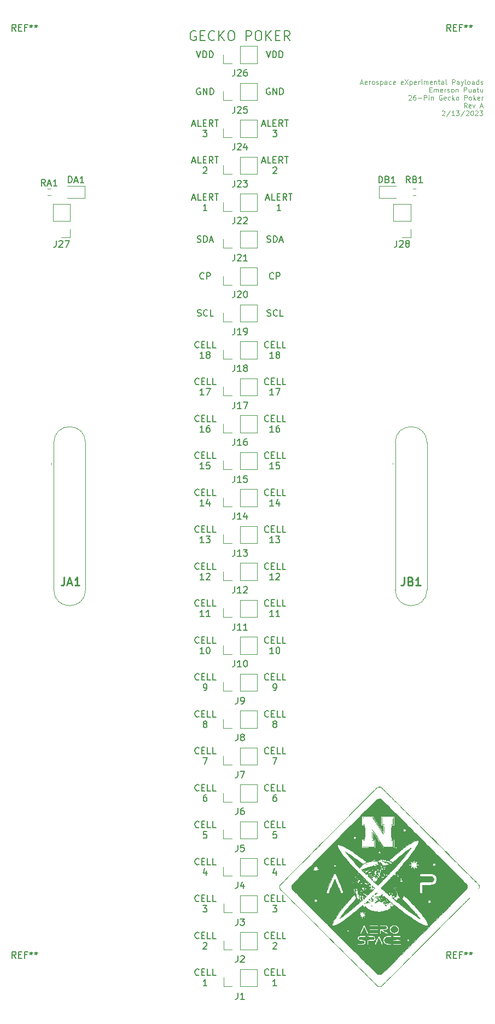
<source format=gbr>
%TF.GenerationSoftware,KiCad,Pcbnew,(6.0.4-0)*%
%TF.CreationDate,2023-02-13T20:03:00-06:00*%
%TF.ProjectId,Gecko_Poker,4765636b-6f5f-4506-9f6b-65722e6b6963,rev?*%
%TF.SameCoordinates,Original*%
%TF.FileFunction,Legend,Top*%
%TF.FilePolarity,Positive*%
%FSLAX46Y46*%
G04 Gerber Fmt 4.6, Leading zero omitted, Abs format (unit mm)*
G04 Created by KiCad (PCBNEW (6.0.4-0)) date 2023-02-13 20:03:00*
%MOMM*%
%LPD*%
G01*
G04 APERTURE LIST*
%ADD10C,0.150000*%
%ADD11C,0.120000*%
%ADD12C,0.254000*%
%ADD13C,0.100000*%
%ADD14C,0.200000*%
%ADD15C,0.010000*%
G04 APERTURE END LIST*
D10*
X83502619Y-124329642D02*
X83455000Y-124377261D01*
X83312142Y-124424880D01*
X83216904Y-124424880D01*
X83074047Y-124377261D01*
X82978809Y-124282023D01*
X82931190Y-124186785D01*
X82883571Y-123996309D01*
X82883571Y-123853452D01*
X82931190Y-123662976D01*
X82978809Y-123567738D01*
X83074047Y-123472500D01*
X83216904Y-123424880D01*
X83312142Y-123424880D01*
X83455000Y-123472500D01*
X83502619Y-123520119D01*
X83931190Y-123901071D02*
X84264523Y-123901071D01*
X84407380Y-124424880D02*
X83931190Y-124424880D01*
X83931190Y-123424880D01*
X84407380Y-123424880D01*
X85312142Y-124424880D02*
X84835952Y-124424880D01*
X84835952Y-123424880D01*
X86121666Y-124424880D02*
X85645476Y-124424880D01*
X85645476Y-123424880D01*
X84264523Y-126034880D02*
X83693095Y-126034880D01*
X83978809Y-126034880D02*
X83978809Y-125034880D01*
X83883571Y-125177738D01*
X83788333Y-125272976D01*
X83693095Y-125320595D01*
X84883571Y-125034880D02*
X84978809Y-125034880D01*
X85074047Y-125082500D01*
X85121666Y-125130119D01*
X85169285Y-125225357D01*
X85216904Y-125415833D01*
X85216904Y-125653928D01*
X85169285Y-125844404D01*
X85121666Y-125939642D01*
X85074047Y-125987261D01*
X84978809Y-126034880D01*
X84883571Y-126034880D01*
X84788333Y-125987261D01*
X84740714Y-125939642D01*
X84693095Y-125844404D01*
X84645476Y-125653928D01*
X84645476Y-125415833D01*
X84693095Y-125225357D01*
X84740714Y-125130119D01*
X84788333Y-125082500D01*
X84883571Y-125034880D01*
X83502619Y-147189642D02*
X83455000Y-147237261D01*
X83312142Y-147284880D01*
X83216904Y-147284880D01*
X83074047Y-147237261D01*
X82978809Y-147142023D01*
X82931190Y-147046785D01*
X82883571Y-146856309D01*
X82883571Y-146713452D01*
X82931190Y-146522976D01*
X82978809Y-146427738D01*
X83074047Y-146332500D01*
X83216904Y-146284880D01*
X83312142Y-146284880D01*
X83455000Y-146332500D01*
X83502619Y-146380119D01*
X83931190Y-146761071D02*
X84264523Y-146761071D01*
X84407380Y-147284880D02*
X83931190Y-147284880D01*
X83931190Y-146284880D01*
X84407380Y-146284880D01*
X85312142Y-147284880D02*
X84835952Y-147284880D01*
X84835952Y-146284880D01*
X86121666Y-147284880D02*
X85645476Y-147284880D01*
X85645476Y-146284880D01*
X84645476Y-147894880D02*
X84455000Y-147894880D01*
X84359761Y-147942500D01*
X84312142Y-147990119D01*
X84216904Y-148132976D01*
X84169285Y-148323452D01*
X84169285Y-148704404D01*
X84216904Y-148799642D01*
X84264523Y-148847261D01*
X84359761Y-148894880D01*
X84550238Y-148894880D01*
X84645476Y-148847261D01*
X84693095Y-148799642D01*
X84740714Y-148704404D01*
X84740714Y-148466309D01*
X84693095Y-148371071D01*
X84645476Y-148323452D01*
X84550238Y-148275833D01*
X84359761Y-148275833D01*
X84264523Y-148323452D01*
X84216904Y-148371071D01*
X84169285Y-148466309D01*
X83502619Y-152904642D02*
X83455000Y-152952261D01*
X83312142Y-152999880D01*
X83216904Y-152999880D01*
X83074047Y-152952261D01*
X82978809Y-152857023D01*
X82931190Y-152761785D01*
X82883571Y-152571309D01*
X82883571Y-152428452D01*
X82931190Y-152237976D01*
X82978809Y-152142738D01*
X83074047Y-152047500D01*
X83216904Y-151999880D01*
X83312142Y-151999880D01*
X83455000Y-152047500D01*
X83502619Y-152095119D01*
X83931190Y-152476071D02*
X84264523Y-152476071D01*
X84407380Y-152999880D02*
X83931190Y-152999880D01*
X83931190Y-151999880D01*
X84407380Y-151999880D01*
X85312142Y-152999880D02*
X84835952Y-152999880D01*
X84835952Y-151999880D01*
X86121666Y-152999880D02*
X85645476Y-152999880D01*
X85645476Y-151999880D01*
X84693095Y-153609880D02*
X84216904Y-153609880D01*
X84169285Y-154086071D01*
X84216904Y-154038452D01*
X84312142Y-153990833D01*
X84550238Y-153990833D01*
X84645476Y-154038452D01*
X84693095Y-154086071D01*
X84740714Y-154181309D01*
X84740714Y-154419404D01*
X84693095Y-154514642D01*
X84645476Y-154562261D01*
X84550238Y-154609880D01*
X84312142Y-154609880D01*
X84216904Y-154562261D01*
X84169285Y-154514642D01*
X72445714Y-62317261D02*
X72588571Y-62364880D01*
X72826666Y-62364880D01*
X72921904Y-62317261D01*
X72969523Y-62269642D01*
X73017142Y-62174404D01*
X73017142Y-62079166D01*
X72969523Y-61983928D01*
X72921904Y-61936309D01*
X72826666Y-61888690D01*
X72636190Y-61841071D01*
X72540952Y-61793452D01*
X72493333Y-61745833D01*
X72445714Y-61650595D01*
X72445714Y-61555357D01*
X72493333Y-61460119D01*
X72540952Y-61412500D01*
X72636190Y-61364880D01*
X72874285Y-61364880D01*
X73017142Y-61412500D01*
X73445714Y-62364880D02*
X73445714Y-61364880D01*
X73683809Y-61364880D01*
X73826666Y-61412500D01*
X73921904Y-61507738D01*
X73969523Y-61602976D01*
X74017142Y-61793452D01*
X74017142Y-61936309D01*
X73969523Y-62126785D01*
X73921904Y-62222023D01*
X73826666Y-62317261D01*
X73683809Y-62364880D01*
X73445714Y-62364880D01*
X74398095Y-62079166D02*
X74874285Y-62079166D01*
X74302857Y-62364880D02*
X74636190Y-61364880D01*
X74969523Y-62364880D01*
X83502619Y-130044642D02*
X83455000Y-130092261D01*
X83312142Y-130139880D01*
X83216904Y-130139880D01*
X83074047Y-130092261D01*
X82978809Y-129997023D01*
X82931190Y-129901785D01*
X82883571Y-129711309D01*
X82883571Y-129568452D01*
X82931190Y-129377976D01*
X82978809Y-129282738D01*
X83074047Y-129187500D01*
X83216904Y-129139880D01*
X83312142Y-129139880D01*
X83455000Y-129187500D01*
X83502619Y-129235119D01*
X83931190Y-129616071D02*
X84264523Y-129616071D01*
X84407380Y-130139880D02*
X83931190Y-130139880D01*
X83931190Y-129139880D01*
X84407380Y-129139880D01*
X85312142Y-130139880D02*
X84835952Y-130139880D01*
X84835952Y-129139880D01*
X86121666Y-130139880D02*
X85645476Y-130139880D01*
X85645476Y-129139880D01*
X84264523Y-131749880D02*
X84455000Y-131749880D01*
X84550238Y-131702261D01*
X84597857Y-131654642D01*
X84693095Y-131511785D01*
X84740714Y-131321309D01*
X84740714Y-130940357D01*
X84693095Y-130845119D01*
X84645476Y-130797500D01*
X84550238Y-130749880D01*
X84359761Y-130749880D01*
X84264523Y-130797500D01*
X84216904Y-130845119D01*
X84169285Y-130940357D01*
X84169285Y-131178452D01*
X84216904Y-131273690D01*
X84264523Y-131321309D01*
X84359761Y-131368928D01*
X84550238Y-131368928D01*
X84645476Y-131321309D01*
X84693095Y-131273690D01*
X84740714Y-131178452D01*
X82478809Y-49844166D02*
X82955000Y-49844166D01*
X82383571Y-50129880D02*
X82716904Y-49129880D01*
X83050238Y-50129880D01*
X83859761Y-50129880D02*
X83383571Y-50129880D01*
X83383571Y-49129880D01*
X84193095Y-49606071D02*
X84526428Y-49606071D01*
X84669285Y-50129880D02*
X84193095Y-50129880D01*
X84193095Y-49129880D01*
X84669285Y-49129880D01*
X85669285Y-50129880D02*
X85335952Y-49653690D01*
X85097857Y-50129880D02*
X85097857Y-49129880D01*
X85478809Y-49129880D01*
X85574047Y-49177500D01*
X85621666Y-49225119D01*
X85669285Y-49320357D01*
X85669285Y-49463214D01*
X85621666Y-49558452D01*
X85574047Y-49606071D01*
X85478809Y-49653690D01*
X85097857Y-49653690D01*
X85955000Y-49129880D02*
X86526428Y-49129880D01*
X86240714Y-50129880D02*
X86240714Y-49129880D01*
X84169285Y-50835119D02*
X84216904Y-50787500D01*
X84312142Y-50739880D01*
X84550238Y-50739880D01*
X84645476Y-50787500D01*
X84693095Y-50835119D01*
X84740714Y-50930357D01*
X84740714Y-51025595D01*
X84693095Y-51168452D01*
X84121666Y-51739880D01*
X84740714Y-51739880D01*
X72707619Y-141474642D02*
X72660000Y-141522261D01*
X72517142Y-141569880D01*
X72421904Y-141569880D01*
X72279047Y-141522261D01*
X72183809Y-141427023D01*
X72136190Y-141331785D01*
X72088571Y-141141309D01*
X72088571Y-140998452D01*
X72136190Y-140807976D01*
X72183809Y-140712738D01*
X72279047Y-140617500D01*
X72421904Y-140569880D01*
X72517142Y-140569880D01*
X72660000Y-140617500D01*
X72707619Y-140665119D01*
X73136190Y-141046071D02*
X73469523Y-141046071D01*
X73612380Y-141569880D02*
X73136190Y-141569880D01*
X73136190Y-140569880D01*
X73612380Y-140569880D01*
X74517142Y-141569880D02*
X74040952Y-141569880D01*
X74040952Y-140569880D01*
X75326666Y-141569880D02*
X74850476Y-141569880D01*
X74850476Y-140569880D01*
X73326666Y-142179880D02*
X73993333Y-142179880D01*
X73564761Y-143179880D01*
X71683809Y-44129166D02*
X72160000Y-44129166D01*
X71588571Y-44414880D02*
X71921904Y-43414880D01*
X72255238Y-44414880D01*
X73064761Y-44414880D02*
X72588571Y-44414880D01*
X72588571Y-43414880D01*
X73398095Y-43891071D02*
X73731428Y-43891071D01*
X73874285Y-44414880D02*
X73398095Y-44414880D01*
X73398095Y-43414880D01*
X73874285Y-43414880D01*
X74874285Y-44414880D02*
X74540952Y-43938690D01*
X74302857Y-44414880D02*
X74302857Y-43414880D01*
X74683809Y-43414880D01*
X74779047Y-43462500D01*
X74826666Y-43510119D01*
X74874285Y-43605357D01*
X74874285Y-43748214D01*
X74826666Y-43843452D01*
X74779047Y-43891071D01*
X74683809Y-43938690D01*
X74302857Y-43938690D01*
X75160000Y-43414880D02*
X75731428Y-43414880D01*
X75445714Y-44414880D02*
X75445714Y-43414880D01*
X73326666Y-45024880D02*
X73945714Y-45024880D01*
X73612380Y-45405833D01*
X73755238Y-45405833D01*
X73850476Y-45453452D01*
X73898095Y-45501071D01*
X73945714Y-45596309D01*
X73945714Y-45834404D01*
X73898095Y-45929642D01*
X73850476Y-45977261D01*
X73755238Y-46024880D01*
X73469523Y-46024880D01*
X73374285Y-45977261D01*
X73326666Y-45929642D01*
X72707619Y-101469642D02*
X72660000Y-101517261D01*
X72517142Y-101564880D01*
X72421904Y-101564880D01*
X72279047Y-101517261D01*
X72183809Y-101422023D01*
X72136190Y-101326785D01*
X72088571Y-101136309D01*
X72088571Y-100993452D01*
X72136190Y-100802976D01*
X72183809Y-100707738D01*
X72279047Y-100612500D01*
X72421904Y-100564880D01*
X72517142Y-100564880D01*
X72660000Y-100612500D01*
X72707619Y-100660119D01*
X73136190Y-101041071D02*
X73469523Y-101041071D01*
X73612380Y-101564880D02*
X73136190Y-101564880D01*
X73136190Y-100564880D01*
X73612380Y-100564880D01*
X74517142Y-101564880D02*
X74040952Y-101564880D01*
X74040952Y-100564880D01*
X75326666Y-101564880D02*
X74850476Y-101564880D01*
X74850476Y-100564880D01*
X73469523Y-103174880D02*
X72898095Y-103174880D01*
X73183809Y-103174880D02*
X73183809Y-102174880D01*
X73088571Y-102317738D01*
X72993333Y-102412976D01*
X72898095Y-102460595D01*
X74326666Y-102508214D02*
X74326666Y-103174880D01*
X74088571Y-102127261D02*
X73850476Y-102841547D01*
X74469523Y-102841547D01*
X83121666Y-32789880D02*
X83455000Y-33789880D01*
X83788333Y-32789880D01*
X84121666Y-33789880D02*
X84121666Y-32789880D01*
X84359761Y-32789880D01*
X84502619Y-32837500D01*
X84597857Y-32932738D01*
X84645476Y-33027976D01*
X84693095Y-33218452D01*
X84693095Y-33361309D01*
X84645476Y-33551785D01*
X84597857Y-33647023D01*
X84502619Y-33742261D01*
X84359761Y-33789880D01*
X84121666Y-33789880D01*
X85121666Y-33789880D02*
X85121666Y-32789880D01*
X85359761Y-32789880D01*
X85502619Y-32837500D01*
X85597857Y-32932738D01*
X85645476Y-33027976D01*
X85693095Y-33218452D01*
X85693095Y-33361309D01*
X85645476Y-33551785D01*
X85597857Y-33647023D01*
X85502619Y-33742261D01*
X85359761Y-33789880D01*
X85121666Y-33789880D01*
X72707619Y-158619642D02*
X72660000Y-158667261D01*
X72517142Y-158714880D01*
X72421904Y-158714880D01*
X72279047Y-158667261D01*
X72183809Y-158572023D01*
X72136190Y-158476785D01*
X72088571Y-158286309D01*
X72088571Y-158143452D01*
X72136190Y-157952976D01*
X72183809Y-157857738D01*
X72279047Y-157762500D01*
X72421904Y-157714880D01*
X72517142Y-157714880D01*
X72660000Y-157762500D01*
X72707619Y-157810119D01*
X73136190Y-158191071D02*
X73469523Y-158191071D01*
X73612380Y-158714880D02*
X73136190Y-158714880D01*
X73136190Y-157714880D01*
X73612380Y-157714880D01*
X74517142Y-158714880D02*
X74040952Y-158714880D01*
X74040952Y-157714880D01*
X75326666Y-158714880D02*
X74850476Y-158714880D01*
X74850476Y-157714880D01*
X73850476Y-159658214D02*
X73850476Y-160324880D01*
X73612380Y-159277261D02*
X73374285Y-159991547D01*
X73993333Y-159991547D01*
X72707619Y-124329642D02*
X72660000Y-124377261D01*
X72517142Y-124424880D01*
X72421904Y-124424880D01*
X72279047Y-124377261D01*
X72183809Y-124282023D01*
X72136190Y-124186785D01*
X72088571Y-123996309D01*
X72088571Y-123853452D01*
X72136190Y-123662976D01*
X72183809Y-123567738D01*
X72279047Y-123472500D01*
X72421904Y-123424880D01*
X72517142Y-123424880D01*
X72660000Y-123472500D01*
X72707619Y-123520119D01*
X73136190Y-123901071D02*
X73469523Y-123901071D01*
X73612380Y-124424880D02*
X73136190Y-124424880D01*
X73136190Y-123424880D01*
X73612380Y-123424880D01*
X74517142Y-124424880D02*
X74040952Y-124424880D01*
X74040952Y-123424880D01*
X75326666Y-124424880D02*
X74850476Y-124424880D01*
X74850476Y-123424880D01*
X73469523Y-126034880D02*
X72898095Y-126034880D01*
X73183809Y-126034880D02*
X73183809Y-125034880D01*
X73088571Y-125177738D01*
X72993333Y-125272976D01*
X72898095Y-125320595D01*
X74088571Y-125034880D02*
X74183809Y-125034880D01*
X74279047Y-125082500D01*
X74326666Y-125130119D01*
X74374285Y-125225357D01*
X74421904Y-125415833D01*
X74421904Y-125653928D01*
X74374285Y-125844404D01*
X74326666Y-125939642D01*
X74279047Y-125987261D01*
X74183809Y-126034880D01*
X74088571Y-126034880D01*
X73993333Y-125987261D01*
X73945714Y-125939642D01*
X73898095Y-125844404D01*
X73850476Y-125653928D01*
X73850476Y-125415833D01*
X73898095Y-125225357D01*
X73945714Y-125130119D01*
X73993333Y-125082500D01*
X74088571Y-125034880D01*
X72469523Y-73747261D02*
X72612380Y-73794880D01*
X72850476Y-73794880D01*
X72945714Y-73747261D01*
X72993333Y-73699642D01*
X73040952Y-73604404D01*
X73040952Y-73509166D01*
X72993333Y-73413928D01*
X72945714Y-73366309D01*
X72850476Y-73318690D01*
X72660000Y-73271071D01*
X72564761Y-73223452D01*
X72517142Y-73175833D01*
X72469523Y-73080595D01*
X72469523Y-72985357D01*
X72517142Y-72890119D01*
X72564761Y-72842500D01*
X72660000Y-72794880D01*
X72898095Y-72794880D01*
X73040952Y-72842500D01*
X74040952Y-73699642D02*
X73993333Y-73747261D01*
X73850476Y-73794880D01*
X73755238Y-73794880D01*
X73612380Y-73747261D01*
X73517142Y-73652023D01*
X73469523Y-73556785D01*
X73421904Y-73366309D01*
X73421904Y-73223452D01*
X73469523Y-73032976D01*
X73517142Y-72937738D01*
X73612380Y-72842500D01*
X73755238Y-72794880D01*
X73850476Y-72794880D01*
X73993333Y-72842500D01*
X74040952Y-72890119D01*
X74945714Y-73794880D02*
X74469523Y-73794880D01*
X74469523Y-72794880D01*
X83693095Y-38552500D02*
X83597857Y-38504880D01*
X83455000Y-38504880D01*
X83312142Y-38552500D01*
X83216904Y-38647738D01*
X83169285Y-38742976D01*
X83121666Y-38933452D01*
X83121666Y-39076309D01*
X83169285Y-39266785D01*
X83216904Y-39362023D01*
X83312142Y-39457261D01*
X83455000Y-39504880D01*
X83550238Y-39504880D01*
X83693095Y-39457261D01*
X83740714Y-39409642D01*
X83740714Y-39076309D01*
X83550238Y-39076309D01*
X84169285Y-39504880D02*
X84169285Y-38504880D01*
X84740714Y-39504880D01*
X84740714Y-38504880D01*
X85216904Y-39504880D02*
X85216904Y-38504880D01*
X85455000Y-38504880D01*
X85597857Y-38552500D01*
X85693095Y-38647738D01*
X85740714Y-38742976D01*
X85788333Y-38933452D01*
X85788333Y-39076309D01*
X85740714Y-39266785D01*
X85693095Y-39362023D01*
X85597857Y-39457261D01*
X85455000Y-39504880D01*
X85216904Y-39504880D01*
X72707619Y-130044642D02*
X72660000Y-130092261D01*
X72517142Y-130139880D01*
X72421904Y-130139880D01*
X72279047Y-130092261D01*
X72183809Y-129997023D01*
X72136190Y-129901785D01*
X72088571Y-129711309D01*
X72088571Y-129568452D01*
X72136190Y-129377976D01*
X72183809Y-129282738D01*
X72279047Y-129187500D01*
X72421904Y-129139880D01*
X72517142Y-129139880D01*
X72660000Y-129187500D01*
X72707619Y-129235119D01*
X73136190Y-129616071D02*
X73469523Y-129616071D01*
X73612380Y-130139880D02*
X73136190Y-130139880D01*
X73136190Y-129139880D01*
X73612380Y-129139880D01*
X74517142Y-130139880D02*
X74040952Y-130139880D01*
X74040952Y-129139880D01*
X75326666Y-130139880D02*
X74850476Y-130139880D01*
X74850476Y-129139880D01*
X73469523Y-131749880D02*
X73660000Y-131749880D01*
X73755238Y-131702261D01*
X73802857Y-131654642D01*
X73898095Y-131511785D01*
X73945714Y-131321309D01*
X73945714Y-130940357D01*
X73898095Y-130845119D01*
X73850476Y-130797500D01*
X73755238Y-130749880D01*
X73564761Y-130749880D01*
X73469523Y-130797500D01*
X73421904Y-130845119D01*
X73374285Y-130940357D01*
X73374285Y-131178452D01*
X73421904Y-131273690D01*
X73469523Y-131321309D01*
X73564761Y-131368928D01*
X73755238Y-131368928D01*
X73850476Y-131321309D01*
X73898095Y-131273690D01*
X73945714Y-131178452D01*
X83502619Y-84324642D02*
X83455000Y-84372261D01*
X83312142Y-84419880D01*
X83216904Y-84419880D01*
X83074047Y-84372261D01*
X82978809Y-84277023D01*
X82931190Y-84181785D01*
X82883571Y-83991309D01*
X82883571Y-83848452D01*
X82931190Y-83657976D01*
X82978809Y-83562738D01*
X83074047Y-83467500D01*
X83216904Y-83419880D01*
X83312142Y-83419880D01*
X83455000Y-83467500D01*
X83502619Y-83515119D01*
X83931190Y-83896071D02*
X84264523Y-83896071D01*
X84407380Y-84419880D02*
X83931190Y-84419880D01*
X83931190Y-83419880D01*
X84407380Y-83419880D01*
X85312142Y-84419880D02*
X84835952Y-84419880D01*
X84835952Y-83419880D01*
X86121666Y-84419880D02*
X85645476Y-84419880D01*
X85645476Y-83419880D01*
X84264523Y-86029880D02*
X83693095Y-86029880D01*
X83978809Y-86029880D02*
X83978809Y-85029880D01*
X83883571Y-85172738D01*
X83788333Y-85267976D01*
X83693095Y-85315595D01*
X84597857Y-85029880D02*
X85264523Y-85029880D01*
X84835952Y-86029880D01*
X83502619Y-78609642D02*
X83455000Y-78657261D01*
X83312142Y-78704880D01*
X83216904Y-78704880D01*
X83074047Y-78657261D01*
X82978809Y-78562023D01*
X82931190Y-78466785D01*
X82883571Y-78276309D01*
X82883571Y-78133452D01*
X82931190Y-77942976D01*
X82978809Y-77847738D01*
X83074047Y-77752500D01*
X83216904Y-77704880D01*
X83312142Y-77704880D01*
X83455000Y-77752500D01*
X83502619Y-77800119D01*
X83931190Y-78181071D02*
X84264523Y-78181071D01*
X84407380Y-78704880D02*
X83931190Y-78704880D01*
X83931190Y-77704880D01*
X84407380Y-77704880D01*
X85312142Y-78704880D02*
X84835952Y-78704880D01*
X84835952Y-77704880D01*
X86121666Y-78704880D02*
X85645476Y-78704880D01*
X85645476Y-77704880D01*
X84264523Y-80314880D02*
X83693095Y-80314880D01*
X83978809Y-80314880D02*
X83978809Y-79314880D01*
X83883571Y-79457738D01*
X83788333Y-79552976D01*
X83693095Y-79600595D01*
X84835952Y-79743452D02*
X84740714Y-79695833D01*
X84693095Y-79648214D01*
X84645476Y-79552976D01*
X84645476Y-79505357D01*
X84693095Y-79410119D01*
X84740714Y-79362500D01*
X84835952Y-79314880D01*
X85026428Y-79314880D01*
X85121666Y-79362500D01*
X85169285Y-79410119D01*
X85216904Y-79505357D01*
X85216904Y-79552976D01*
X85169285Y-79648214D01*
X85121666Y-79695833D01*
X85026428Y-79743452D01*
X84835952Y-79743452D01*
X84740714Y-79791071D01*
X84693095Y-79838690D01*
X84645476Y-79933928D01*
X84645476Y-80124404D01*
X84693095Y-80219642D01*
X84740714Y-80267261D01*
X84835952Y-80314880D01*
X85026428Y-80314880D01*
X85121666Y-80267261D01*
X85169285Y-80219642D01*
X85216904Y-80124404D01*
X85216904Y-79933928D01*
X85169285Y-79838690D01*
X85121666Y-79791071D01*
X85026428Y-79743452D01*
X72707619Y-135759642D02*
X72660000Y-135807261D01*
X72517142Y-135854880D01*
X72421904Y-135854880D01*
X72279047Y-135807261D01*
X72183809Y-135712023D01*
X72136190Y-135616785D01*
X72088571Y-135426309D01*
X72088571Y-135283452D01*
X72136190Y-135092976D01*
X72183809Y-134997738D01*
X72279047Y-134902500D01*
X72421904Y-134854880D01*
X72517142Y-134854880D01*
X72660000Y-134902500D01*
X72707619Y-134950119D01*
X73136190Y-135331071D02*
X73469523Y-135331071D01*
X73612380Y-135854880D02*
X73136190Y-135854880D01*
X73136190Y-134854880D01*
X73612380Y-134854880D01*
X74517142Y-135854880D02*
X74040952Y-135854880D01*
X74040952Y-134854880D01*
X75326666Y-135854880D02*
X74850476Y-135854880D01*
X74850476Y-134854880D01*
X73564761Y-136893452D02*
X73469523Y-136845833D01*
X73421904Y-136798214D01*
X73374285Y-136702976D01*
X73374285Y-136655357D01*
X73421904Y-136560119D01*
X73469523Y-136512500D01*
X73564761Y-136464880D01*
X73755238Y-136464880D01*
X73850476Y-136512500D01*
X73898095Y-136560119D01*
X73945714Y-136655357D01*
X73945714Y-136702976D01*
X73898095Y-136798214D01*
X73850476Y-136845833D01*
X73755238Y-136893452D01*
X73564761Y-136893452D01*
X73469523Y-136941071D01*
X73421904Y-136988690D01*
X73374285Y-137083928D01*
X73374285Y-137274404D01*
X73421904Y-137369642D01*
X73469523Y-137417261D01*
X73564761Y-137464880D01*
X73755238Y-137464880D01*
X73850476Y-137417261D01*
X73898095Y-137369642D01*
X73945714Y-137274404D01*
X73945714Y-137083928D01*
X73898095Y-136988690D01*
X73850476Y-136941071D01*
X73755238Y-136893452D01*
X71683809Y-49844166D02*
X72160000Y-49844166D01*
X71588571Y-50129880D02*
X71921904Y-49129880D01*
X72255238Y-50129880D01*
X73064761Y-50129880D02*
X72588571Y-50129880D01*
X72588571Y-49129880D01*
X73398095Y-49606071D02*
X73731428Y-49606071D01*
X73874285Y-50129880D02*
X73398095Y-50129880D01*
X73398095Y-49129880D01*
X73874285Y-49129880D01*
X74874285Y-50129880D02*
X74540952Y-49653690D01*
X74302857Y-50129880D02*
X74302857Y-49129880D01*
X74683809Y-49129880D01*
X74779047Y-49177500D01*
X74826666Y-49225119D01*
X74874285Y-49320357D01*
X74874285Y-49463214D01*
X74826666Y-49558452D01*
X74779047Y-49606071D01*
X74683809Y-49653690D01*
X74302857Y-49653690D01*
X75160000Y-49129880D02*
X75731428Y-49129880D01*
X75445714Y-50129880D02*
X75445714Y-49129880D01*
X73374285Y-50835119D02*
X73421904Y-50787500D01*
X73517142Y-50739880D01*
X73755238Y-50739880D01*
X73850476Y-50787500D01*
X73898095Y-50835119D01*
X73945714Y-50930357D01*
X73945714Y-51025595D01*
X73898095Y-51168452D01*
X73326666Y-51739880D01*
X73945714Y-51739880D01*
X72707619Y-84324642D02*
X72660000Y-84372261D01*
X72517142Y-84419880D01*
X72421904Y-84419880D01*
X72279047Y-84372261D01*
X72183809Y-84277023D01*
X72136190Y-84181785D01*
X72088571Y-83991309D01*
X72088571Y-83848452D01*
X72136190Y-83657976D01*
X72183809Y-83562738D01*
X72279047Y-83467500D01*
X72421904Y-83419880D01*
X72517142Y-83419880D01*
X72660000Y-83467500D01*
X72707619Y-83515119D01*
X73136190Y-83896071D02*
X73469523Y-83896071D01*
X73612380Y-84419880D02*
X73136190Y-84419880D01*
X73136190Y-83419880D01*
X73612380Y-83419880D01*
X74517142Y-84419880D02*
X74040952Y-84419880D01*
X74040952Y-83419880D01*
X75326666Y-84419880D02*
X74850476Y-84419880D01*
X74850476Y-83419880D01*
X73469523Y-86029880D02*
X72898095Y-86029880D01*
X73183809Y-86029880D02*
X73183809Y-85029880D01*
X73088571Y-85172738D01*
X72993333Y-85267976D01*
X72898095Y-85315595D01*
X73802857Y-85029880D02*
X74469523Y-85029880D01*
X74040952Y-86029880D01*
X72707619Y-118614642D02*
X72660000Y-118662261D01*
X72517142Y-118709880D01*
X72421904Y-118709880D01*
X72279047Y-118662261D01*
X72183809Y-118567023D01*
X72136190Y-118471785D01*
X72088571Y-118281309D01*
X72088571Y-118138452D01*
X72136190Y-117947976D01*
X72183809Y-117852738D01*
X72279047Y-117757500D01*
X72421904Y-117709880D01*
X72517142Y-117709880D01*
X72660000Y-117757500D01*
X72707619Y-117805119D01*
X73136190Y-118186071D02*
X73469523Y-118186071D01*
X73612380Y-118709880D02*
X73136190Y-118709880D01*
X73136190Y-117709880D01*
X73612380Y-117709880D01*
X74517142Y-118709880D02*
X74040952Y-118709880D01*
X74040952Y-117709880D01*
X75326666Y-118709880D02*
X74850476Y-118709880D01*
X74850476Y-117709880D01*
X73469523Y-120319880D02*
X72898095Y-120319880D01*
X73183809Y-120319880D02*
X73183809Y-119319880D01*
X73088571Y-119462738D01*
X72993333Y-119557976D01*
X72898095Y-119605595D01*
X74421904Y-120319880D02*
X73850476Y-120319880D01*
X74136190Y-120319880D02*
X74136190Y-119319880D01*
X74040952Y-119462738D01*
X73945714Y-119557976D01*
X73850476Y-119605595D01*
X83502619Y-141474642D02*
X83455000Y-141522261D01*
X83312142Y-141569880D01*
X83216904Y-141569880D01*
X83074047Y-141522261D01*
X82978809Y-141427023D01*
X82931190Y-141331785D01*
X82883571Y-141141309D01*
X82883571Y-140998452D01*
X82931190Y-140807976D01*
X82978809Y-140712738D01*
X83074047Y-140617500D01*
X83216904Y-140569880D01*
X83312142Y-140569880D01*
X83455000Y-140617500D01*
X83502619Y-140665119D01*
X83931190Y-141046071D02*
X84264523Y-141046071D01*
X84407380Y-141569880D02*
X83931190Y-141569880D01*
X83931190Y-140569880D01*
X84407380Y-140569880D01*
X85312142Y-141569880D02*
X84835952Y-141569880D01*
X84835952Y-140569880D01*
X86121666Y-141569880D02*
X85645476Y-141569880D01*
X85645476Y-140569880D01*
X84121666Y-142179880D02*
X84788333Y-142179880D01*
X84359761Y-143179880D01*
X83502619Y-118614642D02*
X83455000Y-118662261D01*
X83312142Y-118709880D01*
X83216904Y-118709880D01*
X83074047Y-118662261D01*
X82978809Y-118567023D01*
X82931190Y-118471785D01*
X82883571Y-118281309D01*
X82883571Y-118138452D01*
X82931190Y-117947976D01*
X82978809Y-117852738D01*
X83074047Y-117757500D01*
X83216904Y-117709880D01*
X83312142Y-117709880D01*
X83455000Y-117757500D01*
X83502619Y-117805119D01*
X83931190Y-118186071D02*
X84264523Y-118186071D01*
X84407380Y-118709880D02*
X83931190Y-118709880D01*
X83931190Y-117709880D01*
X84407380Y-117709880D01*
X85312142Y-118709880D02*
X84835952Y-118709880D01*
X84835952Y-117709880D01*
X86121666Y-118709880D02*
X85645476Y-118709880D01*
X85645476Y-117709880D01*
X84264523Y-120319880D02*
X83693095Y-120319880D01*
X83978809Y-120319880D02*
X83978809Y-119319880D01*
X83883571Y-119462738D01*
X83788333Y-119557976D01*
X83693095Y-119605595D01*
X85216904Y-120319880D02*
X84645476Y-120319880D01*
X84931190Y-120319880D02*
X84931190Y-119319880D01*
X84835952Y-119462738D01*
X84740714Y-119557976D01*
X84645476Y-119605595D01*
X72707619Y-107184642D02*
X72660000Y-107232261D01*
X72517142Y-107279880D01*
X72421904Y-107279880D01*
X72279047Y-107232261D01*
X72183809Y-107137023D01*
X72136190Y-107041785D01*
X72088571Y-106851309D01*
X72088571Y-106708452D01*
X72136190Y-106517976D01*
X72183809Y-106422738D01*
X72279047Y-106327500D01*
X72421904Y-106279880D01*
X72517142Y-106279880D01*
X72660000Y-106327500D01*
X72707619Y-106375119D01*
X73136190Y-106756071D02*
X73469523Y-106756071D01*
X73612380Y-107279880D02*
X73136190Y-107279880D01*
X73136190Y-106279880D01*
X73612380Y-106279880D01*
X74517142Y-107279880D02*
X74040952Y-107279880D01*
X74040952Y-106279880D01*
X75326666Y-107279880D02*
X74850476Y-107279880D01*
X74850476Y-106279880D01*
X73469523Y-108889880D02*
X72898095Y-108889880D01*
X73183809Y-108889880D02*
X73183809Y-107889880D01*
X73088571Y-108032738D01*
X72993333Y-108127976D01*
X72898095Y-108175595D01*
X73802857Y-107889880D02*
X74421904Y-107889880D01*
X74088571Y-108270833D01*
X74231428Y-108270833D01*
X74326666Y-108318452D01*
X74374285Y-108366071D01*
X74421904Y-108461309D01*
X74421904Y-108699404D01*
X74374285Y-108794642D01*
X74326666Y-108842261D01*
X74231428Y-108889880D01*
X73945714Y-108889880D01*
X73850476Y-108842261D01*
X73802857Y-108794642D01*
X83502619Y-175764642D02*
X83455000Y-175812261D01*
X83312142Y-175859880D01*
X83216904Y-175859880D01*
X83074047Y-175812261D01*
X82978809Y-175717023D01*
X82931190Y-175621785D01*
X82883571Y-175431309D01*
X82883571Y-175288452D01*
X82931190Y-175097976D01*
X82978809Y-175002738D01*
X83074047Y-174907500D01*
X83216904Y-174859880D01*
X83312142Y-174859880D01*
X83455000Y-174907500D01*
X83502619Y-174955119D01*
X83931190Y-175336071D02*
X84264523Y-175336071D01*
X84407380Y-175859880D02*
X83931190Y-175859880D01*
X83931190Y-174859880D01*
X84407380Y-174859880D01*
X85312142Y-175859880D02*
X84835952Y-175859880D01*
X84835952Y-174859880D01*
X86121666Y-175859880D02*
X85645476Y-175859880D01*
X85645476Y-174859880D01*
X84740714Y-177469880D02*
X84169285Y-177469880D01*
X84455000Y-177469880D02*
X84455000Y-176469880D01*
X84359761Y-176612738D01*
X84264523Y-176707976D01*
X84169285Y-176755595D01*
X73469523Y-67984642D02*
X73421904Y-68032261D01*
X73279047Y-68079880D01*
X73183809Y-68079880D01*
X73040952Y-68032261D01*
X72945714Y-67937023D01*
X72898095Y-67841785D01*
X72850476Y-67651309D01*
X72850476Y-67508452D01*
X72898095Y-67317976D01*
X72945714Y-67222738D01*
X73040952Y-67127500D01*
X73183809Y-67079880D01*
X73279047Y-67079880D01*
X73421904Y-67127500D01*
X73469523Y-67175119D01*
X73898095Y-68079880D02*
X73898095Y-67079880D01*
X74279047Y-67079880D01*
X74374285Y-67127500D01*
X74421904Y-67175119D01*
X74469523Y-67270357D01*
X74469523Y-67413214D01*
X74421904Y-67508452D01*
X74374285Y-67556071D01*
X74279047Y-67603690D01*
X73898095Y-67603690D01*
X72200357Y-29730000D02*
X72057500Y-29658571D01*
X71843214Y-29658571D01*
X71628928Y-29730000D01*
X71486071Y-29872857D01*
X71414642Y-30015714D01*
X71343214Y-30301428D01*
X71343214Y-30515714D01*
X71414642Y-30801428D01*
X71486071Y-30944285D01*
X71628928Y-31087142D01*
X71843214Y-31158571D01*
X71986071Y-31158571D01*
X72200357Y-31087142D01*
X72271785Y-31015714D01*
X72271785Y-30515714D01*
X71986071Y-30515714D01*
X72914642Y-30372857D02*
X73414642Y-30372857D01*
X73628928Y-31158571D02*
X72914642Y-31158571D01*
X72914642Y-29658571D01*
X73628928Y-29658571D01*
X75128928Y-31015714D02*
X75057500Y-31087142D01*
X74843214Y-31158571D01*
X74700357Y-31158571D01*
X74486071Y-31087142D01*
X74343214Y-30944285D01*
X74271785Y-30801428D01*
X74200357Y-30515714D01*
X74200357Y-30301428D01*
X74271785Y-30015714D01*
X74343214Y-29872857D01*
X74486071Y-29730000D01*
X74700357Y-29658571D01*
X74843214Y-29658571D01*
X75057500Y-29730000D01*
X75128928Y-29801428D01*
X75771785Y-31158571D02*
X75771785Y-29658571D01*
X76628928Y-31158571D02*
X75986071Y-30301428D01*
X76628928Y-29658571D02*
X75771785Y-30515714D01*
X77557500Y-29658571D02*
X77843214Y-29658571D01*
X77986071Y-29730000D01*
X78128928Y-29872857D01*
X78200357Y-30158571D01*
X78200357Y-30658571D01*
X78128928Y-30944285D01*
X77986071Y-31087142D01*
X77843214Y-31158571D01*
X77557500Y-31158571D01*
X77414642Y-31087142D01*
X77271785Y-30944285D01*
X77200357Y-30658571D01*
X77200357Y-30158571D01*
X77271785Y-29872857D01*
X77414642Y-29730000D01*
X77557500Y-29658571D01*
X79986071Y-31158571D02*
X79986071Y-29658571D01*
X80557500Y-29658571D01*
X80700357Y-29730000D01*
X80771785Y-29801428D01*
X80843214Y-29944285D01*
X80843214Y-30158571D01*
X80771785Y-30301428D01*
X80700357Y-30372857D01*
X80557500Y-30444285D01*
X79986071Y-30444285D01*
X81771785Y-29658571D02*
X82057500Y-29658571D01*
X82200357Y-29730000D01*
X82343214Y-29872857D01*
X82414642Y-30158571D01*
X82414642Y-30658571D01*
X82343214Y-30944285D01*
X82200357Y-31087142D01*
X82057500Y-31158571D01*
X81771785Y-31158571D01*
X81628928Y-31087142D01*
X81486071Y-30944285D01*
X81414642Y-30658571D01*
X81414642Y-30158571D01*
X81486071Y-29872857D01*
X81628928Y-29730000D01*
X81771785Y-29658571D01*
X83057500Y-31158571D02*
X83057500Y-29658571D01*
X83914642Y-31158571D02*
X83271785Y-30301428D01*
X83914642Y-29658571D02*
X83057500Y-30515714D01*
X84557500Y-30372857D02*
X85057500Y-30372857D01*
X85271785Y-31158571D02*
X84557500Y-31158571D01*
X84557500Y-29658571D01*
X85271785Y-29658571D01*
X86771785Y-31158571D02*
X86271785Y-30444285D01*
X85914642Y-31158571D02*
X85914642Y-29658571D01*
X86486071Y-29658571D01*
X86628928Y-29730000D01*
X86700357Y-29801428D01*
X86771785Y-29944285D01*
X86771785Y-30158571D01*
X86700357Y-30301428D01*
X86628928Y-30372857D01*
X86486071Y-30444285D01*
X85914642Y-30444285D01*
X83502619Y-107184642D02*
X83455000Y-107232261D01*
X83312142Y-107279880D01*
X83216904Y-107279880D01*
X83074047Y-107232261D01*
X82978809Y-107137023D01*
X82931190Y-107041785D01*
X82883571Y-106851309D01*
X82883571Y-106708452D01*
X82931190Y-106517976D01*
X82978809Y-106422738D01*
X83074047Y-106327500D01*
X83216904Y-106279880D01*
X83312142Y-106279880D01*
X83455000Y-106327500D01*
X83502619Y-106375119D01*
X83931190Y-106756071D02*
X84264523Y-106756071D01*
X84407380Y-107279880D02*
X83931190Y-107279880D01*
X83931190Y-106279880D01*
X84407380Y-106279880D01*
X85312142Y-107279880D02*
X84835952Y-107279880D01*
X84835952Y-106279880D01*
X86121666Y-107279880D02*
X85645476Y-107279880D01*
X85645476Y-106279880D01*
X84264523Y-108889880D02*
X83693095Y-108889880D01*
X83978809Y-108889880D02*
X83978809Y-107889880D01*
X83883571Y-108032738D01*
X83788333Y-108127976D01*
X83693095Y-108175595D01*
X84597857Y-107889880D02*
X85216904Y-107889880D01*
X84883571Y-108270833D01*
X85026428Y-108270833D01*
X85121666Y-108318452D01*
X85169285Y-108366071D01*
X85216904Y-108461309D01*
X85216904Y-108699404D01*
X85169285Y-108794642D01*
X85121666Y-108842261D01*
X85026428Y-108889880D01*
X84740714Y-108889880D01*
X84645476Y-108842261D01*
X84597857Y-108794642D01*
X83113809Y-55559166D02*
X83590000Y-55559166D01*
X83018571Y-55844880D02*
X83351904Y-54844880D01*
X83685238Y-55844880D01*
X84494761Y-55844880D02*
X84018571Y-55844880D01*
X84018571Y-54844880D01*
X84828095Y-55321071D02*
X85161428Y-55321071D01*
X85304285Y-55844880D02*
X84828095Y-55844880D01*
X84828095Y-54844880D01*
X85304285Y-54844880D01*
X86304285Y-55844880D02*
X85970952Y-55368690D01*
X85732857Y-55844880D02*
X85732857Y-54844880D01*
X86113809Y-54844880D01*
X86209047Y-54892500D01*
X86256666Y-54940119D01*
X86304285Y-55035357D01*
X86304285Y-55178214D01*
X86256666Y-55273452D01*
X86209047Y-55321071D01*
X86113809Y-55368690D01*
X85732857Y-55368690D01*
X86590000Y-54844880D02*
X87161428Y-54844880D01*
X86875714Y-55844880D02*
X86875714Y-54844880D01*
X85375714Y-57454880D02*
X84804285Y-57454880D01*
X85090000Y-57454880D02*
X85090000Y-56454880D01*
X84994761Y-56597738D01*
X84899523Y-56692976D01*
X84804285Y-56740595D01*
X72707619Y-164334642D02*
X72660000Y-164382261D01*
X72517142Y-164429880D01*
X72421904Y-164429880D01*
X72279047Y-164382261D01*
X72183809Y-164287023D01*
X72136190Y-164191785D01*
X72088571Y-164001309D01*
X72088571Y-163858452D01*
X72136190Y-163667976D01*
X72183809Y-163572738D01*
X72279047Y-163477500D01*
X72421904Y-163429880D01*
X72517142Y-163429880D01*
X72660000Y-163477500D01*
X72707619Y-163525119D01*
X73136190Y-163906071D02*
X73469523Y-163906071D01*
X73612380Y-164429880D02*
X73136190Y-164429880D01*
X73136190Y-163429880D01*
X73612380Y-163429880D01*
X74517142Y-164429880D02*
X74040952Y-164429880D01*
X74040952Y-163429880D01*
X75326666Y-164429880D02*
X74850476Y-164429880D01*
X74850476Y-163429880D01*
X73326666Y-165039880D02*
X73945714Y-165039880D01*
X73612380Y-165420833D01*
X73755238Y-165420833D01*
X73850476Y-165468452D01*
X73898095Y-165516071D01*
X73945714Y-165611309D01*
X73945714Y-165849404D01*
X73898095Y-165944642D01*
X73850476Y-165992261D01*
X73755238Y-166039880D01*
X73469523Y-166039880D01*
X73374285Y-165992261D01*
X73326666Y-165944642D01*
X72707619Y-78609642D02*
X72660000Y-78657261D01*
X72517142Y-78704880D01*
X72421904Y-78704880D01*
X72279047Y-78657261D01*
X72183809Y-78562023D01*
X72136190Y-78466785D01*
X72088571Y-78276309D01*
X72088571Y-78133452D01*
X72136190Y-77942976D01*
X72183809Y-77847738D01*
X72279047Y-77752500D01*
X72421904Y-77704880D01*
X72517142Y-77704880D01*
X72660000Y-77752500D01*
X72707619Y-77800119D01*
X73136190Y-78181071D02*
X73469523Y-78181071D01*
X73612380Y-78704880D02*
X73136190Y-78704880D01*
X73136190Y-77704880D01*
X73612380Y-77704880D01*
X74517142Y-78704880D02*
X74040952Y-78704880D01*
X74040952Y-77704880D01*
X75326666Y-78704880D02*
X74850476Y-78704880D01*
X74850476Y-77704880D01*
X73469523Y-80314880D02*
X72898095Y-80314880D01*
X73183809Y-80314880D02*
X73183809Y-79314880D01*
X73088571Y-79457738D01*
X72993333Y-79552976D01*
X72898095Y-79600595D01*
X74040952Y-79743452D02*
X73945714Y-79695833D01*
X73898095Y-79648214D01*
X73850476Y-79552976D01*
X73850476Y-79505357D01*
X73898095Y-79410119D01*
X73945714Y-79362500D01*
X74040952Y-79314880D01*
X74231428Y-79314880D01*
X74326666Y-79362500D01*
X74374285Y-79410119D01*
X74421904Y-79505357D01*
X74421904Y-79552976D01*
X74374285Y-79648214D01*
X74326666Y-79695833D01*
X74231428Y-79743452D01*
X74040952Y-79743452D01*
X73945714Y-79791071D01*
X73898095Y-79838690D01*
X73850476Y-79933928D01*
X73850476Y-80124404D01*
X73898095Y-80219642D01*
X73945714Y-80267261D01*
X74040952Y-80314880D01*
X74231428Y-80314880D01*
X74326666Y-80267261D01*
X74374285Y-80219642D01*
X74421904Y-80124404D01*
X74421904Y-79933928D01*
X74374285Y-79838690D01*
X74326666Y-79791071D01*
X74231428Y-79743452D01*
X83240714Y-62317261D02*
X83383571Y-62364880D01*
X83621666Y-62364880D01*
X83716904Y-62317261D01*
X83764523Y-62269642D01*
X83812142Y-62174404D01*
X83812142Y-62079166D01*
X83764523Y-61983928D01*
X83716904Y-61936309D01*
X83621666Y-61888690D01*
X83431190Y-61841071D01*
X83335952Y-61793452D01*
X83288333Y-61745833D01*
X83240714Y-61650595D01*
X83240714Y-61555357D01*
X83288333Y-61460119D01*
X83335952Y-61412500D01*
X83431190Y-61364880D01*
X83669285Y-61364880D01*
X83812142Y-61412500D01*
X84240714Y-62364880D02*
X84240714Y-61364880D01*
X84478809Y-61364880D01*
X84621666Y-61412500D01*
X84716904Y-61507738D01*
X84764523Y-61602976D01*
X84812142Y-61793452D01*
X84812142Y-61936309D01*
X84764523Y-62126785D01*
X84716904Y-62222023D01*
X84621666Y-62317261D01*
X84478809Y-62364880D01*
X84240714Y-62364880D01*
X85193095Y-62079166D02*
X85669285Y-62079166D01*
X85097857Y-62364880D02*
X85431190Y-61364880D01*
X85764523Y-62364880D01*
X72707619Y-175764642D02*
X72660000Y-175812261D01*
X72517142Y-175859880D01*
X72421904Y-175859880D01*
X72279047Y-175812261D01*
X72183809Y-175717023D01*
X72136190Y-175621785D01*
X72088571Y-175431309D01*
X72088571Y-175288452D01*
X72136190Y-175097976D01*
X72183809Y-175002738D01*
X72279047Y-174907500D01*
X72421904Y-174859880D01*
X72517142Y-174859880D01*
X72660000Y-174907500D01*
X72707619Y-174955119D01*
X73136190Y-175336071D02*
X73469523Y-175336071D01*
X73612380Y-175859880D02*
X73136190Y-175859880D01*
X73136190Y-174859880D01*
X73612380Y-174859880D01*
X74517142Y-175859880D02*
X74040952Y-175859880D01*
X74040952Y-174859880D01*
X75326666Y-175859880D02*
X74850476Y-175859880D01*
X74850476Y-174859880D01*
X73945714Y-177469880D02*
X73374285Y-177469880D01*
X73660000Y-177469880D02*
X73660000Y-176469880D01*
X73564761Y-176612738D01*
X73469523Y-176707976D01*
X73374285Y-176755595D01*
X83264523Y-73747261D02*
X83407380Y-73794880D01*
X83645476Y-73794880D01*
X83740714Y-73747261D01*
X83788333Y-73699642D01*
X83835952Y-73604404D01*
X83835952Y-73509166D01*
X83788333Y-73413928D01*
X83740714Y-73366309D01*
X83645476Y-73318690D01*
X83455000Y-73271071D01*
X83359761Y-73223452D01*
X83312142Y-73175833D01*
X83264523Y-73080595D01*
X83264523Y-72985357D01*
X83312142Y-72890119D01*
X83359761Y-72842500D01*
X83455000Y-72794880D01*
X83693095Y-72794880D01*
X83835952Y-72842500D01*
X84835952Y-73699642D02*
X84788333Y-73747261D01*
X84645476Y-73794880D01*
X84550238Y-73794880D01*
X84407380Y-73747261D01*
X84312142Y-73652023D01*
X84264523Y-73556785D01*
X84216904Y-73366309D01*
X84216904Y-73223452D01*
X84264523Y-73032976D01*
X84312142Y-72937738D01*
X84407380Y-72842500D01*
X84550238Y-72794880D01*
X84645476Y-72794880D01*
X84788333Y-72842500D01*
X84835952Y-72890119D01*
X85740714Y-73794880D02*
X85264523Y-73794880D01*
X85264523Y-72794880D01*
X83502619Y-112899642D02*
X83455000Y-112947261D01*
X83312142Y-112994880D01*
X83216904Y-112994880D01*
X83074047Y-112947261D01*
X82978809Y-112852023D01*
X82931190Y-112756785D01*
X82883571Y-112566309D01*
X82883571Y-112423452D01*
X82931190Y-112232976D01*
X82978809Y-112137738D01*
X83074047Y-112042500D01*
X83216904Y-111994880D01*
X83312142Y-111994880D01*
X83455000Y-112042500D01*
X83502619Y-112090119D01*
X83931190Y-112471071D02*
X84264523Y-112471071D01*
X84407380Y-112994880D02*
X83931190Y-112994880D01*
X83931190Y-111994880D01*
X84407380Y-111994880D01*
X85312142Y-112994880D02*
X84835952Y-112994880D01*
X84835952Y-111994880D01*
X86121666Y-112994880D02*
X85645476Y-112994880D01*
X85645476Y-111994880D01*
X84264523Y-114604880D02*
X83693095Y-114604880D01*
X83978809Y-114604880D02*
X83978809Y-113604880D01*
X83883571Y-113747738D01*
X83788333Y-113842976D01*
X83693095Y-113890595D01*
X84645476Y-113700119D02*
X84693095Y-113652500D01*
X84788333Y-113604880D01*
X85026428Y-113604880D01*
X85121666Y-113652500D01*
X85169285Y-113700119D01*
X85216904Y-113795357D01*
X85216904Y-113890595D01*
X85169285Y-114033452D01*
X84597857Y-114604880D01*
X85216904Y-114604880D01*
X72707619Y-95754642D02*
X72660000Y-95802261D01*
X72517142Y-95849880D01*
X72421904Y-95849880D01*
X72279047Y-95802261D01*
X72183809Y-95707023D01*
X72136190Y-95611785D01*
X72088571Y-95421309D01*
X72088571Y-95278452D01*
X72136190Y-95087976D01*
X72183809Y-94992738D01*
X72279047Y-94897500D01*
X72421904Y-94849880D01*
X72517142Y-94849880D01*
X72660000Y-94897500D01*
X72707619Y-94945119D01*
X73136190Y-95326071D02*
X73469523Y-95326071D01*
X73612380Y-95849880D02*
X73136190Y-95849880D01*
X73136190Y-94849880D01*
X73612380Y-94849880D01*
X74517142Y-95849880D02*
X74040952Y-95849880D01*
X74040952Y-94849880D01*
X75326666Y-95849880D02*
X74850476Y-95849880D01*
X74850476Y-94849880D01*
X73469523Y-97459880D02*
X72898095Y-97459880D01*
X73183809Y-97459880D02*
X73183809Y-96459880D01*
X73088571Y-96602738D01*
X72993333Y-96697976D01*
X72898095Y-96745595D01*
X74374285Y-96459880D02*
X73898095Y-96459880D01*
X73850476Y-96936071D01*
X73898095Y-96888452D01*
X73993333Y-96840833D01*
X74231428Y-96840833D01*
X74326666Y-96888452D01*
X74374285Y-96936071D01*
X74421904Y-97031309D01*
X74421904Y-97269404D01*
X74374285Y-97364642D01*
X74326666Y-97412261D01*
X74231428Y-97459880D01*
X73993333Y-97459880D01*
X73898095Y-97412261D01*
X73850476Y-97364642D01*
X72326666Y-32789880D02*
X72660000Y-33789880D01*
X72993333Y-32789880D01*
X73326666Y-33789880D02*
X73326666Y-32789880D01*
X73564761Y-32789880D01*
X73707619Y-32837500D01*
X73802857Y-32932738D01*
X73850476Y-33027976D01*
X73898095Y-33218452D01*
X73898095Y-33361309D01*
X73850476Y-33551785D01*
X73802857Y-33647023D01*
X73707619Y-33742261D01*
X73564761Y-33789880D01*
X73326666Y-33789880D01*
X74326666Y-33789880D02*
X74326666Y-32789880D01*
X74564761Y-32789880D01*
X74707619Y-32837500D01*
X74802857Y-32932738D01*
X74850476Y-33027976D01*
X74898095Y-33218452D01*
X74898095Y-33361309D01*
X74850476Y-33551785D01*
X74802857Y-33647023D01*
X74707619Y-33742261D01*
X74564761Y-33789880D01*
X74326666Y-33789880D01*
X84264523Y-67984642D02*
X84216904Y-68032261D01*
X84074047Y-68079880D01*
X83978809Y-68079880D01*
X83835952Y-68032261D01*
X83740714Y-67937023D01*
X83693095Y-67841785D01*
X83645476Y-67651309D01*
X83645476Y-67508452D01*
X83693095Y-67317976D01*
X83740714Y-67222738D01*
X83835952Y-67127500D01*
X83978809Y-67079880D01*
X84074047Y-67079880D01*
X84216904Y-67127500D01*
X84264523Y-67175119D01*
X84693095Y-68079880D02*
X84693095Y-67079880D01*
X85074047Y-67079880D01*
X85169285Y-67127500D01*
X85216904Y-67175119D01*
X85264523Y-67270357D01*
X85264523Y-67413214D01*
X85216904Y-67508452D01*
X85169285Y-67556071D01*
X85074047Y-67603690D01*
X84693095Y-67603690D01*
X72707619Y-147189642D02*
X72660000Y-147237261D01*
X72517142Y-147284880D01*
X72421904Y-147284880D01*
X72279047Y-147237261D01*
X72183809Y-147142023D01*
X72136190Y-147046785D01*
X72088571Y-146856309D01*
X72088571Y-146713452D01*
X72136190Y-146522976D01*
X72183809Y-146427738D01*
X72279047Y-146332500D01*
X72421904Y-146284880D01*
X72517142Y-146284880D01*
X72660000Y-146332500D01*
X72707619Y-146380119D01*
X73136190Y-146761071D02*
X73469523Y-146761071D01*
X73612380Y-147284880D02*
X73136190Y-147284880D01*
X73136190Y-146284880D01*
X73612380Y-146284880D01*
X74517142Y-147284880D02*
X74040952Y-147284880D01*
X74040952Y-146284880D01*
X75326666Y-147284880D02*
X74850476Y-147284880D01*
X74850476Y-146284880D01*
X73850476Y-147894880D02*
X73660000Y-147894880D01*
X73564761Y-147942500D01*
X73517142Y-147990119D01*
X73421904Y-148132976D01*
X73374285Y-148323452D01*
X73374285Y-148704404D01*
X73421904Y-148799642D01*
X73469523Y-148847261D01*
X73564761Y-148894880D01*
X73755238Y-148894880D01*
X73850476Y-148847261D01*
X73898095Y-148799642D01*
X73945714Y-148704404D01*
X73945714Y-148466309D01*
X73898095Y-148371071D01*
X73850476Y-148323452D01*
X73755238Y-148275833D01*
X73564761Y-148275833D01*
X73469523Y-148323452D01*
X73421904Y-148371071D01*
X73374285Y-148466309D01*
X72707619Y-90039642D02*
X72660000Y-90087261D01*
X72517142Y-90134880D01*
X72421904Y-90134880D01*
X72279047Y-90087261D01*
X72183809Y-89992023D01*
X72136190Y-89896785D01*
X72088571Y-89706309D01*
X72088571Y-89563452D01*
X72136190Y-89372976D01*
X72183809Y-89277738D01*
X72279047Y-89182500D01*
X72421904Y-89134880D01*
X72517142Y-89134880D01*
X72660000Y-89182500D01*
X72707619Y-89230119D01*
X73136190Y-89611071D02*
X73469523Y-89611071D01*
X73612380Y-90134880D02*
X73136190Y-90134880D01*
X73136190Y-89134880D01*
X73612380Y-89134880D01*
X74517142Y-90134880D02*
X74040952Y-90134880D01*
X74040952Y-89134880D01*
X75326666Y-90134880D02*
X74850476Y-90134880D01*
X74850476Y-89134880D01*
X73469523Y-91744880D02*
X72898095Y-91744880D01*
X73183809Y-91744880D02*
X73183809Y-90744880D01*
X73088571Y-90887738D01*
X72993333Y-90982976D01*
X72898095Y-91030595D01*
X74326666Y-90744880D02*
X74136190Y-90744880D01*
X74040952Y-90792500D01*
X73993333Y-90840119D01*
X73898095Y-90982976D01*
X73850476Y-91173452D01*
X73850476Y-91554404D01*
X73898095Y-91649642D01*
X73945714Y-91697261D01*
X74040952Y-91744880D01*
X74231428Y-91744880D01*
X74326666Y-91697261D01*
X74374285Y-91649642D01*
X74421904Y-91554404D01*
X74421904Y-91316309D01*
X74374285Y-91221071D01*
X74326666Y-91173452D01*
X74231428Y-91125833D01*
X74040952Y-91125833D01*
X73945714Y-91173452D01*
X73898095Y-91221071D01*
X73850476Y-91316309D01*
X72707619Y-152904642D02*
X72660000Y-152952261D01*
X72517142Y-152999880D01*
X72421904Y-152999880D01*
X72279047Y-152952261D01*
X72183809Y-152857023D01*
X72136190Y-152761785D01*
X72088571Y-152571309D01*
X72088571Y-152428452D01*
X72136190Y-152237976D01*
X72183809Y-152142738D01*
X72279047Y-152047500D01*
X72421904Y-151999880D01*
X72517142Y-151999880D01*
X72660000Y-152047500D01*
X72707619Y-152095119D01*
X73136190Y-152476071D02*
X73469523Y-152476071D01*
X73612380Y-152999880D02*
X73136190Y-152999880D01*
X73136190Y-151999880D01*
X73612380Y-151999880D01*
X74517142Y-152999880D02*
X74040952Y-152999880D01*
X74040952Y-151999880D01*
X75326666Y-152999880D02*
X74850476Y-152999880D01*
X74850476Y-151999880D01*
X73898095Y-153609880D02*
X73421904Y-153609880D01*
X73374285Y-154086071D01*
X73421904Y-154038452D01*
X73517142Y-153990833D01*
X73755238Y-153990833D01*
X73850476Y-154038452D01*
X73898095Y-154086071D01*
X73945714Y-154181309D01*
X73945714Y-154419404D01*
X73898095Y-154514642D01*
X73850476Y-154562261D01*
X73755238Y-154609880D01*
X73517142Y-154609880D01*
X73421904Y-154562261D01*
X73374285Y-154514642D01*
X71683809Y-55559166D02*
X72160000Y-55559166D01*
X71588571Y-55844880D02*
X71921904Y-54844880D01*
X72255238Y-55844880D01*
X73064761Y-55844880D02*
X72588571Y-55844880D01*
X72588571Y-54844880D01*
X73398095Y-55321071D02*
X73731428Y-55321071D01*
X73874285Y-55844880D02*
X73398095Y-55844880D01*
X73398095Y-54844880D01*
X73874285Y-54844880D01*
X74874285Y-55844880D02*
X74540952Y-55368690D01*
X74302857Y-55844880D02*
X74302857Y-54844880D01*
X74683809Y-54844880D01*
X74779047Y-54892500D01*
X74826666Y-54940119D01*
X74874285Y-55035357D01*
X74874285Y-55178214D01*
X74826666Y-55273452D01*
X74779047Y-55321071D01*
X74683809Y-55368690D01*
X74302857Y-55368690D01*
X75160000Y-54844880D02*
X75731428Y-54844880D01*
X75445714Y-55844880D02*
X75445714Y-54844880D01*
X73945714Y-57454880D02*
X73374285Y-57454880D01*
X73660000Y-57454880D02*
X73660000Y-56454880D01*
X73564761Y-56597738D01*
X73469523Y-56692976D01*
X73374285Y-56740595D01*
X83502619Y-95754642D02*
X83455000Y-95802261D01*
X83312142Y-95849880D01*
X83216904Y-95849880D01*
X83074047Y-95802261D01*
X82978809Y-95707023D01*
X82931190Y-95611785D01*
X82883571Y-95421309D01*
X82883571Y-95278452D01*
X82931190Y-95087976D01*
X82978809Y-94992738D01*
X83074047Y-94897500D01*
X83216904Y-94849880D01*
X83312142Y-94849880D01*
X83455000Y-94897500D01*
X83502619Y-94945119D01*
X83931190Y-95326071D02*
X84264523Y-95326071D01*
X84407380Y-95849880D02*
X83931190Y-95849880D01*
X83931190Y-94849880D01*
X84407380Y-94849880D01*
X85312142Y-95849880D02*
X84835952Y-95849880D01*
X84835952Y-94849880D01*
X86121666Y-95849880D02*
X85645476Y-95849880D01*
X85645476Y-94849880D01*
X84264523Y-97459880D02*
X83693095Y-97459880D01*
X83978809Y-97459880D02*
X83978809Y-96459880D01*
X83883571Y-96602738D01*
X83788333Y-96697976D01*
X83693095Y-96745595D01*
X85169285Y-96459880D02*
X84693095Y-96459880D01*
X84645476Y-96936071D01*
X84693095Y-96888452D01*
X84788333Y-96840833D01*
X85026428Y-96840833D01*
X85121666Y-96888452D01*
X85169285Y-96936071D01*
X85216904Y-97031309D01*
X85216904Y-97269404D01*
X85169285Y-97364642D01*
X85121666Y-97412261D01*
X85026428Y-97459880D01*
X84788333Y-97459880D01*
X84693095Y-97412261D01*
X84645476Y-97364642D01*
X83502619Y-164334642D02*
X83455000Y-164382261D01*
X83312142Y-164429880D01*
X83216904Y-164429880D01*
X83074047Y-164382261D01*
X82978809Y-164287023D01*
X82931190Y-164191785D01*
X82883571Y-164001309D01*
X82883571Y-163858452D01*
X82931190Y-163667976D01*
X82978809Y-163572738D01*
X83074047Y-163477500D01*
X83216904Y-163429880D01*
X83312142Y-163429880D01*
X83455000Y-163477500D01*
X83502619Y-163525119D01*
X83931190Y-163906071D02*
X84264523Y-163906071D01*
X84407380Y-164429880D02*
X83931190Y-164429880D01*
X83931190Y-163429880D01*
X84407380Y-163429880D01*
X85312142Y-164429880D02*
X84835952Y-164429880D01*
X84835952Y-163429880D01*
X86121666Y-164429880D02*
X85645476Y-164429880D01*
X85645476Y-163429880D01*
X84121666Y-165039880D02*
X84740714Y-165039880D01*
X84407380Y-165420833D01*
X84550238Y-165420833D01*
X84645476Y-165468452D01*
X84693095Y-165516071D01*
X84740714Y-165611309D01*
X84740714Y-165849404D01*
X84693095Y-165944642D01*
X84645476Y-165992261D01*
X84550238Y-166039880D01*
X84264523Y-166039880D01*
X84169285Y-165992261D01*
X84121666Y-165944642D01*
X82478809Y-44129166D02*
X82955000Y-44129166D01*
X82383571Y-44414880D02*
X82716904Y-43414880D01*
X83050238Y-44414880D01*
X83859761Y-44414880D02*
X83383571Y-44414880D01*
X83383571Y-43414880D01*
X84193095Y-43891071D02*
X84526428Y-43891071D01*
X84669285Y-44414880D02*
X84193095Y-44414880D01*
X84193095Y-43414880D01*
X84669285Y-43414880D01*
X85669285Y-44414880D02*
X85335952Y-43938690D01*
X85097857Y-44414880D02*
X85097857Y-43414880D01*
X85478809Y-43414880D01*
X85574047Y-43462500D01*
X85621666Y-43510119D01*
X85669285Y-43605357D01*
X85669285Y-43748214D01*
X85621666Y-43843452D01*
X85574047Y-43891071D01*
X85478809Y-43938690D01*
X85097857Y-43938690D01*
X85955000Y-43414880D02*
X86526428Y-43414880D01*
X86240714Y-44414880D02*
X86240714Y-43414880D01*
X84121666Y-45024880D02*
X84740714Y-45024880D01*
X84407380Y-45405833D01*
X84550238Y-45405833D01*
X84645476Y-45453452D01*
X84693095Y-45501071D01*
X84740714Y-45596309D01*
X84740714Y-45834404D01*
X84693095Y-45929642D01*
X84645476Y-45977261D01*
X84550238Y-46024880D01*
X84264523Y-46024880D01*
X84169285Y-45977261D01*
X84121666Y-45929642D01*
D11*
X97726285Y-37715000D02*
X98083428Y-37715000D01*
X97654857Y-37929285D02*
X97904857Y-37179285D01*
X98154857Y-37929285D01*
X98690571Y-37893571D02*
X98619142Y-37929285D01*
X98476285Y-37929285D01*
X98404857Y-37893571D01*
X98369142Y-37822142D01*
X98369142Y-37536428D01*
X98404857Y-37465000D01*
X98476285Y-37429285D01*
X98619142Y-37429285D01*
X98690571Y-37465000D01*
X98726285Y-37536428D01*
X98726285Y-37607857D01*
X98369142Y-37679285D01*
X99047714Y-37929285D02*
X99047714Y-37429285D01*
X99047714Y-37572142D02*
X99083428Y-37500714D01*
X99119142Y-37465000D01*
X99190571Y-37429285D01*
X99262000Y-37429285D01*
X99619142Y-37929285D02*
X99547714Y-37893571D01*
X99512000Y-37857857D01*
X99476285Y-37786428D01*
X99476285Y-37572142D01*
X99512000Y-37500714D01*
X99547714Y-37465000D01*
X99619142Y-37429285D01*
X99726285Y-37429285D01*
X99797714Y-37465000D01*
X99833428Y-37500714D01*
X99869142Y-37572142D01*
X99869142Y-37786428D01*
X99833428Y-37857857D01*
X99797714Y-37893571D01*
X99726285Y-37929285D01*
X99619142Y-37929285D01*
X100154857Y-37893571D02*
X100226285Y-37929285D01*
X100369142Y-37929285D01*
X100440571Y-37893571D01*
X100476285Y-37822142D01*
X100476285Y-37786428D01*
X100440571Y-37715000D01*
X100369142Y-37679285D01*
X100262000Y-37679285D01*
X100190571Y-37643571D01*
X100154857Y-37572142D01*
X100154857Y-37536428D01*
X100190571Y-37465000D01*
X100262000Y-37429285D01*
X100369142Y-37429285D01*
X100440571Y-37465000D01*
X100797714Y-37429285D02*
X100797714Y-38179285D01*
X100797714Y-37465000D02*
X100869142Y-37429285D01*
X101012000Y-37429285D01*
X101083428Y-37465000D01*
X101119142Y-37500714D01*
X101154857Y-37572142D01*
X101154857Y-37786428D01*
X101119142Y-37857857D01*
X101083428Y-37893571D01*
X101012000Y-37929285D01*
X100869142Y-37929285D01*
X100797714Y-37893571D01*
X101797714Y-37929285D02*
X101797714Y-37536428D01*
X101762000Y-37465000D01*
X101690571Y-37429285D01*
X101547714Y-37429285D01*
X101476285Y-37465000D01*
X101797714Y-37893571D02*
X101726285Y-37929285D01*
X101547714Y-37929285D01*
X101476285Y-37893571D01*
X101440571Y-37822142D01*
X101440571Y-37750714D01*
X101476285Y-37679285D01*
X101547714Y-37643571D01*
X101726285Y-37643571D01*
X101797714Y-37607857D01*
X102476285Y-37893571D02*
X102404857Y-37929285D01*
X102262000Y-37929285D01*
X102190571Y-37893571D01*
X102154857Y-37857857D01*
X102119142Y-37786428D01*
X102119142Y-37572142D01*
X102154857Y-37500714D01*
X102190571Y-37465000D01*
X102262000Y-37429285D01*
X102404857Y-37429285D01*
X102476285Y-37465000D01*
X103083428Y-37893571D02*
X103012000Y-37929285D01*
X102869142Y-37929285D01*
X102797714Y-37893571D01*
X102762000Y-37822142D01*
X102762000Y-37536428D01*
X102797714Y-37465000D01*
X102869142Y-37429285D01*
X103012000Y-37429285D01*
X103083428Y-37465000D01*
X103119142Y-37536428D01*
X103119142Y-37607857D01*
X102762000Y-37679285D01*
X104297714Y-37893571D02*
X104226285Y-37929285D01*
X104083428Y-37929285D01*
X104012000Y-37893571D01*
X103976285Y-37822142D01*
X103976285Y-37536428D01*
X104012000Y-37465000D01*
X104083428Y-37429285D01*
X104226285Y-37429285D01*
X104297714Y-37465000D01*
X104333428Y-37536428D01*
X104333428Y-37607857D01*
X103976285Y-37679285D01*
X104583428Y-37179285D02*
X105083428Y-37929285D01*
X105083428Y-37179285D02*
X104583428Y-37929285D01*
X105369142Y-37429285D02*
X105369142Y-38179285D01*
X105369142Y-37465000D02*
X105440571Y-37429285D01*
X105583428Y-37429285D01*
X105654857Y-37465000D01*
X105690571Y-37500714D01*
X105726285Y-37572142D01*
X105726285Y-37786428D01*
X105690571Y-37857857D01*
X105654857Y-37893571D01*
X105583428Y-37929285D01*
X105440571Y-37929285D01*
X105369142Y-37893571D01*
X106333428Y-37893571D02*
X106262000Y-37929285D01*
X106119142Y-37929285D01*
X106047714Y-37893571D01*
X106012000Y-37822142D01*
X106012000Y-37536428D01*
X106047714Y-37465000D01*
X106119142Y-37429285D01*
X106262000Y-37429285D01*
X106333428Y-37465000D01*
X106369142Y-37536428D01*
X106369142Y-37607857D01*
X106012000Y-37679285D01*
X106690571Y-37929285D02*
X106690571Y-37429285D01*
X106690571Y-37572142D02*
X106726285Y-37500714D01*
X106762000Y-37465000D01*
X106833428Y-37429285D01*
X106904857Y-37429285D01*
X107154857Y-37929285D02*
X107154857Y-37429285D01*
X107154857Y-37179285D02*
X107119142Y-37215000D01*
X107154857Y-37250714D01*
X107190571Y-37215000D01*
X107154857Y-37179285D01*
X107154857Y-37250714D01*
X107512000Y-37929285D02*
X107512000Y-37429285D01*
X107512000Y-37500714D02*
X107547714Y-37465000D01*
X107619142Y-37429285D01*
X107726285Y-37429285D01*
X107797714Y-37465000D01*
X107833428Y-37536428D01*
X107833428Y-37929285D01*
X107833428Y-37536428D02*
X107869142Y-37465000D01*
X107940571Y-37429285D01*
X108047714Y-37429285D01*
X108119142Y-37465000D01*
X108154857Y-37536428D01*
X108154857Y-37929285D01*
X108797714Y-37893571D02*
X108726285Y-37929285D01*
X108583428Y-37929285D01*
X108512000Y-37893571D01*
X108476285Y-37822142D01*
X108476285Y-37536428D01*
X108512000Y-37465000D01*
X108583428Y-37429285D01*
X108726285Y-37429285D01*
X108797714Y-37465000D01*
X108833428Y-37536428D01*
X108833428Y-37607857D01*
X108476285Y-37679285D01*
X109154857Y-37429285D02*
X109154857Y-37929285D01*
X109154857Y-37500714D02*
X109190571Y-37465000D01*
X109262000Y-37429285D01*
X109369142Y-37429285D01*
X109440571Y-37465000D01*
X109476285Y-37536428D01*
X109476285Y-37929285D01*
X109726285Y-37429285D02*
X110012000Y-37429285D01*
X109833428Y-37179285D02*
X109833428Y-37822142D01*
X109869142Y-37893571D01*
X109940571Y-37929285D01*
X110012000Y-37929285D01*
X110583428Y-37929285D02*
X110583428Y-37536428D01*
X110547714Y-37465000D01*
X110476285Y-37429285D01*
X110333428Y-37429285D01*
X110262000Y-37465000D01*
X110583428Y-37893571D02*
X110512000Y-37929285D01*
X110333428Y-37929285D01*
X110262000Y-37893571D01*
X110226285Y-37822142D01*
X110226285Y-37750714D01*
X110262000Y-37679285D01*
X110333428Y-37643571D01*
X110512000Y-37643571D01*
X110583428Y-37607857D01*
X111047714Y-37929285D02*
X110976285Y-37893571D01*
X110940571Y-37822142D01*
X110940571Y-37179285D01*
X111904857Y-37929285D02*
X111904857Y-37179285D01*
X112190571Y-37179285D01*
X112262000Y-37215000D01*
X112297714Y-37250714D01*
X112333428Y-37322142D01*
X112333428Y-37429285D01*
X112297714Y-37500714D01*
X112262000Y-37536428D01*
X112190571Y-37572142D01*
X111904857Y-37572142D01*
X112976285Y-37929285D02*
X112976285Y-37536428D01*
X112940571Y-37465000D01*
X112869142Y-37429285D01*
X112726285Y-37429285D01*
X112654857Y-37465000D01*
X112976285Y-37893571D02*
X112904857Y-37929285D01*
X112726285Y-37929285D01*
X112654857Y-37893571D01*
X112619142Y-37822142D01*
X112619142Y-37750714D01*
X112654857Y-37679285D01*
X112726285Y-37643571D01*
X112904857Y-37643571D01*
X112976285Y-37607857D01*
X113262000Y-37429285D02*
X113440571Y-37929285D01*
X113619142Y-37429285D02*
X113440571Y-37929285D01*
X113369142Y-38107857D01*
X113333428Y-38143571D01*
X113262000Y-38179285D01*
X114012000Y-37929285D02*
X113940571Y-37893571D01*
X113904857Y-37822142D01*
X113904857Y-37179285D01*
X114404857Y-37929285D02*
X114333428Y-37893571D01*
X114297714Y-37857857D01*
X114262000Y-37786428D01*
X114262000Y-37572142D01*
X114297714Y-37500714D01*
X114333428Y-37465000D01*
X114404857Y-37429285D01*
X114512000Y-37429285D01*
X114583428Y-37465000D01*
X114619142Y-37500714D01*
X114654857Y-37572142D01*
X114654857Y-37786428D01*
X114619142Y-37857857D01*
X114583428Y-37893571D01*
X114512000Y-37929285D01*
X114404857Y-37929285D01*
X115297714Y-37929285D02*
X115297714Y-37536428D01*
X115262000Y-37465000D01*
X115190571Y-37429285D01*
X115047714Y-37429285D01*
X114976285Y-37465000D01*
X115297714Y-37893571D02*
X115226285Y-37929285D01*
X115047714Y-37929285D01*
X114976285Y-37893571D01*
X114940571Y-37822142D01*
X114940571Y-37750714D01*
X114976285Y-37679285D01*
X115047714Y-37643571D01*
X115226285Y-37643571D01*
X115297714Y-37607857D01*
X115976285Y-37929285D02*
X115976285Y-37179285D01*
X115976285Y-37893571D02*
X115904857Y-37929285D01*
X115762000Y-37929285D01*
X115690571Y-37893571D01*
X115654857Y-37857857D01*
X115619142Y-37786428D01*
X115619142Y-37572142D01*
X115654857Y-37500714D01*
X115690571Y-37465000D01*
X115762000Y-37429285D01*
X115904857Y-37429285D01*
X115976285Y-37465000D01*
X116297714Y-37893571D02*
X116369142Y-37929285D01*
X116512000Y-37929285D01*
X116583428Y-37893571D01*
X116619142Y-37822142D01*
X116619142Y-37786428D01*
X116583428Y-37715000D01*
X116512000Y-37679285D01*
X116404857Y-37679285D01*
X116333428Y-37643571D01*
X116297714Y-37572142D01*
X116297714Y-37536428D01*
X116333428Y-37465000D01*
X116404857Y-37429285D01*
X116512000Y-37429285D01*
X116583428Y-37465000D01*
X108404857Y-38743928D02*
X108654857Y-38743928D01*
X108762000Y-39136785D02*
X108404857Y-39136785D01*
X108404857Y-38386785D01*
X108762000Y-38386785D01*
X109083428Y-39136785D02*
X109083428Y-38636785D01*
X109083428Y-38708214D02*
X109119142Y-38672500D01*
X109190571Y-38636785D01*
X109297714Y-38636785D01*
X109369142Y-38672500D01*
X109404857Y-38743928D01*
X109404857Y-39136785D01*
X109404857Y-38743928D02*
X109440571Y-38672500D01*
X109512000Y-38636785D01*
X109619142Y-38636785D01*
X109690571Y-38672500D01*
X109726285Y-38743928D01*
X109726285Y-39136785D01*
X110369142Y-39101071D02*
X110297714Y-39136785D01*
X110154857Y-39136785D01*
X110083428Y-39101071D01*
X110047714Y-39029642D01*
X110047714Y-38743928D01*
X110083428Y-38672500D01*
X110154857Y-38636785D01*
X110297714Y-38636785D01*
X110369142Y-38672500D01*
X110404857Y-38743928D01*
X110404857Y-38815357D01*
X110047714Y-38886785D01*
X110726285Y-39136785D02*
X110726285Y-38636785D01*
X110726285Y-38779642D02*
X110762000Y-38708214D01*
X110797714Y-38672500D01*
X110869142Y-38636785D01*
X110940571Y-38636785D01*
X111154857Y-39101071D02*
X111226285Y-39136785D01*
X111369142Y-39136785D01*
X111440571Y-39101071D01*
X111476285Y-39029642D01*
X111476285Y-38993928D01*
X111440571Y-38922500D01*
X111369142Y-38886785D01*
X111262000Y-38886785D01*
X111190571Y-38851071D01*
X111154857Y-38779642D01*
X111154857Y-38743928D01*
X111190571Y-38672500D01*
X111262000Y-38636785D01*
X111369142Y-38636785D01*
X111440571Y-38672500D01*
X111904857Y-39136785D02*
X111833428Y-39101071D01*
X111797714Y-39065357D01*
X111762000Y-38993928D01*
X111762000Y-38779642D01*
X111797714Y-38708214D01*
X111833428Y-38672500D01*
X111904857Y-38636785D01*
X112012000Y-38636785D01*
X112083428Y-38672500D01*
X112119142Y-38708214D01*
X112154857Y-38779642D01*
X112154857Y-38993928D01*
X112119142Y-39065357D01*
X112083428Y-39101071D01*
X112012000Y-39136785D01*
X111904857Y-39136785D01*
X112476285Y-38636785D02*
X112476285Y-39136785D01*
X112476285Y-38708214D02*
X112512000Y-38672500D01*
X112583428Y-38636785D01*
X112690571Y-38636785D01*
X112762000Y-38672500D01*
X112797714Y-38743928D01*
X112797714Y-39136785D01*
X113726285Y-39136785D02*
X113726285Y-38386785D01*
X114012000Y-38386785D01*
X114083428Y-38422500D01*
X114119142Y-38458214D01*
X114154857Y-38529642D01*
X114154857Y-38636785D01*
X114119142Y-38708214D01*
X114083428Y-38743928D01*
X114012000Y-38779642D01*
X113726285Y-38779642D01*
X114797714Y-38636785D02*
X114797714Y-39136785D01*
X114476285Y-38636785D02*
X114476285Y-39029642D01*
X114512000Y-39101071D01*
X114583428Y-39136785D01*
X114690571Y-39136785D01*
X114762000Y-39101071D01*
X114797714Y-39065357D01*
X115476285Y-39136785D02*
X115476285Y-38743928D01*
X115440571Y-38672500D01*
X115369142Y-38636785D01*
X115226285Y-38636785D01*
X115154857Y-38672500D01*
X115476285Y-39101071D02*
X115404857Y-39136785D01*
X115226285Y-39136785D01*
X115154857Y-39101071D01*
X115119142Y-39029642D01*
X115119142Y-38958214D01*
X115154857Y-38886785D01*
X115226285Y-38851071D01*
X115404857Y-38851071D01*
X115476285Y-38815357D01*
X115726285Y-38636785D02*
X116012000Y-38636785D01*
X115833428Y-38386785D02*
X115833428Y-39029642D01*
X115869142Y-39101071D01*
X115940571Y-39136785D01*
X116012000Y-39136785D01*
X116583428Y-38636785D02*
X116583428Y-39136785D01*
X116262000Y-38636785D02*
X116262000Y-39029642D01*
X116297714Y-39101071D01*
X116369142Y-39136785D01*
X116476285Y-39136785D01*
X116547714Y-39101071D01*
X116583428Y-39065357D01*
X105154857Y-39665714D02*
X105190571Y-39630000D01*
X105262000Y-39594285D01*
X105440571Y-39594285D01*
X105512000Y-39630000D01*
X105547714Y-39665714D01*
X105583428Y-39737142D01*
X105583428Y-39808571D01*
X105547714Y-39915714D01*
X105119142Y-40344285D01*
X105583428Y-40344285D01*
X106226285Y-39594285D02*
X106083428Y-39594285D01*
X106012000Y-39630000D01*
X105976285Y-39665714D01*
X105904857Y-39772857D01*
X105869142Y-39915714D01*
X105869142Y-40201428D01*
X105904857Y-40272857D01*
X105940571Y-40308571D01*
X106012000Y-40344285D01*
X106154857Y-40344285D01*
X106226285Y-40308571D01*
X106262000Y-40272857D01*
X106297714Y-40201428D01*
X106297714Y-40022857D01*
X106262000Y-39951428D01*
X106226285Y-39915714D01*
X106154857Y-39880000D01*
X106012000Y-39880000D01*
X105940571Y-39915714D01*
X105904857Y-39951428D01*
X105869142Y-40022857D01*
X106619142Y-40058571D02*
X107190571Y-40058571D01*
X107547714Y-40344285D02*
X107547714Y-39594285D01*
X107833428Y-39594285D01*
X107904857Y-39630000D01*
X107940571Y-39665714D01*
X107976285Y-39737142D01*
X107976285Y-39844285D01*
X107940571Y-39915714D01*
X107904857Y-39951428D01*
X107833428Y-39987142D01*
X107547714Y-39987142D01*
X108297714Y-40344285D02*
X108297714Y-39844285D01*
X108297714Y-39594285D02*
X108262000Y-39630000D01*
X108297714Y-39665714D01*
X108333428Y-39630000D01*
X108297714Y-39594285D01*
X108297714Y-39665714D01*
X108654857Y-39844285D02*
X108654857Y-40344285D01*
X108654857Y-39915714D02*
X108690571Y-39880000D01*
X108762000Y-39844285D01*
X108869142Y-39844285D01*
X108940571Y-39880000D01*
X108976285Y-39951428D01*
X108976285Y-40344285D01*
X110297714Y-39630000D02*
X110226285Y-39594285D01*
X110119142Y-39594285D01*
X110012000Y-39630000D01*
X109940571Y-39701428D01*
X109904857Y-39772857D01*
X109869142Y-39915714D01*
X109869142Y-40022857D01*
X109904857Y-40165714D01*
X109940571Y-40237142D01*
X110012000Y-40308571D01*
X110119142Y-40344285D01*
X110190571Y-40344285D01*
X110297714Y-40308571D01*
X110333428Y-40272857D01*
X110333428Y-40022857D01*
X110190571Y-40022857D01*
X110940571Y-40308571D02*
X110869142Y-40344285D01*
X110726285Y-40344285D01*
X110654857Y-40308571D01*
X110619142Y-40237142D01*
X110619142Y-39951428D01*
X110654857Y-39880000D01*
X110726285Y-39844285D01*
X110869142Y-39844285D01*
X110940571Y-39880000D01*
X110976285Y-39951428D01*
X110976285Y-40022857D01*
X110619142Y-40094285D01*
X111619142Y-40308571D02*
X111547714Y-40344285D01*
X111404857Y-40344285D01*
X111333428Y-40308571D01*
X111297714Y-40272857D01*
X111262000Y-40201428D01*
X111262000Y-39987142D01*
X111297714Y-39915714D01*
X111333428Y-39880000D01*
X111404857Y-39844285D01*
X111547714Y-39844285D01*
X111619142Y-39880000D01*
X111940571Y-40344285D02*
X111940571Y-39594285D01*
X112012000Y-40058571D02*
X112226285Y-40344285D01*
X112226285Y-39844285D02*
X111940571Y-40130000D01*
X112654857Y-40344285D02*
X112583428Y-40308571D01*
X112547714Y-40272857D01*
X112512000Y-40201428D01*
X112512000Y-39987142D01*
X112547714Y-39915714D01*
X112583428Y-39880000D01*
X112654857Y-39844285D01*
X112762000Y-39844285D01*
X112833428Y-39880000D01*
X112869142Y-39915714D01*
X112904857Y-39987142D01*
X112904857Y-40201428D01*
X112869142Y-40272857D01*
X112833428Y-40308571D01*
X112762000Y-40344285D01*
X112654857Y-40344285D01*
X113797714Y-40344285D02*
X113797714Y-39594285D01*
X114083428Y-39594285D01*
X114154857Y-39630000D01*
X114190571Y-39665714D01*
X114226285Y-39737142D01*
X114226285Y-39844285D01*
X114190571Y-39915714D01*
X114154857Y-39951428D01*
X114083428Y-39987142D01*
X113797714Y-39987142D01*
X114654857Y-40344285D02*
X114583428Y-40308571D01*
X114547714Y-40272857D01*
X114512000Y-40201428D01*
X114512000Y-39987142D01*
X114547714Y-39915714D01*
X114583428Y-39880000D01*
X114654857Y-39844285D01*
X114762000Y-39844285D01*
X114833428Y-39880000D01*
X114869142Y-39915714D01*
X114904857Y-39987142D01*
X114904857Y-40201428D01*
X114869142Y-40272857D01*
X114833428Y-40308571D01*
X114762000Y-40344285D01*
X114654857Y-40344285D01*
X115226285Y-40344285D02*
X115226285Y-39594285D01*
X115297714Y-40058571D02*
X115512000Y-40344285D01*
X115512000Y-39844285D02*
X115226285Y-40130000D01*
X116119142Y-40308571D02*
X116047714Y-40344285D01*
X115904857Y-40344285D01*
X115833428Y-40308571D01*
X115797714Y-40237142D01*
X115797714Y-39951428D01*
X115833428Y-39880000D01*
X115904857Y-39844285D01*
X116047714Y-39844285D01*
X116119142Y-39880000D01*
X116154857Y-39951428D01*
X116154857Y-40022857D01*
X115797714Y-40094285D01*
X116476285Y-40344285D02*
X116476285Y-39844285D01*
X116476285Y-39987142D02*
X116512000Y-39915714D01*
X116547714Y-39880000D01*
X116619142Y-39844285D01*
X116690571Y-39844285D01*
X114190571Y-41551785D02*
X113940571Y-41194642D01*
X113762000Y-41551785D02*
X113762000Y-40801785D01*
X114047714Y-40801785D01*
X114119142Y-40837500D01*
X114154857Y-40873214D01*
X114190571Y-40944642D01*
X114190571Y-41051785D01*
X114154857Y-41123214D01*
X114119142Y-41158928D01*
X114047714Y-41194642D01*
X113762000Y-41194642D01*
X114797714Y-41516071D02*
X114726285Y-41551785D01*
X114583428Y-41551785D01*
X114512000Y-41516071D01*
X114476285Y-41444642D01*
X114476285Y-41158928D01*
X114512000Y-41087500D01*
X114583428Y-41051785D01*
X114726285Y-41051785D01*
X114797714Y-41087500D01*
X114833428Y-41158928D01*
X114833428Y-41230357D01*
X114476285Y-41301785D01*
X115083428Y-41051785D02*
X115262000Y-41551785D01*
X115440571Y-41051785D01*
X116262000Y-41337500D02*
X116619142Y-41337500D01*
X116190571Y-41551785D02*
X116440571Y-40801785D01*
X116690571Y-41551785D01*
X110333428Y-42080714D02*
X110369142Y-42045000D01*
X110440571Y-42009285D01*
X110619142Y-42009285D01*
X110690571Y-42045000D01*
X110726285Y-42080714D01*
X110762000Y-42152142D01*
X110762000Y-42223571D01*
X110726285Y-42330714D01*
X110297714Y-42759285D01*
X110762000Y-42759285D01*
X111619142Y-41973571D02*
X110976285Y-42937857D01*
X112262000Y-42759285D02*
X111833428Y-42759285D01*
X112047714Y-42759285D02*
X112047714Y-42009285D01*
X111976285Y-42116428D01*
X111904857Y-42187857D01*
X111833428Y-42223571D01*
X112512000Y-42009285D02*
X112976285Y-42009285D01*
X112726285Y-42295000D01*
X112833428Y-42295000D01*
X112904857Y-42330714D01*
X112940571Y-42366428D01*
X112976285Y-42437857D01*
X112976285Y-42616428D01*
X112940571Y-42687857D01*
X112904857Y-42723571D01*
X112833428Y-42759285D01*
X112619142Y-42759285D01*
X112547714Y-42723571D01*
X112512000Y-42687857D01*
X113833428Y-41973571D02*
X113190571Y-42937857D01*
X114047714Y-42080714D02*
X114083428Y-42045000D01*
X114154857Y-42009285D01*
X114333428Y-42009285D01*
X114404857Y-42045000D01*
X114440571Y-42080714D01*
X114476285Y-42152142D01*
X114476285Y-42223571D01*
X114440571Y-42330714D01*
X114012000Y-42759285D01*
X114476285Y-42759285D01*
X114940571Y-42009285D02*
X115012000Y-42009285D01*
X115083428Y-42045000D01*
X115119142Y-42080714D01*
X115154857Y-42152142D01*
X115190571Y-42295000D01*
X115190571Y-42473571D01*
X115154857Y-42616428D01*
X115119142Y-42687857D01*
X115083428Y-42723571D01*
X115012000Y-42759285D01*
X114940571Y-42759285D01*
X114869142Y-42723571D01*
X114833428Y-42687857D01*
X114797714Y-42616428D01*
X114762000Y-42473571D01*
X114762000Y-42295000D01*
X114797714Y-42152142D01*
X114833428Y-42080714D01*
X114869142Y-42045000D01*
X114940571Y-42009285D01*
X115476285Y-42080714D02*
X115512000Y-42045000D01*
X115583428Y-42009285D01*
X115762000Y-42009285D01*
X115833428Y-42045000D01*
X115869142Y-42080714D01*
X115904857Y-42152142D01*
X115904857Y-42223571D01*
X115869142Y-42330714D01*
X115440571Y-42759285D01*
X115904857Y-42759285D01*
X116154857Y-42009285D02*
X116619142Y-42009285D01*
X116369142Y-42295000D01*
X116476285Y-42295000D01*
X116547714Y-42330714D01*
X116583428Y-42366428D01*
X116619142Y-42437857D01*
X116619142Y-42616428D01*
X116583428Y-42687857D01*
X116547714Y-42723571D01*
X116476285Y-42759285D01*
X116262000Y-42759285D01*
X116190571Y-42723571D01*
X116154857Y-42687857D01*
D10*
X72707619Y-170049642D02*
X72660000Y-170097261D01*
X72517142Y-170144880D01*
X72421904Y-170144880D01*
X72279047Y-170097261D01*
X72183809Y-170002023D01*
X72136190Y-169906785D01*
X72088571Y-169716309D01*
X72088571Y-169573452D01*
X72136190Y-169382976D01*
X72183809Y-169287738D01*
X72279047Y-169192500D01*
X72421904Y-169144880D01*
X72517142Y-169144880D01*
X72660000Y-169192500D01*
X72707619Y-169240119D01*
X73136190Y-169621071D02*
X73469523Y-169621071D01*
X73612380Y-170144880D02*
X73136190Y-170144880D01*
X73136190Y-169144880D01*
X73612380Y-169144880D01*
X74517142Y-170144880D02*
X74040952Y-170144880D01*
X74040952Y-169144880D01*
X75326666Y-170144880D02*
X74850476Y-170144880D01*
X74850476Y-169144880D01*
X73374285Y-170850119D02*
X73421904Y-170802500D01*
X73517142Y-170754880D01*
X73755238Y-170754880D01*
X73850476Y-170802500D01*
X73898095Y-170850119D01*
X73945714Y-170945357D01*
X73945714Y-171040595D01*
X73898095Y-171183452D01*
X73326666Y-171754880D01*
X73945714Y-171754880D01*
X83502619Y-158619642D02*
X83455000Y-158667261D01*
X83312142Y-158714880D01*
X83216904Y-158714880D01*
X83074047Y-158667261D01*
X82978809Y-158572023D01*
X82931190Y-158476785D01*
X82883571Y-158286309D01*
X82883571Y-158143452D01*
X82931190Y-157952976D01*
X82978809Y-157857738D01*
X83074047Y-157762500D01*
X83216904Y-157714880D01*
X83312142Y-157714880D01*
X83455000Y-157762500D01*
X83502619Y-157810119D01*
X83931190Y-158191071D02*
X84264523Y-158191071D01*
X84407380Y-158714880D02*
X83931190Y-158714880D01*
X83931190Y-157714880D01*
X84407380Y-157714880D01*
X85312142Y-158714880D02*
X84835952Y-158714880D01*
X84835952Y-157714880D01*
X86121666Y-158714880D02*
X85645476Y-158714880D01*
X85645476Y-157714880D01*
X84645476Y-159658214D02*
X84645476Y-160324880D01*
X84407380Y-159277261D02*
X84169285Y-159991547D01*
X84788333Y-159991547D01*
X83502619Y-170049642D02*
X83455000Y-170097261D01*
X83312142Y-170144880D01*
X83216904Y-170144880D01*
X83074047Y-170097261D01*
X82978809Y-170002023D01*
X82931190Y-169906785D01*
X82883571Y-169716309D01*
X82883571Y-169573452D01*
X82931190Y-169382976D01*
X82978809Y-169287738D01*
X83074047Y-169192500D01*
X83216904Y-169144880D01*
X83312142Y-169144880D01*
X83455000Y-169192500D01*
X83502619Y-169240119D01*
X83931190Y-169621071D02*
X84264523Y-169621071D01*
X84407380Y-170144880D02*
X83931190Y-170144880D01*
X83931190Y-169144880D01*
X84407380Y-169144880D01*
X85312142Y-170144880D02*
X84835952Y-170144880D01*
X84835952Y-169144880D01*
X86121666Y-170144880D02*
X85645476Y-170144880D01*
X85645476Y-169144880D01*
X84169285Y-170850119D02*
X84216904Y-170802500D01*
X84312142Y-170754880D01*
X84550238Y-170754880D01*
X84645476Y-170802500D01*
X84693095Y-170850119D01*
X84740714Y-170945357D01*
X84740714Y-171040595D01*
X84693095Y-171183452D01*
X84121666Y-171754880D01*
X84740714Y-171754880D01*
X72898095Y-38552500D02*
X72802857Y-38504880D01*
X72660000Y-38504880D01*
X72517142Y-38552500D01*
X72421904Y-38647738D01*
X72374285Y-38742976D01*
X72326666Y-38933452D01*
X72326666Y-39076309D01*
X72374285Y-39266785D01*
X72421904Y-39362023D01*
X72517142Y-39457261D01*
X72660000Y-39504880D01*
X72755238Y-39504880D01*
X72898095Y-39457261D01*
X72945714Y-39409642D01*
X72945714Y-39076309D01*
X72755238Y-39076309D01*
X73374285Y-39504880D02*
X73374285Y-38504880D01*
X73945714Y-39504880D01*
X73945714Y-38504880D01*
X74421904Y-39504880D02*
X74421904Y-38504880D01*
X74660000Y-38504880D01*
X74802857Y-38552500D01*
X74898095Y-38647738D01*
X74945714Y-38742976D01*
X74993333Y-38933452D01*
X74993333Y-39076309D01*
X74945714Y-39266785D01*
X74898095Y-39362023D01*
X74802857Y-39457261D01*
X74660000Y-39504880D01*
X74421904Y-39504880D01*
X83502619Y-101469642D02*
X83455000Y-101517261D01*
X83312142Y-101564880D01*
X83216904Y-101564880D01*
X83074047Y-101517261D01*
X82978809Y-101422023D01*
X82931190Y-101326785D01*
X82883571Y-101136309D01*
X82883571Y-100993452D01*
X82931190Y-100802976D01*
X82978809Y-100707738D01*
X83074047Y-100612500D01*
X83216904Y-100564880D01*
X83312142Y-100564880D01*
X83455000Y-100612500D01*
X83502619Y-100660119D01*
X83931190Y-101041071D02*
X84264523Y-101041071D01*
X84407380Y-101564880D02*
X83931190Y-101564880D01*
X83931190Y-100564880D01*
X84407380Y-100564880D01*
X85312142Y-101564880D02*
X84835952Y-101564880D01*
X84835952Y-100564880D01*
X86121666Y-101564880D02*
X85645476Y-101564880D01*
X85645476Y-100564880D01*
X84264523Y-103174880D02*
X83693095Y-103174880D01*
X83978809Y-103174880D02*
X83978809Y-102174880D01*
X83883571Y-102317738D01*
X83788333Y-102412976D01*
X83693095Y-102460595D01*
X85121666Y-102508214D02*
X85121666Y-103174880D01*
X84883571Y-102127261D02*
X84645476Y-102841547D01*
X85264523Y-102841547D01*
X83502619Y-135759642D02*
X83455000Y-135807261D01*
X83312142Y-135854880D01*
X83216904Y-135854880D01*
X83074047Y-135807261D01*
X82978809Y-135712023D01*
X82931190Y-135616785D01*
X82883571Y-135426309D01*
X82883571Y-135283452D01*
X82931190Y-135092976D01*
X82978809Y-134997738D01*
X83074047Y-134902500D01*
X83216904Y-134854880D01*
X83312142Y-134854880D01*
X83455000Y-134902500D01*
X83502619Y-134950119D01*
X83931190Y-135331071D02*
X84264523Y-135331071D01*
X84407380Y-135854880D02*
X83931190Y-135854880D01*
X83931190Y-134854880D01*
X84407380Y-134854880D01*
X85312142Y-135854880D02*
X84835952Y-135854880D01*
X84835952Y-134854880D01*
X86121666Y-135854880D02*
X85645476Y-135854880D01*
X85645476Y-134854880D01*
X84359761Y-136893452D02*
X84264523Y-136845833D01*
X84216904Y-136798214D01*
X84169285Y-136702976D01*
X84169285Y-136655357D01*
X84216904Y-136560119D01*
X84264523Y-136512500D01*
X84359761Y-136464880D01*
X84550238Y-136464880D01*
X84645476Y-136512500D01*
X84693095Y-136560119D01*
X84740714Y-136655357D01*
X84740714Y-136702976D01*
X84693095Y-136798214D01*
X84645476Y-136845833D01*
X84550238Y-136893452D01*
X84359761Y-136893452D01*
X84264523Y-136941071D01*
X84216904Y-136988690D01*
X84169285Y-137083928D01*
X84169285Y-137274404D01*
X84216904Y-137369642D01*
X84264523Y-137417261D01*
X84359761Y-137464880D01*
X84550238Y-137464880D01*
X84645476Y-137417261D01*
X84693095Y-137369642D01*
X84740714Y-137274404D01*
X84740714Y-137083928D01*
X84693095Y-136988690D01*
X84645476Y-136941071D01*
X84550238Y-136893452D01*
X72707619Y-112899642D02*
X72660000Y-112947261D01*
X72517142Y-112994880D01*
X72421904Y-112994880D01*
X72279047Y-112947261D01*
X72183809Y-112852023D01*
X72136190Y-112756785D01*
X72088571Y-112566309D01*
X72088571Y-112423452D01*
X72136190Y-112232976D01*
X72183809Y-112137738D01*
X72279047Y-112042500D01*
X72421904Y-111994880D01*
X72517142Y-111994880D01*
X72660000Y-112042500D01*
X72707619Y-112090119D01*
X73136190Y-112471071D02*
X73469523Y-112471071D01*
X73612380Y-112994880D02*
X73136190Y-112994880D01*
X73136190Y-111994880D01*
X73612380Y-111994880D01*
X74517142Y-112994880D02*
X74040952Y-112994880D01*
X74040952Y-111994880D01*
X75326666Y-112994880D02*
X74850476Y-112994880D01*
X74850476Y-111994880D01*
X73469523Y-114604880D02*
X72898095Y-114604880D01*
X73183809Y-114604880D02*
X73183809Y-113604880D01*
X73088571Y-113747738D01*
X72993333Y-113842976D01*
X72898095Y-113890595D01*
X73850476Y-113700119D02*
X73898095Y-113652500D01*
X73993333Y-113604880D01*
X74231428Y-113604880D01*
X74326666Y-113652500D01*
X74374285Y-113700119D01*
X74421904Y-113795357D01*
X74421904Y-113890595D01*
X74374285Y-114033452D01*
X73802857Y-114604880D01*
X74421904Y-114604880D01*
X83502619Y-90039642D02*
X83455000Y-90087261D01*
X83312142Y-90134880D01*
X83216904Y-90134880D01*
X83074047Y-90087261D01*
X82978809Y-89992023D01*
X82931190Y-89896785D01*
X82883571Y-89706309D01*
X82883571Y-89563452D01*
X82931190Y-89372976D01*
X82978809Y-89277738D01*
X83074047Y-89182500D01*
X83216904Y-89134880D01*
X83312142Y-89134880D01*
X83455000Y-89182500D01*
X83502619Y-89230119D01*
X83931190Y-89611071D02*
X84264523Y-89611071D01*
X84407380Y-90134880D02*
X83931190Y-90134880D01*
X83931190Y-89134880D01*
X84407380Y-89134880D01*
X85312142Y-90134880D02*
X84835952Y-90134880D01*
X84835952Y-89134880D01*
X86121666Y-90134880D02*
X85645476Y-90134880D01*
X85645476Y-89134880D01*
X84264523Y-91744880D02*
X83693095Y-91744880D01*
X83978809Y-91744880D02*
X83978809Y-90744880D01*
X83883571Y-90887738D01*
X83788333Y-90982976D01*
X83693095Y-91030595D01*
X85121666Y-90744880D02*
X84931190Y-90744880D01*
X84835952Y-90792500D01*
X84788333Y-90840119D01*
X84693095Y-90982976D01*
X84645476Y-91173452D01*
X84645476Y-91554404D01*
X84693095Y-91649642D01*
X84740714Y-91697261D01*
X84835952Y-91744880D01*
X85026428Y-91744880D01*
X85121666Y-91697261D01*
X85169285Y-91649642D01*
X85216904Y-91554404D01*
X85216904Y-91316309D01*
X85169285Y-91221071D01*
X85121666Y-91173452D01*
X85026428Y-91125833D01*
X84835952Y-91125833D01*
X84740714Y-91173452D01*
X84693095Y-91221071D01*
X84645476Y-91316309D01*
%TO.C,RB1*%
X105378333Y-53162380D02*
X105045000Y-52686190D01*
X104806904Y-53162380D02*
X104806904Y-52162380D01*
X105187857Y-52162380D01*
X105283095Y-52210000D01*
X105330714Y-52257619D01*
X105378333Y-52352857D01*
X105378333Y-52495714D01*
X105330714Y-52590952D01*
X105283095Y-52638571D01*
X105187857Y-52686190D01*
X104806904Y-52686190D01*
X106140238Y-52638571D02*
X106283095Y-52686190D01*
X106330714Y-52733809D01*
X106378333Y-52829047D01*
X106378333Y-52971904D01*
X106330714Y-53067142D01*
X106283095Y-53114761D01*
X106187857Y-53162380D01*
X105806904Y-53162380D01*
X105806904Y-52162380D01*
X106140238Y-52162380D01*
X106235476Y-52210000D01*
X106283095Y-52257619D01*
X106330714Y-52352857D01*
X106330714Y-52448095D01*
X106283095Y-52543333D01*
X106235476Y-52590952D01*
X106140238Y-52638571D01*
X105806904Y-52638571D01*
X107330714Y-53162380D02*
X106759285Y-53162380D01*
X107045000Y-53162380D02*
X107045000Y-52162380D01*
X106949761Y-52305238D01*
X106854523Y-52400476D01*
X106759285Y-52448095D01*
%TO.C,RA1*%
X48934761Y-53632380D02*
X48601428Y-53156190D01*
X48363333Y-53632380D02*
X48363333Y-52632380D01*
X48744285Y-52632380D01*
X48839523Y-52680000D01*
X48887142Y-52727619D01*
X48934761Y-52822857D01*
X48934761Y-52965714D01*
X48887142Y-53060952D01*
X48839523Y-53108571D01*
X48744285Y-53156190D01*
X48363333Y-53156190D01*
X49315714Y-53346666D02*
X49791904Y-53346666D01*
X49220476Y-53632380D02*
X49553809Y-52632380D01*
X49887142Y-53632380D01*
X50744285Y-53632380D02*
X50172857Y-53632380D01*
X50458571Y-53632380D02*
X50458571Y-52632380D01*
X50363333Y-52775238D01*
X50268095Y-52870476D01*
X50172857Y-52918095D01*
%TO.C,J20*%
X78247976Y-69937380D02*
X78247976Y-70651666D01*
X78200357Y-70794523D01*
X78105119Y-70889761D01*
X77962261Y-70937380D01*
X77867023Y-70937380D01*
X78676547Y-70032619D02*
X78724166Y-69985000D01*
X78819404Y-69937380D01*
X79057500Y-69937380D01*
X79152738Y-69985000D01*
X79200357Y-70032619D01*
X79247976Y-70127857D01*
X79247976Y-70223095D01*
X79200357Y-70365952D01*
X78628928Y-70937380D01*
X79247976Y-70937380D01*
X79867023Y-69937380D02*
X79962261Y-69937380D01*
X80057500Y-69985000D01*
X80105119Y-70032619D01*
X80152738Y-70127857D01*
X80200357Y-70318333D01*
X80200357Y-70556428D01*
X80152738Y-70746904D01*
X80105119Y-70842142D01*
X80057500Y-70889761D01*
X79962261Y-70937380D01*
X79867023Y-70937380D01*
X79771785Y-70889761D01*
X79724166Y-70842142D01*
X79676547Y-70746904D01*
X79628928Y-70556428D01*
X79628928Y-70318333D01*
X79676547Y-70127857D01*
X79724166Y-70032619D01*
X79771785Y-69985000D01*
X79867023Y-69937380D01*
%TO.C,J11*%
X78247976Y-121372380D02*
X78247976Y-122086666D01*
X78200357Y-122229523D01*
X78105119Y-122324761D01*
X77962261Y-122372380D01*
X77867023Y-122372380D01*
X79247976Y-122372380D02*
X78676547Y-122372380D01*
X78962261Y-122372380D02*
X78962261Y-121372380D01*
X78867023Y-121515238D01*
X78771785Y-121610476D01*
X78676547Y-121658095D01*
X80200357Y-122372380D02*
X79628928Y-122372380D01*
X79914642Y-122372380D02*
X79914642Y-121372380D01*
X79819404Y-121515238D01*
X79724166Y-121610476D01*
X79628928Y-121658095D01*
%TO.C,J15*%
X78247976Y-98512380D02*
X78247976Y-99226666D01*
X78200357Y-99369523D01*
X78105119Y-99464761D01*
X77962261Y-99512380D01*
X77867023Y-99512380D01*
X79247976Y-99512380D02*
X78676547Y-99512380D01*
X78962261Y-99512380D02*
X78962261Y-98512380D01*
X78867023Y-98655238D01*
X78771785Y-98750476D01*
X78676547Y-98798095D01*
X80152738Y-98512380D02*
X79676547Y-98512380D01*
X79628928Y-98988571D01*
X79676547Y-98940952D01*
X79771785Y-98893333D01*
X80009880Y-98893333D01*
X80105119Y-98940952D01*
X80152738Y-98988571D01*
X80200357Y-99083809D01*
X80200357Y-99321904D01*
X80152738Y-99417142D01*
X80105119Y-99464761D01*
X80009880Y-99512380D01*
X79771785Y-99512380D01*
X79676547Y-99464761D01*
X79628928Y-99417142D01*
D12*
%TO.C,JB1*%
X104458166Y-114239523D02*
X104458166Y-115146666D01*
X104397690Y-115328095D01*
X104276738Y-115449047D01*
X104095309Y-115509523D01*
X103974357Y-115509523D01*
X105486261Y-114844285D02*
X105667690Y-114904761D01*
X105728166Y-114965238D01*
X105788642Y-115086190D01*
X105788642Y-115267619D01*
X105728166Y-115388571D01*
X105667690Y-115449047D01*
X105546738Y-115509523D01*
X105062928Y-115509523D01*
X105062928Y-114239523D01*
X105486261Y-114239523D01*
X105607214Y-114300000D01*
X105667690Y-114360476D01*
X105728166Y-114481428D01*
X105728166Y-114602380D01*
X105667690Y-114723333D01*
X105607214Y-114783809D01*
X105486261Y-114844285D01*
X105062928Y-114844285D01*
X106998166Y-115509523D02*
X106272452Y-115509523D01*
X106635309Y-115509523D02*
X106635309Y-114239523D01*
X106514357Y-114420952D01*
X106393404Y-114541904D01*
X106272452Y-114602380D01*
D10*
%TO.C,J2*%
X78724166Y-172807380D02*
X78724166Y-173521666D01*
X78676547Y-173664523D01*
X78581309Y-173759761D01*
X78438452Y-173807380D01*
X78343214Y-173807380D01*
X79152738Y-172902619D02*
X79200357Y-172855000D01*
X79295595Y-172807380D01*
X79533690Y-172807380D01*
X79628928Y-172855000D01*
X79676547Y-172902619D01*
X79724166Y-172997857D01*
X79724166Y-173093095D01*
X79676547Y-173235952D01*
X79105119Y-173807380D01*
X79724166Y-173807380D01*
%TO.C,REF\u002A\u002A*%
X111696666Y-173182380D02*
X111363333Y-172706190D01*
X111125238Y-173182380D02*
X111125238Y-172182380D01*
X111506190Y-172182380D01*
X111601428Y-172230000D01*
X111649047Y-172277619D01*
X111696666Y-172372857D01*
X111696666Y-172515714D01*
X111649047Y-172610952D01*
X111601428Y-172658571D01*
X111506190Y-172706190D01*
X111125238Y-172706190D01*
X112125238Y-172658571D02*
X112458571Y-172658571D01*
X112601428Y-173182380D02*
X112125238Y-173182380D01*
X112125238Y-172182380D01*
X112601428Y-172182380D01*
X113363333Y-172658571D02*
X113030000Y-172658571D01*
X113030000Y-173182380D02*
X113030000Y-172182380D01*
X113506190Y-172182380D01*
X114030000Y-172182380D02*
X114030000Y-172420476D01*
X113791904Y-172325238D02*
X114030000Y-172420476D01*
X114268095Y-172325238D01*
X113887142Y-172610952D02*
X114030000Y-172420476D01*
X114172857Y-172610952D01*
X114791904Y-172182380D02*
X114791904Y-172420476D01*
X114553809Y-172325238D02*
X114791904Y-172420476D01*
X115030000Y-172325238D01*
X114649047Y-172610952D02*
X114791904Y-172420476D01*
X114934761Y-172610952D01*
%TO.C,J13*%
X78247976Y-109942380D02*
X78247976Y-110656666D01*
X78200357Y-110799523D01*
X78105119Y-110894761D01*
X77962261Y-110942380D01*
X77867023Y-110942380D01*
X79247976Y-110942380D02*
X78676547Y-110942380D01*
X78962261Y-110942380D02*
X78962261Y-109942380D01*
X78867023Y-110085238D01*
X78771785Y-110180476D01*
X78676547Y-110228095D01*
X79581309Y-109942380D02*
X80200357Y-109942380D01*
X79867023Y-110323333D01*
X80009880Y-110323333D01*
X80105119Y-110370952D01*
X80152738Y-110418571D01*
X80200357Y-110513809D01*
X80200357Y-110751904D01*
X80152738Y-110847142D01*
X80105119Y-110894761D01*
X80009880Y-110942380D01*
X79724166Y-110942380D01*
X79628928Y-110894761D01*
X79581309Y-110847142D01*
%TO.C,J14*%
X78247976Y-104227380D02*
X78247976Y-104941666D01*
X78200357Y-105084523D01*
X78105119Y-105179761D01*
X77962261Y-105227380D01*
X77867023Y-105227380D01*
X79247976Y-105227380D02*
X78676547Y-105227380D01*
X78962261Y-105227380D02*
X78962261Y-104227380D01*
X78867023Y-104370238D01*
X78771785Y-104465476D01*
X78676547Y-104513095D01*
X80105119Y-104560714D02*
X80105119Y-105227380D01*
X79867023Y-104179761D02*
X79628928Y-104894047D01*
X80247976Y-104894047D01*
%TO.C,J23*%
X78247976Y-52792380D02*
X78247976Y-53506666D01*
X78200357Y-53649523D01*
X78105119Y-53744761D01*
X77962261Y-53792380D01*
X77867023Y-53792380D01*
X78676547Y-52887619D02*
X78724166Y-52840000D01*
X78819404Y-52792380D01*
X79057500Y-52792380D01*
X79152738Y-52840000D01*
X79200357Y-52887619D01*
X79247976Y-52982857D01*
X79247976Y-53078095D01*
X79200357Y-53220952D01*
X78628928Y-53792380D01*
X79247976Y-53792380D01*
X79581309Y-52792380D02*
X80200357Y-52792380D01*
X79867023Y-53173333D01*
X80009880Y-53173333D01*
X80105119Y-53220952D01*
X80152738Y-53268571D01*
X80200357Y-53363809D01*
X80200357Y-53601904D01*
X80152738Y-53697142D01*
X80105119Y-53744761D01*
X80009880Y-53792380D01*
X79724166Y-53792380D01*
X79628928Y-53744761D01*
X79581309Y-53697142D01*
%TO.C,J18*%
X78247976Y-81367380D02*
X78247976Y-82081666D01*
X78200357Y-82224523D01*
X78105119Y-82319761D01*
X77962261Y-82367380D01*
X77867023Y-82367380D01*
X79247976Y-82367380D02*
X78676547Y-82367380D01*
X78962261Y-82367380D02*
X78962261Y-81367380D01*
X78867023Y-81510238D01*
X78771785Y-81605476D01*
X78676547Y-81653095D01*
X79819404Y-81795952D02*
X79724166Y-81748333D01*
X79676547Y-81700714D01*
X79628928Y-81605476D01*
X79628928Y-81557857D01*
X79676547Y-81462619D01*
X79724166Y-81415000D01*
X79819404Y-81367380D01*
X80009880Y-81367380D01*
X80105119Y-81415000D01*
X80152738Y-81462619D01*
X80200357Y-81557857D01*
X80200357Y-81605476D01*
X80152738Y-81700714D01*
X80105119Y-81748333D01*
X80009880Y-81795952D01*
X79819404Y-81795952D01*
X79724166Y-81843571D01*
X79676547Y-81891190D01*
X79628928Y-81986428D01*
X79628928Y-82176904D01*
X79676547Y-82272142D01*
X79724166Y-82319761D01*
X79819404Y-82367380D01*
X80009880Y-82367380D01*
X80105119Y-82319761D01*
X80152738Y-82272142D01*
X80200357Y-82176904D01*
X80200357Y-81986428D01*
X80152738Y-81891190D01*
X80105119Y-81843571D01*
X80009880Y-81795952D01*
%TO.C,DA1*%
X52515833Y-53152380D02*
X52515833Y-52152380D01*
X52753928Y-52152380D01*
X52896785Y-52200000D01*
X52992023Y-52295238D01*
X53039642Y-52390476D01*
X53087261Y-52580952D01*
X53087261Y-52723809D01*
X53039642Y-52914285D01*
X52992023Y-53009523D01*
X52896785Y-53104761D01*
X52753928Y-53152380D01*
X52515833Y-53152380D01*
X53468214Y-52866666D02*
X53944404Y-52866666D01*
X53372976Y-53152380D02*
X53706309Y-52152380D01*
X54039642Y-53152380D01*
X54896785Y-53152380D02*
X54325357Y-53152380D01*
X54611071Y-53152380D02*
X54611071Y-52152380D01*
X54515833Y-52295238D01*
X54420595Y-52390476D01*
X54325357Y-52438095D01*
%TO.C,J22*%
X78247976Y-58507380D02*
X78247976Y-59221666D01*
X78200357Y-59364523D01*
X78105119Y-59459761D01*
X77962261Y-59507380D01*
X77867023Y-59507380D01*
X78676547Y-58602619D02*
X78724166Y-58555000D01*
X78819404Y-58507380D01*
X79057500Y-58507380D01*
X79152738Y-58555000D01*
X79200357Y-58602619D01*
X79247976Y-58697857D01*
X79247976Y-58793095D01*
X79200357Y-58935952D01*
X78628928Y-59507380D01*
X79247976Y-59507380D01*
X79628928Y-58602619D02*
X79676547Y-58555000D01*
X79771785Y-58507380D01*
X80009880Y-58507380D01*
X80105119Y-58555000D01*
X80152738Y-58602619D01*
X80200357Y-58697857D01*
X80200357Y-58793095D01*
X80152738Y-58935952D01*
X79581309Y-59507380D01*
X80200357Y-59507380D01*
%TO.C,REF\u002A\u002A*%
X44386666Y-29672380D02*
X44053333Y-29196190D01*
X43815238Y-29672380D02*
X43815238Y-28672380D01*
X44196190Y-28672380D01*
X44291428Y-28720000D01*
X44339047Y-28767619D01*
X44386666Y-28862857D01*
X44386666Y-29005714D01*
X44339047Y-29100952D01*
X44291428Y-29148571D01*
X44196190Y-29196190D01*
X43815238Y-29196190D01*
X44815238Y-29148571D02*
X45148571Y-29148571D01*
X45291428Y-29672380D02*
X44815238Y-29672380D01*
X44815238Y-28672380D01*
X45291428Y-28672380D01*
X46053333Y-29148571D02*
X45720000Y-29148571D01*
X45720000Y-29672380D02*
X45720000Y-28672380D01*
X46196190Y-28672380D01*
X46720000Y-28672380D02*
X46720000Y-28910476D01*
X46481904Y-28815238D02*
X46720000Y-28910476D01*
X46958095Y-28815238D01*
X46577142Y-29100952D02*
X46720000Y-28910476D01*
X46862857Y-29100952D01*
X47481904Y-28672380D02*
X47481904Y-28910476D01*
X47243809Y-28815238D02*
X47481904Y-28910476D01*
X47720000Y-28815238D01*
X47339047Y-29100952D02*
X47481904Y-28910476D01*
X47624761Y-29100952D01*
%TO.C,J24*%
X78247976Y-47077380D02*
X78247976Y-47791666D01*
X78200357Y-47934523D01*
X78105119Y-48029761D01*
X77962261Y-48077380D01*
X77867023Y-48077380D01*
X78676547Y-47172619D02*
X78724166Y-47125000D01*
X78819404Y-47077380D01*
X79057500Y-47077380D01*
X79152738Y-47125000D01*
X79200357Y-47172619D01*
X79247976Y-47267857D01*
X79247976Y-47363095D01*
X79200357Y-47505952D01*
X78628928Y-48077380D01*
X79247976Y-48077380D01*
X80105119Y-47410714D02*
X80105119Y-48077380D01*
X79867023Y-47029761D02*
X79628928Y-47744047D01*
X80247976Y-47744047D01*
%TO.C,J8*%
X78724166Y-138517380D02*
X78724166Y-139231666D01*
X78676547Y-139374523D01*
X78581309Y-139469761D01*
X78438452Y-139517380D01*
X78343214Y-139517380D01*
X79343214Y-138945952D02*
X79247976Y-138898333D01*
X79200357Y-138850714D01*
X79152738Y-138755476D01*
X79152738Y-138707857D01*
X79200357Y-138612619D01*
X79247976Y-138565000D01*
X79343214Y-138517380D01*
X79533690Y-138517380D01*
X79628928Y-138565000D01*
X79676547Y-138612619D01*
X79724166Y-138707857D01*
X79724166Y-138755476D01*
X79676547Y-138850714D01*
X79628928Y-138898333D01*
X79533690Y-138945952D01*
X79343214Y-138945952D01*
X79247976Y-138993571D01*
X79200357Y-139041190D01*
X79152738Y-139136428D01*
X79152738Y-139326904D01*
X79200357Y-139422142D01*
X79247976Y-139469761D01*
X79343214Y-139517380D01*
X79533690Y-139517380D01*
X79628928Y-139469761D01*
X79676547Y-139422142D01*
X79724166Y-139326904D01*
X79724166Y-139136428D01*
X79676547Y-139041190D01*
X79628928Y-138993571D01*
X79533690Y-138945952D01*
%TO.C,J3*%
X78724166Y-167092380D02*
X78724166Y-167806666D01*
X78676547Y-167949523D01*
X78581309Y-168044761D01*
X78438452Y-168092380D01*
X78343214Y-168092380D01*
X79105119Y-167092380D02*
X79724166Y-167092380D01*
X79390833Y-167473333D01*
X79533690Y-167473333D01*
X79628928Y-167520952D01*
X79676547Y-167568571D01*
X79724166Y-167663809D01*
X79724166Y-167901904D01*
X79676547Y-167997142D01*
X79628928Y-168044761D01*
X79533690Y-168092380D01*
X79247976Y-168092380D01*
X79152738Y-168044761D01*
X79105119Y-167997142D01*
%TO.C,J1*%
X78724166Y-178522380D02*
X78724166Y-179236666D01*
X78676547Y-179379523D01*
X78581309Y-179474761D01*
X78438452Y-179522380D01*
X78343214Y-179522380D01*
X79724166Y-179522380D02*
X79152738Y-179522380D01*
X79438452Y-179522380D02*
X79438452Y-178522380D01*
X79343214Y-178665238D01*
X79247976Y-178760476D01*
X79152738Y-178808095D01*
%TO.C,DB1*%
X100546904Y-53152380D02*
X100546904Y-52152380D01*
X100785000Y-52152380D01*
X100927857Y-52200000D01*
X101023095Y-52295238D01*
X101070714Y-52390476D01*
X101118333Y-52580952D01*
X101118333Y-52723809D01*
X101070714Y-52914285D01*
X101023095Y-53009523D01*
X100927857Y-53104761D01*
X100785000Y-53152380D01*
X100546904Y-53152380D01*
X101880238Y-52628571D02*
X102023095Y-52676190D01*
X102070714Y-52723809D01*
X102118333Y-52819047D01*
X102118333Y-52961904D01*
X102070714Y-53057142D01*
X102023095Y-53104761D01*
X101927857Y-53152380D01*
X101546904Y-53152380D01*
X101546904Y-52152380D01*
X101880238Y-52152380D01*
X101975476Y-52200000D01*
X102023095Y-52247619D01*
X102070714Y-52342857D01*
X102070714Y-52438095D01*
X102023095Y-52533333D01*
X101975476Y-52580952D01*
X101880238Y-52628571D01*
X101546904Y-52628571D01*
X103070714Y-53152380D02*
X102499285Y-53152380D01*
X102785000Y-53152380D02*
X102785000Y-52152380D01*
X102689761Y-52295238D01*
X102594523Y-52390476D01*
X102499285Y-52438095D01*
%TO.C,J16*%
X78247976Y-92797380D02*
X78247976Y-93511666D01*
X78200357Y-93654523D01*
X78105119Y-93749761D01*
X77962261Y-93797380D01*
X77867023Y-93797380D01*
X79247976Y-93797380D02*
X78676547Y-93797380D01*
X78962261Y-93797380D02*
X78962261Y-92797380D01*
X78867023Y-92940238D01*
X78771785Y-93035476D01*
X78676547Y-93083095D01*
X80105119Y-92797380D02*
X79914642Y-92797380D01*
X79819404Y-92845000D01*
X79771785Y-92892619D01*
X79676547Y-93035476D01*
X79628928Y-93225952D01*
X79628928Y-93606904D01*
X79676547Y-93702142D01*
X79724166Y-93749761D01*
X79819404Y-93797380D01*
X80009880Y-93797380D01*
X80105119Y-93749761D01*
X80152738Y-93702142D01*
X80200357Y-93606904D01*
X80200357Y-93368809D01*
X80152738Y-93273571D01*
X80105119Y-93225952D01*
X80009880Y-93178333D01*
X79819404Y-93178333D01*
X79724166Y-93225952D01*
X79676547Y-93273571D01*
X79628928Y-93368809D01*
%TO.C,J19*%
X78247976Y-75652380D02*
X78247976Y-76366666D01*
X78200357Y-76509523D01*
X78105119Y-76604761D01*
X77962261Y-76652380D01*
X77867023Y-76652380D01*
X79247976Y-76652380D02*
X78676547Y-76652380D01*
X78962261Y-76652380D02*
X78962261Y-75652380D01*
X78867023Y-75795238D01*
X78771785Y-75890476D01*
X78676547Y-75938095D01*
X79724166Y-76652380D02*
X79914642Y-76652380D01*
X80009880Y-76604761D01*
X80057500Y-76557142D01*
X80152738Y-76414285D01*
X80200357Y-76223809D01*
X80200357Y-75842857D01*
X80152738Y-75747619D01*
X80105119Y-75700000D01*
X80009880Y-75652380D01*
X79819404Y-75652380D01*
X79724166Y-75700000D01*
X79676547Y-75747619D01*
X79628928Y-75842857D01*
X79628928Y-76080952D01*
X79676547Y-76176190D01*
X79724166Y-76223809D01*
X79819404Y-76271428D01*
X80009880Y-76271428D01*
X80105119Y-76223809D01*
X80152738Y-76176190D01*
X80200357Y-76080952D01*
%TO.C,J25*%
X78247976Y-41362380D02*
X78247976Y-42076666D01*
X78200357Y-42219523D01*
X78105119Y-42314761D01*
X77962261Y-42362380D01*
X77867023Y-42362380D01*
X78676547Y-41457619D02*
X78724166Y-41410000D01*
X78819404Y-41362380D01*
X79057500Y-41362380D01*
X79152738Y-41410000D01*
X79200357Y-41457619D01*
X79247976Y-41552857D01*
X79247976Y-41648095D01*
X79200357Y-41790952D01*
X78628928Y-42362380D01*
X79247976Y-42362380D01*
X80152738Y-41362380D02*
X79676547Y-41362380D01*
X79628928Y-41838571D01*
X79676547Y-41790952D01*
X79771785Y-41743333D01*
X80009880Y-41743333D01*
X80105119Y-41790952D01*
X80152738Y-41838571D01*
X80200357Y-41933809D01*
X80200357Y-42171904D01*
X80152738Y-42267142D01*
X80105119Y-42314761D01*
X80009880Y-42362380D01*
X79771785Y-42362380D01*
X79676547Y-42314761D01*
X79628928Y-42267142D01*
%TO.C,J9*%
X78724166Y-132802380D02*
X78724166Y-133516666D01*
X78676547Y-133659523D01*
X78581309Y-133754761D01*
X78438452Y-133802380D01*
X78343214Y-133802380D01*
X79247976Y-133802380D02*
X79438452Y-133802380D01*
X79533690Y-133754761D01*
X79581309Y-133707142D01*
X79676547Y-133564285D01*
X79724166Y-133373809D01*
X79724166Y-132992857D01*
X79676547Y-132897619D01*
X79628928Y-132850000D01*
X79533690Y-132802380D01*
X79343214Y-132802380D01*
X79247976Y-132850000D01*
X79200357Y-132897619D01*
X79152738Y-132992857D01*
X79152738Y-133230952D01*
X79200357Y-133326190D01*
X79247976Y-133373809D01*
X79343214Y-133421428D01*
X79533690Y-133421428D01*
X79628928Y-133373809D01*
X79676547Y-133326190D01*
X79724166Y-133230952D01*
%TO.C,J27*%
X50625476Y-62107380D02*
X50625476Y-62821666D01*
X50577857Y-62964523D01*
X50482619Y-63059761D01*
X50339761Y-63107380D01*
X50244523Y-63107380D01*
X51054047Y-62202619D02*
X51101666Y-62155000D01*
X51196904Y-62107380D01*
X51435000Y-62107380D01*
X51530238Y-62155000D01*
X51577857Y-62202619D01*
X51625476Y-62297857D01*
X51625476Y-62393095D01*
X51577857Y-62535952D01*
X51006428Y-63107380D01*
X51625476Y-63107380D01*
X51958809Y-62107380D02*
X52625476Y-62107380D01*
X52196904Y-63107380D01*
%TO.C,J6*%
X78724166Y-149947380D02*
X78724166Y-150661666D01*
X78676547Y-150804523D01*
X78581309Y-150899761D01*
X78438452Y-150947380D01*
X78343214Y-150947380D01*
X79628928Y-149947380D02*
X79438452Y-149947380D01*
X79343214Y-149995000D01*
X79295595Y-150042619D01*
X79200357Y-150185476D01*
X79152738Y-150375952D01*
X79152738Y-150756904D01*
X79200357Y-150852142D01*
X79247976Y-150899761D01*
X79343214Y-150947380D01*
X79533690Y-150947380D01*
X79628928Y-150899761D01*
X79676547Y-150852142D01*
X79724166Y-150756904D01*
X79724166Y-150518809D01*
X79676547Y-150423571D01*
X79628928Y-150375952D01*
X79533690Y-150328333D01*
X79343214Y-150328333D01*
X79247976Y-150375952D01*
X79200357Y-150423571D01*
X79152738Y-150518809D01*
%TO.C,J28*%
X103330476Y-62107380D02*
X103330476Y-62821666D01*
X103282857Y-62964523D01*
X103187619Y-63059761D01*
X103044761Y-63107380D01*
X102949523Y-63107380D01*
X103759047Y-62202619D02*
X103806666Y-62155000D01*
X103901904Y-62107380D01*
X104140000Y-62107380D01*
X104235238Y-62155000D01*
X104282857Y-62202619D01*
X104330476Y-62297857D01*
X104330476Y-62393095D01*
X104282857Y-62535952D01*
X103711428Y-63107380D01*
X104330476Y-63107380D01*
X104901904Y-62535952D02*
X104806666Y-62488333D01*
X104759047Y-62440714D01*
X104711428Y-62345476D01*
X104711428Y-62297857D01*
X104759047Y-62202619D01*
X104806666Y-62155000D01*
X104901904Y-62107380D01*
X105092380Y-62107380D01*
X105187619Y-62155000D01*
X105235238Y-62202619D01*
X105282857Y-62297857D01*
X105282857Y-62345476D01*
X105235238Y-62440714D01*
X105187619Y-62488333D01*
X105092380Y-62535952D01*
X104901904Y-62535952D01*
X104806666Y-62583571D01*
X104759047Y-62631190D01*
X104711428Y-62726428D01*
X104711428Y-62916904D01*
X104759047Y-63012142D01*
X104806666Y-63059761D01*
X104901904Y-63107380D01*
X105092380Y-63107380D01*
X105187619Y-63059761D01*
X105235238Y-63012142D01*
X105282857Y-62916904D01*
X105282857Y-62726428D01*
X105235238Y-62631190D01*
X105187619Y-62583571D01*
X105092380Y-62535952D01*
D12*
%TO.C,JA1*%
X51843880Y-114239523D02*
X51843880Y-115146666D01*
X51783404Y-115328095D01*
X51662452Y-115449047D01*
X51481023Y-115509523D01*
X51360071Y-115509523D01*
X52388166Y-115146666D02*
X52992928Y-115146666D01*
X52267214Y-115509523D02*
X52690547Y-114239523D01*
X53113880Y-115509523D01*
X54202452Y-115509523D02*
X53476738Y-115509523D01*
X53839595Y-115509523D02*
X53839595Y-114239523D01*
X53718642Y-114420952D01*
X53597690Y-114541904D01*
X53476738Y-114602380D01*
D10*
%TO.C,J4*%
X78724166Y-161377380D02*
X78724166Y-162091666D01*
X78676547Y-162234523D01*
X78581309Y-162329761D01*
X78438452Y-162377380D01*
X78343214Y-162377380D01*
X79628928Y-161710714D02*
X79628928Y-162377380D01*
X79390833Y-161329761D02*
X79152738Y-162044047D01*
X79771785Y-162044047D01*
%TO.C,J26*%
X78247976Y-35647380D02*
X78247976Y-36361666D01*
X78200357Y-36504523D01*
X78105119Y-36599761D01*
X77962261Y-36647380D01*
X77867023Y-36647380D01*
X78676547Y-35742619D02*
X78724166Y-35695000D01*
X78819404Y-35647380D01*
X79057500Y-35647380D01*
X79152738Y-35695000D01*
X79200357Y-35742619D01*
X79247976Y-35837857D01*
X79247976Y-35933095D01*
X79200357Y-36075952D01*
X78628928Y-36647380D01*
X79247976Y-36647380D01*
X80105119Y-35647380D02*
X79914642Y-35647380D01*
X79819404Y-35695000D01*
X79771785Y-35742619D01*
X79676547Y-35885476D01*
X79628928Y-36075952D01*
X79628928Y-36456904D01*
X79676547Y-36552142D01*
X79724166Y-36599761D01*
X79819404Y-36647380D01*
X80009880Y-36647380D01*
X80105119Y-36599761D01*
X80152738Y-36552142D01*
X80200357Y-36456904D01*
X80200357Y-36218809D01*
X80152738Y-36123571D01*
X80105119Y-36075952D01*
X80009880Y-36028333D01*
X79819404Y-36028333D01*
X79724166Y-36075952D01*
X79676547Y-36123571D01*
X79628928Y-36218809D01*
%TO.C,REF\u002A\u002A*%
X44386666Y-173182380D02*
X44053333Y-172706190D01*
X43815238Y-173182380D02*
X43815238Y-172182380D01*
X44196190Y-172182380D01*
X44291428Y-172230000D01*
X44339047Y-172277619D01*
X44386666Y-172372857D01*
X44386666Y-172515714D01*
X44339047Y-172610952D01*
X44291428Y-172658571D01*
X44196190Y-172706190D01*
X43815238Y-172706190D01*
X44815238Y-172658571D02*
X45148571Y-172658571D01*
X45291428Y-173182380D02*
X44815238Y-173182380D01*
X44815238Y-172182380D01*
X45291428Y-172182380D01*
X46053333Y-172658571D02*
X45720000Y-172658571D01*
X45720000Y-173182380D02*
X45720000Y-172182380D01*
X46196190Y-172182380D01*
X46720000Y-172182380D02*
X46720000Y-172420476D01*
X46481904Y-172325238D02*
X46720000Y-172420476D01*
X46958095Y-172325238D01*
X46577142Y-172610952D02*
X46720000Y-172420476D01*
X46862857Y-172610952D01*
X47481904Y-172182380D02*
X47481904Y-172420476D01*
X47243809Y-172325238D02*
X47481904Y-172420476D01*
X47720000Y-172325238D01*
X47339047Y-172610952D02*
X47481904Y-172420476D01*
X47624761Y-172610952D01*
X111696666Y-29672380D02*
X111363333Y-29196190D01*
X111125238Y-29672380D02*
X111125238Y-28672380D01*
X111506190Y-28672380D01*
X111601428Y-28720000D01*
X111649047Y-28767619D01*
X111696666Y-28862857D01*
X111696666Y-29005714D01*
X111649047Y-29100952D01*
X111601428Y-29148571D01*
X111506190Y-29196190D01*
X111125238Y-29196190D01*
X112125238Y-29148571D02*
X112458571Y-29148571D01*
X112601428Y-29672380D02*
X112125238Y-29672380D01*
X112125238Y-28672380D01*
X112601428Y-28672380D01*
X113363333Y-29148571D02*
X113030000Y-29148571D01*
X113030000Y-29672380D02*
X113030000Y-28672380D01*
X113506190Y-28672380D01*
X114030000Y-28672380D02*
X114030000Y-28910476D01*
X113791904Y-28815238D02*
X114030000Y-28910476D01*
X114268095Y-28815238D01*
X113887142Y-29100952D02*
X114030000Y-28910476D01*
X114172857Y-29100952D01*
X114791904Y-28672380D02*
X114791904Y-28910476D01*
X114553809Y-28815238D02*
X114791904Y-28910476D01*
X115030000Y-28815238D01*
X114649047Y-29100952D02*
X114791904Y-28910476D01*
X114934761Y-29100952D01*
%TO.C,J7*%
X78724166Y-144232380D02*
X78724166Y-144946666D01*
X78676547Y-145089523D01*
X78581309Y-145184761D01*
X78438452Y-145232380D01*
X78343214Y-145232380D01*
X79105119Y-144232380D02*
X79771785Y-144232380D01*
X79343214Y-145232380D01*
%TO.C,J5*%
X78724166Y-155662380D02*
X78724166Y-156376666D01*
X78676547Y-156519523D01*
X78581309Y-156614761D01*
X78438452Y-156662380D01*
X78343214Y-156662380D01*
X79676547Y-155662380D02*
X79200357Y-155662380D01*
X79152738Y-156138571D01*
X79200357Y-156090952D01*
X79295595Y-156043333D01*
X79533690Y-156043333D01*
X79628928Y-156090952D01*
X79676547Y-156138571D01*
X79724166Y-156233809D01*
X79724166Y-156471904D01*
X79676547Y-156567142D01*
X79628928Y-156614761D01*
X79533690Y-156662380D01*
X79295595Y-156662380D01*
X79200357Y-156614761D01*
X79152738Y-156567142D01*
%TO.C,J12*%
X78247976Y-115657380D02*
X78247976Y-116371666D01*
X78200357Y-116514523D01*
X78105119Y-116609761D01*
X77962261Y-116657380D01*
X77867023Y-116657380D01*
X79247976Y-116657380D02*
X78676547Y-116657380D01*
X78962261Y-116657380D02*
X78962261Y-115657380D01*
X78867023Y-115800238D01*
X78771785Y-115895476D01*
X78676547Y-115943095D01*
X79628928Y-115752619D02*
X79676547Y-115705000D01*
X79771785Y-115657380D01*
X80009880Y-115657380D01*
X80105119Y-115705000D01*
X80152738Y-115752619D01*
X80200357Y-115847857D01*
X80200357Y-115943095D01*
X80152738Y-116085952D01*
X79581309Y-116657380D01*
X80200357Y-116657380D01*
%TO.C,J17*%
X78247976Y-87082380D02*
X78247976Y-87796666D01*
X78200357Y-87939523D01*
X78105119Y-88034761D01*
X77962261Y-88082380D01*
X77867023Y-88082380D01*
X79247976Y-88082380D02*
X78676547Y-88082380D01*
X78962261Y-88082380D02*
X78962261Y-87082380D01*
X78867023Y-87225238D01*
X78771785Y-87320476D01*
X78676547Y-87368095D01*
X79581309Y-87082380D02*
X80247976Y-87082380D01*
X79819404Y-88082380D01*
%TO.C,J21*%
X78247976Y-64222380D02*
X78247976Y-64936666D01*
X78200357Y-65079523D01*
X78105119Y-65174761D01*
X77962261Y-65222380D01*
X77867023Y-65222380D01*
X78676547Y-64317619D02*
X78724166Y-64270000D01*
X78819404Y-64222380D01*
X79057500Y-64222380D01*
X79152738Y-64270000D01*
X79200357Y-64317619D01*
X79247976Y-64412857D01*
X79247976Y-64508095D01*
X79200357Y-64650952D01*
X78628928Y-65222380D01*
X79247976Y-65222380D01*
X80200357Y-65222380D02*
X79628928Y-65222380D01*
X79914642Y-65222380D02*
X79914642Y-64222380D01*
X79819404Y-64365238D01*
X79724166Y-64460476D01*
X79628928Y-64508095D01*
%TO.C,J10*%
X78247976Y-127087380D02*
X78247976Y-127801666D01*
X78200357Y-127944523D01*
X78105119Y-128039761D01*
X77962261Y-128087380D01*
X77867023Y-128087380D01*
X79247976Y-128087380D02*
X78676547Y-128087380D01*
X78962261Y-128087380D02*
X78962261Y-127087380D01*
X78867023Y-127230238D01*
X78771785Y-127325476D01*
X78676547Y-127373095D01*
X79867023Y-127087380D02*
X79962261Y-127087380D01*
X80057500Y-127135000D01*
X80105119Y-127182619D01*
X80152738Y-127277857D01*
X80200357Y-127468333D01*
X80200357Y-127706428D01*
X80152738Y-127896904D01*
X80105119Y-127992142D01*
X80057500Y-128039761D01*
X79962261Y-128087380D01*
X79867023Y-128087380D01*
X79771785Y-128039761D01*
X79724166Y-127992142D01*
X79676547Y-127896904D01*
X79628928Y-127706428D01*
X79628928Y-127468333D01*
X79676547Y-127277857D01*
X79724166Y-127182619D01*
X79771785Y-127135000D01*
X79867023Y-127087380D01*
D11*
%TO.C,RB1*%
X106282258Y-54087500D02*
X105807742Y-54087500D01*
X106282258Y-55132500D02*
X105807742Y-55132500D01*
%TO.C,RA1*%
X49292742Y-55132500D02*
X49767258Y-55132500D01*
X49292742Y-54087500D02*
X49767258Y-54087500D01*
%TO.C,J20*%
X77825000Y-68957500D02*
X76495000Y-68957500D01*
X81695000Y-68957500D02*
X81695000Y-66297500D01*
X79095000Y-68957500D02*
X81695000Y-68957500D01*
X76495000Y-68957500D02*
X76495000Y-67627500D01*
X79095000Y-66297500D02*
X81695000Y-66297500D01*
X79095000Y-68957500D02*
X79095000Y-66297500D01*
%TO.C,J11*%
X81695000Y-120392500D02*
X81695000Y-117732500D01*
X79095000Y-120392500D02*
X79095000Y-117732500D01*
X77825000Y-120392500D02*
X76495000Y-120392500D01*
X76495000Y-120392500D02*
X76495000Y-119062500D01*
X79095000Y-117732500D02*
X81695000Y-117732500D01*
X79095000Y-120392500D02*
X81695000Y-120392500D01*
%TO.C,J15*%
X79095000Y-97532500D02*
X79095000Y-94872500D01*
X79095000Y-94872500D02*
X81695000Y-94872500D01*
X79095000Y-97532500D02*
X81695000Y-97532500D01*
X81695000Y-97532500D02*
X81695000Y-94872500D01*
X77825000Y-97532500D02*
X76495000Y-97532500D01*
X76495000Y-97532500D02*
X76495000Y-96202500D01*
D13*
%TO.C,JB1*%
X103097500Y-116175000D02*
X103097500Y-93375000D01*
X107997500Y-93375000D02*
X107997500Y-116175000D01*
X103097500Y-116175000D02*
G75*
G03*
X107997500Y-116175000I2450000J0D01*
G01*
X107997500Y-93375000D02*
G75*
G03*
X103097500Y-93375000I-2450000J0D01*
G01*
D14*
X102772500Y-96675000D02*
G75*
G03*
X102772500Y-96675000I-50000J0D01*
G01*
D11*
%TO.C,J2*%
X79115500Y-171827500D02*
X79115500Y-169167500D01*
X79115500Y-171827500D02*
X81715500Y-171827500D01*
X77845500Y-171827500D02*
X76515500Y-171827500D01*
X81715500Y-171827500D02*
X81715500Y-169167500D01*
X76515500Y-171827500D02*
X76515500Y-170497500D01*
X79115500Y-169167500D02*
X81715500Y-169167500D01*
%TO.C,J13*%
X79095000Y-108962500D02*
X79095000Y-106302500D01*
X76495000Y-108962500D02*
X76495000Y-107632500D01*
X81695000Y-108962500D02*
X81695000Y-106302500D01*
X79095000Y-108962500D02*
X81695000Y-108962500D01*
X77825000Y-108962500D02*
X76495000Y-108962500D01*
X79095000Y-106302500D02*
X81695000Y-106302500D01*
%TO.C,J14*%
X81695000Y-103247500D02*
X81695000Y-100587500D01*
X77825000Y-103247500D02*
X76495000Y-103247500D01*
X79095000Y-100587500D02*
X81695000Y-100587500D01*
X76495000Y-103247500D02*
X76495000Y-101917500D01*
X79095000Y-103247500D02*
X79095000Y-100587500D01*
X79095000Y-103247500D02*
X81695000Y-103247500D01*
%TO.C,J23*%
X76495000Y-51812500D02*
X76495000Y-50482500D01*
X81695000Y-51812500D02*
X81695000Y-49152500D01*
X79095000Y-51812500D02*
X81695000Y-51812500D01*
X79095000Y-49152500D02*
X81695000Y-49152500D01*
X79095000Y-51812500D02*
X79095000Y-49152500D01*
X77825000Y-51812500D02*
X76495000Y-51812500D01*
%TO.C,J18*%
X79095000Y-80387500D02*
X79095000Y-77727500D01*
X76495000Y-80387500D02*
X76495000Y-79057500D01*
X79095000Y-77727500D02*
X81695000Y-77727500D01*
X81695000Y-80387500D02*
X81695000Y-77727500D01*
X79095000Y-80387500D02*
X81695000Y-80387500D01*
X77825000Y-80387500D02*
X76495000Y-80387500D01*
%TO.C,DA1*%
X55025000Y-53645000D02*
X52340000Y-53645000D01*
X55025000Y-55565000D02*
X55025000Y-53645000D01*
X52340000Y-55565000D02*
X55025000Y-55565000D01*
%TO.C,J22*%
X79095000Y-54867500D02*
X81695000Y-54867500D01*
X77825000Y-57527500D02*
X76495000Y-57527500D01*
X79095000Y-57527500D02*
X81695000Y-57527500D01*
X79095000Y-57527500D02*
X79095000Y-54867500D01*
X76495000Y-57527500D02*
X76495000Y-56197500D01*
X81695000Y-57527500D02*
X81695000Y-54867500D01*
%TO.C,J24*%
X79095000Y-43437500D02*
X81695000Y-43437500D01*
X79095000Y-46097500D02*
X79095000Y-43437500D01*
X79095000Y-46097500D02*
X81695000Y-46097500D01*
X76495000Y-46097500D02*
X76495000Y-44767500D01*
X81695000Y-46097500D02*
X81695000Y-43437500D01*
X77825000Y-46097500D02*
X76495000Y-46097500D01*
%TO.C,J8*%
X79095000Y-137537500D02*
X79095000Y-134877500D01*
X79095000Y-134877500D02*
X81695000Y-134877500D01*
X79095000Y-137537500D02*
X81695000Y-137537500D01*
X77825000Y-137537500D02*
X76495000Y-137537500D01*
X76495000Y-137537500D02*
X76495000Y-136207500D01*
X81695000Y-137537500D02*
X81695000Y-134877500D01*
%TO.C,J3*%
X76515500Y-166112500D02*
X76515500Y-164782500D01*
X81715500Y-166112500D02*
X81715500Y-163452500D01*
X79115500Y-166112500D02*
X81715500Y-166112500D01*
X79115500Y-166112500D02*
X79115500Y-163452500D01*
X79115500Y-163452500D02*
X81715500Y-163452500D01*
X77845500Y-166112500D02*
X76515500Y-166112500D01*
%TO.C,J1*%
X77845500Y-177542500D02*
X76515500Y-177542500D01*
X79115500Y-177542500D02*
X81715500Y-177542500D01*
X81715500Y-177542500D02*
X81715500Y-174882500D01*
X79115500Y-177542500D02*
X79115500Y-174882500D01*
X76515500Y-177542500D02*
X76515500Y-176212500D01*
X79115500Y-174882500D02*
X81715500Y-174882500D01*
%TO.C,DB1*%
X103235000Y-53645000D02*
X100550000Y-53645000D01*
X100550000Y-53645000D02*
X100550000Y-55565000D01*
X100550000Y-55565000D02*
X103235000Y-55565000D01*
%TO.C,J16*%
X79095000Y-91817500D02*
X79095000Y-89157500D01*
X81695000Y-91817500D02*
X81695000Y-89157500D01*
X79095000Y-89157500D02*
X81695000Y-89157500D01*
X77825000Y-91817500D02*
X76495000Y-91817500D01*
X76495000Y-91817500D02*
X76495000Y-90487500D01*
X79095000Y-91817500D02*
X81695000Y-91817500D01*
%TO.C,J19*%
X79095000Y-74672500D02*
X79095000Y-72012500D01*
X76495000Y-74672500D02*
X76495000Y-73342500D01*
X79095000Y-74672500D02*
X81695000Y-74672500D01*
X81695000Y-74672500D02*
X81695000Y-72012500D01*
X77825000Y-74672500D02*
X76495000Y-74672500D01*
X79095000Y-72012500D02*
X81695000Y-72012500D01*
%TO.C,J25*%
X79095000Y-40382500D02*
X79095000Y-37722500D01*
X79095000Y-40382500D02*
X81695000Y-40382500D01*
X76495000Y-40382500D02*
X76495000Y-39052500D01*
X77825000Y-40382500D02*
X76495000Y-40382500D01*
X79095000Y-37722500D02*
X81695000Y-37722500D01*
X81695000Y-40382500D02*
X81695000Y-37722500D01*
%TO.C,J9*%
X79095000Y-131822500D02*
X79095000Y-129162500D01*
X81695000Y-131822500D02*
X81695000Y-129162500D01*
X76495000Y-131822500D02*
X76495000Y-130492500D01*
X79095000Y-131822500D02*
X81695000Y-131822500D01*
X79095000Y-129162500D02*
X81695000Y-129162500D01*
X77825000Y-131822500D02*
X76495000Y-131822500D01*
%TO.C,J27*%
X52765000Y-56455000D02*
X50105000Y-56455000D01*
X52765000Y-59055000D02*
X50105000Y-59055000D01*
X52765000Y-60325000D02*
X52765000Y-61655000D01*
X52765000Y-59055000D02*
X52765000Y-56455000D01*
X50105000Y-59055000D02*
X50105000Y-56455000D01*
X52765000Y-61655000D02*
X51435000Y-61655000D01*
%TO.C,J6*%
X79095000Y-148967500D02*
X79095000Y-146307500D01*
X79095000Y-148967500D02*
X81695000Y-148967500D01*
X79095000Y-146307500D02*
X81695000Y-146307500D01*
X81695000Y-148967500D02*
X81695000Y-146307500D01*
X77825000Y-148967500D02*
X76495000Y-148967500D01*
X76495000Y-148967500D02*
X76495000Y-147637500D01*
%TO.C,J28*%
X105470000Y-61655000D02*
X104140000Y-61655000D01*
X105470000Y-59055000D02*
X105470000Y-56455000D01*
X105470000Y-60325000D02*
X105470000Y-61655000D01*
X105470000Y-59055000D02*
X102810000Y-59055000D01*
X102810000Y-59055000D02*
X102810000Y-56455000D01*
X105470000Y-56455000D02*
X102810000Y-56455000D01*
D13*
%TO.C,JA1*%
X55145000Y-93375000D02*
X55145000Y-116175000D01*
X50245000Y-116175000D02*
X50245000Y-93375000D01*
X50245000Y-116175000D02*
G75*
G03*
X55145000Y-116175000I2450000J0D01*
G01*
X55145000Y-93375000D02*
G75*
G03*
X50245000Y-93375000I-2450000J0D01*
G01*
D14*
X49920000Y-96675000D02*
G75*
G03*
X49920000Y-96675000I-50000J0D01*
G01*
D11*
%TO.C,J4*%
X77825000Y-160397500D02*
X76495000Y-160397500D01*
X79095000Y-157737500D02*
X81695000Y-157737500D01*
X79095000Y-160397500D02*
X81695000Y-160397500D01*
X81695000Y-160397500D02*
X81695000Y-157737500D01*
X79095000Y-160397500D02*
X79095000Y-157737500D01*
X76495000Y-160397500D02*
X76495000Y-159067500D01*
%TO.C,J26*%
X79095000Y-34667500D02*
X81695000Y-34667500D01*
X79095000Y-34667500D02*
X79095000Y-32007500D01*
X79095000Y-32007500D02*
X81695000Y-32007500D01*
X76495000Y-34667500D02*
X76495000Y-33337500D01*
X77825000Y-34667500D02*
X76495000Y-34667500D01*
X81695000Y-34667500D02*
X81695000Y-32007500D01*
%TO.C,J7*%
X81695000Y-143252500D02*
X81695000Y-140592500D01*
X76495000Y-143252500D02*
X76495000Y-141922500D01*
X79095000Y-143252500D02*
X79095000Y-140592500D01*
X79095000Y-143252500D02*
X81695000Y-143252500D01*
X79095000Y-140592500D02*
X81695000Y-140592500D01*
X77825000Y-143252500D02*
X76495000Y-143252500D01*
%TO.C,J5*%
X79095000Y-154682500D02*
X81695000Y-154682500D01*
X77825000Y-154682500D02*
X76495000Y-154682500D01*
X76495000Y-154682500D02*
X76495000Y-153352500D01*
X81695000Y-154682500D02*
X81695000Y-152022500D01*
X79095000Y-154682500D02*
X79095000Y-152022500D01*
X79095000Y-152022500D02*
X81695000Y-152022500D01*
%TO.C,J12*%
X81695000Y-114677500D02*
X81695000Y-112017500D01*
X79095000Y-112017500D02*
X81695000Y-112017500D01*
X79095000Y-114677500D02*
X79095000Y-112017500D01*
X79095000Y-114677500D02*
X81695000Y-114677500D01*
X77825000Y-114677500D02*
X76495000Y-114677500D01*
X76495000Y-114677500D02*
X76495000Y-113347500D01*
%TO.C,J17*%
X79095000Y-83442500D02*
X81695000Y-83442500D01*
X79095000Y-86102500D02*
X81695000Y-86102500D01*
X81695000Y-86102500D02*
X81695000Y-83442500D01*
X77825000Y-86102500D02*
X76495000Y-86102500D01*
X79095000Y-86102500D02*
X79095000Y-83442500D01*
X76495000Y-86102500D02*
X76495000Y-84772500D01*
%TO.C,J21*%
X79095000Y-63242500D02*
X79095000Y-60582500D01*
X79095000Y-63242500D02*
X81695000Y-63242500D01*
X79095000Y-60582500D02*
X81695000Y-60582500D01*
X77825000Y-63242500D02*
X76495000Y-63242500D01*
X81695000Y-63242500D02*
X81695000Y-60582500D01*
X76495000Y-63242500D02*
X76495000Y-61912500D01*
%TO.C,J10*%
X77825000Y-126107500D02*
X76495000Y-126107500D01*
X79095000Y-123447500D02*
X81695000Y-123447500D01*
X76495000Y-126107500D02*
X76495000Y-124777500D01*
X81695000Y-126107500D02*
X81695000Y-123447500D01*
X79095000Y-126107500D02*
X79095000Y-123447500D01*
X79095000Y-126107500D02*
X81695000Y-126107500D01*
%TO.C,G\u002A\u002A\u002A*%
G36*
X100804134Y-164075533D02*
G01*
X100836442Y-164105966D01*
X100838000Y-164111399D01*
X100811798Y-164125945D01*
X100804134Y-164126333D01*
X100771569Y-164100298D01*
X100770267Y-164090468D01*
X100791015Y-164070241D01*
X100804134Y-164075533D01*
G37*
D15*
X100804134Y-164075533D02*
X100836442Y-164105966D01*
X100838000Y-164111399D01*
X100811798Y-164125945D01*
X100804134Y-164126333D01*
X100771569Y-164100298D01*
X100770267Y-164090468D01*
X100791015Y-164070241D01*
X100804134Y-164075533D01*
G36*
X99294683Y-160586875D02*
G01*
X99276729Y-160644429D01*
X99256983Y-160706559D01*
X99285104Y-160743455D01*
X99311814Y-160767646D01*
X99287762Y-160773015D01*
X99245733Y-160745141D01*
X99210250Y-160683210D01*
X99193014Y-160607228D01*
X99217938Y-160566911D01*
X99274233Y-160552228D01*
X99294683Y-160586875D01*
G37*
X99294683Y-160586875D02*
X99276729Y-160644429D01*
X99256983Y-160706559D01*
X99285104Y-160743455D01*
X99311814Y-160767646D01*
X99287762Y-160773015D01*
X99245733Y-160745141D01*
X99210250Y-160683210D01*
X99193014Y-160607228D01*
X99217938Y-160566911D01*
X99274233Y-160552228D01*
X99294683Y-160586875D01*
G36*
X101436312Y-158312555D02*
G01*
X101440365Y-158352747D01*
X101436312Y-158357711D01*
X101416178Y-158353062D01*
X101413734Y-158335133D01*
X101426125Y-158307257D01*
X101436312Y-158312555D01*
G37*
X101436312Y-158312555D02*
X101440365Y-158352747D01*
X101436312Y-158357711D01*
X101416178Y-158353062D01*
X101413734Y-158335133D01*
X101426125Y-158307257D01*
X101436312Y-158312555D01*
G36*
X101481467Y-164922200D02*
G01*
X101464534Y-164939133D01*
X101447601Y-164922200D01*
X101464534Y-164905267D01*
X101481467Y-164922200D01*
G37*
X101481467Y-164922200D02*
X101464534Y-164939133D01*
X101447601Y-164922200D01*
X101464534Y-164905267D01*
X101481467Y-164922200D01*
G36*
X100307423Y-157928733D02*
G01*
X100234110Y-157926054D01*
X100220404Y-157919069D01*
X100258435Y-157909363D01*
X100340331Y-157898516D01*
X100458224Y-157888110D01*
X100533688Y-157883253D01*
X100648913Y-157877854D01*
X100719100Y-157876905D01*
X100735295Y-157880376D01*
X100719467Y-157883907D01*
X100633949Y-157915346D01*
X100530230Y-157976364D01*
X100477815Y-158015475D01*
X100412207Y-158066619D01*
X100353682Y-158100614D01*
X100285329Y-158121942D01*
X100190234Y-158135084D01*
X100051488Y-158144522D01*
X99975965Y-158148468D01*
X99796223Y-158154727D01*
X99683056Y-158151848D01*
X99635924Y-158139804D01*
X99635583Y-158132178D01*
X99681129Y-158111852D01*
X99746562Y-158113768D01*
X99821777Y-158112452D01*
X99860993Y-158089773D01*
X99909949Y-158065263D01*
X100001728Y-158058337D01*
X100023263Y-158059458D01*
X100114399Y-158057921D01*
X100158745Y-158039570D01*
X100160667Y-158032923D01*
X100190430Y-158008829D01*
X100263617Y-157996783D01*
X100279200Y-157996467D01*
X100357547Y-157987960D01*
X100396710Y-157967044D01*
X100397734Y-157962600D01*
X100377884Y-157945667D01*
X100499334Y-157945667D01*
X100516267Y-157962600D01*
X100533200Y-157945667D01*
X100516267Y-157928733D01*
X100499334Y-157945667D01*
X100377884Y-157945667D01*
X100368588Y-157937738D01*
X100307423Y-157928733D01*
G37*
X100307423Y-157928733D02*
X100234110Y-157926054D01*
X100220404Y-157919069D01*
X100258435Y-157909363D01*
X100340331Y-157898516D01*
X100458224Y-157888110D01*
X100533688Y-157883253D01*
X100648913Y-157877854D01*
X100719100Y-157876905D01*
X100735295Y-157880376D01*
X100719467Y-157883907D01*
X100633949Y-157915346D01*
X100530230Y-157976364D01*
X100477815Y-158015475D01*
X100412207Y-158066619D01*
X100353682Y-158100614D01*
X100285329Y-158121942D01*
X100190234Y-158135084D01*
X100051488Y-158144522D01*
X99975965Y-158148468D01*
X99796223Y-158154727D01*
X99683056Y-158151848D01*
X99635924Y-158139804D01*
X99635583Y-158132178D01*
X99681129Y-158111852D01*
X99746562Y-158113768D01*
X99821777Y-158112452D01*
X99860993Y-158089773D01*
X99909949Y-158065263D01*
X100001728Y-158058337D01*
X100023263Y-158059458D01*
X100114399Y-158057921D01*
X100158745Y-158039570D01*
X100160667Y-158032923D01*
X100190430Y-158008829D01*
X100263617Y-157996783D01*
X100279200Y-157996467D01*
X100357547Y-157987960D01*
X100396710Y-157967044D01*
X100397734Y-157962600D01*
X100377884Y-157945667D01*
X100499334Y-157945667D01*
X100516267Y-157962600D01*
X100533200Y-157945667D01*
X100516267Y-157928733D01*
X100499334Y-157945667D01*
X100377884Y-157945667D01*
X100368588Y-157937738D01*
X100307423Y-157928733D01*
G36*
X102760834Y-151925867D02*
G01*
X102762834Y-152115807D01*
X102763677Y-152279349D01*
X102763379Y-152405705D01*
X102761957Y-152484087D01*
X102759934Y-152504980D01*
X102724537Y-152497226D01*
X102644762Y-152483475D01*
X102599067Y-152476200D01*
X102446667Y-152452506D01*
X102589762Y-152447420D01*
X102732856Y-152442333D01*
X102743061Y-151892000D01*
X102753267Y-151341667D01*
X102760834Y-151925867D01*
G37*
X102760834Y-151925867D02*
X102762834Y-152115807D01*
X102763677Y-152279349D01*
X102763379Y-152405705D01*
X102761957Y-152484087D01*
X102759934Y-152504980D01*
X102724537Y-152497226D01*
X102644762Y-152483475D01*
X102599067Y-152476200D01*
X102446667Y-152452506D01*
X102589762Y-152447420D01*
X102732856Y-152442333D01*
X102743061Y-151892000D01*
X102753267Y-151341667D01*
X102760834Y-151925867D01*
G36*
X99178534Y-162077400D02*
G01*
X99161600Y-162094333D01*
X99144667Y-162077400D01*
X99161600Y-162060466D01*
X99178534Y-162077400D01*
G37*
X99178534Y-162077400D02*
X99161600Y-162094333D01*
X99144667Y-162077400D01*
X99161600Y-162060466D01*
X99178534Y-162077400D01*
G36*
X103773112Y-163934422D02*
G01*
X103777165Y-163974614D01*
X103773112Y-163979578D01*
X103752978Y-163974929D01*
X103750534Y-163957000D01*
X103762925Y-163929124D01*
X103773112Y-163934422D01*
G37*
X103773112Y-163934422D02*
X103777165Y-163974614D01*
X103773112Y-163979578D01*
X103752978Y-163974929D01*
X103750534Y-163957000D01*
X103762925Y-163929124D01*
X103773112Y-163934422D01*
G36*
X102556028Y-163326939D02*
G01*
X102545928Y-163342332D01*
X102511578Y-163344726D01*
X102475441Y-163336455D01*
X102491117Y-163324265D01*
X102544047Y-163320228D01*
X102556028Y-163326939D01*
G37*
X102556028Y-163326939D02*
X102545928Y-163342332D01*
X102511578Y-163344726D01*
X102475441Y-163336455D01*
X102491117Y-163324265D01*
X102544047Y-163320228D01*
X102556028Y-163326939D01*
G36*
X98306467Y-152452299D02*
G01*
X98322516Y-152460674D01*
X98279967Y-152465988D01*
X98230267Y-152466976D01*
X98157019Y-152464334D01*
X98136911Y-152457579D01*
X98154067Y-152452299D01*
X98252754Y-152446696D01*
X98306467Y-152452299D01*
G37*
X98306467Y-152452299D02*
X98322516Y-152460674D01*
X98279967Y-152465988D01*
X98230267Y-152466976D01*
X98157019Y-152464334D01*
X98136911Y-152457579D01*
X98154067Y-152452299D01*
X98252754Y-152446696D01*
X98306467Y-152452299D01*
G36*
X101774978Y-158278689D02*
G01*
X101770329Y-158298822D01*
X101752401Y-158301267D01*
X101724524Y-158288875D01*
X101729823Y-158278689D01*
X101770015Y-158274636D01*
X101774978Y-158278689D01*
G37*
X101774978Y-158278689D02*
X101770329Y-158298822D01*
X101752401Y-158301267D01*
X101724524Y-158288875D01*
X101729823Y-158278689D01*
X101770015Y-158274636D01*
X101774978Y-158278689D01*
G36*
X100025200Y-164143267D02*
G01*
X100008267Y-164160200D01*
X99991334Y-164143267D01*
X100008267Y-164126333D01*
X100025200Y-164143267D01*
G37*
X100025200Y-164143267D02*
X100008267Y-164160200D01*
X99991334Y-164143267D01*
X100008267Y-164126333D01*
X100025200Y-164143267D01*
G36*
X99438178Y-162376555D02*
G01*
X99433529Y-162396689D01*
X99415600Y-162399133D01*
X99387724Y-162386742D01*
X99393023Y-162376555D01*
X99433215Y-162372502D01*
X99438178Y-162376555D01*
G37*
X99438178Y-162376555D02*
X99433529Y-162396689D01*
X99415600Y-162399133D01*
X99387724Y-162386742D01*
X99393023Y-162376555D01*
X99433215Y-162372502D01*
X99438178Y-162376555D01*
G36*
X100838000Y-158385933D02*
G01*
X100821067Y-158402867D01*
X100804134Y-158385933D01*
X100821067Y-158369000D01*
X100838000Y-158385933D01*
G37*
X100838000Y-158385933D02*
X100821067Y-158402867D01*
X100804134Y-158385933D01*
X100821067Y-158369000D01*
X100838000Y-158385933D01*
G36*
X100160667Y-160790466D02*
G01*
X100143734Y-160807400D01*
X100126800Y-160790466D01*
X100143734Y-160773533D01*
X100160667Y-160790466D01*
G37*
X100160667Y-160790466D02*
X100143734Y-160807400D01*
X100126800Y-160790466D01*
X100143734Y-160773533D01*
X100160667Y-160790466D01*
G36*
X98203473Y-163387740D02*
G01*
X98213490Y-163362106D01*
X98180008Y-163360673D01*
X98122268Y-163382111D01*
X98099651Y-163394919D01*
X98071001Y-163424854D01*
X98098671Y-163451392D01*
X98124442Y-163488782D01*
X98117378Y-163505444D01*
X98083249Y-163507126D01*
X98052644Y-163466949D01*
X98040496Y-163409822D01*
X98045132Y-163384943D01*
X98049869Y-163355422D01*
X98017410Y-163375278D01*
X98011282Y-163380314D01*
X97976206Y-163426522D01*
X97976267Y-163449000D01*
X97967570Y-163488934D01*
X97942028Y-163517043D01*
X97900251Y-163539561D01*
X97891600Y-163520880D01*
X97864238Y-163487182D01*
X97840800Y-163482867D01*
X97797958Y-163474000D01*
X97797798Y-163460325D01*
X97881666Y-163460325D01*
X97907283Y-163470969D01*
X97919282Y-163447332D01*
X97952540Y-163376968D01*
X97971764Y-163347400D01*
X97977087Y-163329952D01*
X97940530Y-163355024D01*
X97934149Y-163360393D01*
X97887437Y-163416894D01*
X97881666Y-163460325D01*
X97797798Y-163460325D01*
X97797524Y-163437068D01*
X97825643Y-163377949D01*
X97844078Y-163332475D01*
X97819341Y-163323718D01*
X97768574Y-163334620D01*
X97696451Y-163368534D01*
X97612711Y-163428752D01*
X97537575Y-163497846D01*
X97491260Y-163558391D01*
X97485200Y-163578861D01*
X97506340Y-163622725D01*
X97525840Y-163645426D01*
X97548028Y-163693826D01*
X97529205Y-163723342D01*
X97494847Y-163734343D01*
X97466442Y-163683388D01*
X97465649Y-163681009D01*
X97441702Y-163588663D01*
X97432831Y-163533667D01*
X97443749Y-163453705D01*
X97480915Y-163359763D01*
X97531993Y-163274424D01*
X97584648Y-163220271D01*
X97608569Y-163211933D01*
X97643944Y-163220893D01*
X97624537Y-163258014D01*
X97620667Y-163262733D01*
X97593881Y-163305449D01*
X97609660Y-163311235D01*
X97634940Y-163296600D01*
X97891600Y-163296600D01*
X97908534Y-163313533D01*
X97925467Y-163296600D01*
X98094800Y-163296600D01*
X98111734Y-163313533D01*
X98128667Y-163296600D01*
X98111734Y-163279667D01*
X98094800Y-163296600D01*
X97925467Y-163296600D01*
X97908534Y-163279667D01*
X97891600Y-163296600D01*
X97634940Y-163296600D01*
X97656584Y-163284071D01*
X97688620Y-163257089D01*
X98004489Y-163257089D01*
X98009138Y-163277222D01*
X98027067Y-163279667D01*
X98054943Y-163267275D01*
X98049645Y-163257089D01*
X98009453Y-163253036D01*
X98004489Y-163257089D01*
X97688620Y-163257089D01*
X97723236Y-163227935D01*
X97724782Y-163226457D01*
X97786987Y-163173686D01*
X97842616Y-163155879D01*
X97921610Y-163166870D01*
X97963702Y-163177242D01*
X98139082Y-163228171D01*
X98250667Y-163274730D01*
X98296779Y-163316187D01*
X98298000Y-163323442D01*
X98318794Y-163374010D01*
X98354049Y-163420933D01*
X98390042Y-163466821D01*
X98378065Y-163481883D01*
X98357812Y-163482867D01*
X98315899Y-163510110D01*
X98310230Y-163542133D01*
X98292969Y-163587752D01*
X98252269Y-163590668D01*
X98209290Y-163594572D01*
X98216436Y-163624535D01*
X98224836Y-163648612D01*
X98189937Y-163625810D01*
X98184365Y-163621323D01*
X98147622Y-163576856D01*
X98165866Y-163548541D01*
X98191305Y-163500128D01*
X98187049Y-163473478D01*
X98188650Y-163432067D01*
X98230267Y-163432067D01*
X98247200Y-163449000D01*
X98264134Y-163432067D01*
X98247200Y-163415133D01*
X98230267Y-163432067D01*
X98188650Y-163432067D01*
X98189540Y-163409084D01*
X98203473Y-163387740D01*
G37*
X98203473Y-163387740D02*
X98213490Y-163362106D01*
X98180008Y-163360673D01*
X98122268Y-163382111D01*
X98099651Y-163394919D01*
X98071001Y-163424854D01*
X98098671Y-163451392D01*
X98124442Y-163488782D01*
X98117378Y-163505444D01*
X98083249Y-163507126D01*
X98052644Y-163466949D01*
X98040496Y-163409822D01*
X98045132Y-163384943D01*
X98049869Y-163355422D01*
X98017410Y-163375278D01*
X98011282Y-163380314D01*
X97976206Y-163426522D01*
X97976267Y-163449000D01*
X97967570Y-163488934D01*
X97942028Y-163517043D01*
X97900251Y-163539561D01*
X97891600Y-163520880D01*
X97864238Y-163487182D01*
X97840800Y-163482867D01*
X97797958Y-163474000D01*
X97797798Y-163460325D01*
X97881666Y-163460325D01*
X97907283Y-163470969D01*
X97919282Y-163447332D01*
X97952540Y-163376968D01*
X97971764Y-163347400D01*
X97977087Y-163329952D01*
X97940530Y-163355024D01*
X97934149Y-163360393D01*
X97887437Y-163416894D01*
X97881666Y-163460325D01*
X97797798Y-163460325D01*
X97797524Y-163437068D01*
X97825643Y-163377949D01*
X97844078Y-163332475D01*
X97819341Y-163323718D01*
X97768574Y-163334620D01*
X97696451Y-163368534D01*
X97612711Y-163428752D01*
X97537575Y-163497846D01*
X97491260Y-163558391D01*
X97485200Y-163578861D01*
X97506340Y-163622725D01*
X97525840Y-163645426D01*
X97548028Y-163693826D01*
X97529205Y-163723342D01*
X97494847Y-163734343D01*
X97466442Y-163683388D01*
X97465649Y-163681009D01*
X97441702Y-163588663D01*
X97432831Y-163533667D01*
X97443749Y-163453705D01*
X97480915Y-163359763D01*
X97531993Y-163274424D01*
X97584648Y-163220271D01*
X97608569Y-163211933D01*
X97643944Y-163220893D01*
X97624537Y-163258014D01*
X97620667Y-163262733D01*
X97593881Y-163305449D01*
X97609660Y-163311235D01*
X97634940Y-163296600D01*
X97891600Y-163296600D01*
X97908534Y-163313533D01*
X97925467Y-163296600D01*
X98094800Y-163296600D01*
X98111734Y-163313533D01*
X98128667Y-163296600D01*
X98111734Y-163279667D01*
X98094800Y-163296600D01*
X97925467Y-163296600D01*
X97908534Y-163279667D01*
X97891600Y-163296600D01*
X97634940Y-163296600D01*
X97656584Y-163284071D01*
X97688620Y-163257089D01*
X98004489Y-163257089D01*
X98009138Y-163277222D01*
X98027067Y-163279667D01*
X98054943Y-163267275D01*
X98049645Y-163257089D01*
X98009453Y-163253036D01*
X98004489Y-163257089D01*
X97688620Y-163257089D01*
X97723236Y-163227935D01*
X97724782Y-163226457D01*
X97786987Y-163173686D01*
X97842616Y-163155879D01*
X97921610Y-163166870D01*
X97963702Y-163177242D01*
X98139082Y-163228171D01*
X98250667Y-163274730D01*
X98296779Y-163316187D01*
X98298000Y-163323442D01*
X98318794Y-163374010D01*
X98354049Y-163420933D01*
X98390042Y-163466821D01*
X98378065Y-163481883D01*
X98357812Y-163482867D01*
X98315899Y-163510110D01*
X98310230Y-163542133D01*
X98292969Y-163587752D01*
X98252269Y-163590668D01*
X98209290Y-163594572D01*
X98216436Y-163624535D01*
X98224836Y-163648612D01*
X98189937Y-163625810D01*
X98184365Y-163621323D01*
X98147622Y-163576856D01*
X98165866Y-163548541D01*
X98191305Y-163500128D01*
X98187049Y-163473478D01*
X98188650Y-163432067D01*
X98230267Y-163432067D01*
X98247200Y-163449000D01*
X98264134Y-163432067D01*
X98247200Y-163415133D01*
X98230267Y-163432067D01*
X98188650Y-163432067D01*
X98189540Y-163409084D01*
X98203473Y-163387740D01*
G36*
X100484507Y-160698319D02*
G01*
X100502658Y-160707579D01*
X100556100Y-160751975D01*
X100561976Y-160791377D01*
X100520217Y-160807400D01*
X100474620Y-160779045D01*
X100455808Y-160740254D01*
X100450987Y-160693739D01*
X100484507Y-160698319D01*
G37*
X100484507Y-160698319D02*
X100502658Y-160707579D01*
X100556100Y-160751975D01*
X100561976Y-160791377D01*
X100520217Y-160807400D01*
X100474620Y-160779045D01*
X100455808Y-160740254D01*
X100450987Y-160693739D01*
X100484507Y-160698319D01*
G36*
X96957119Y-162532016D02*
G01*
X96960267Y-162534600D01*
X96996817Y-162587731D01*
X97010784Y-162651013D01*
X96998728Y-162696540D01*
X96981150Y-162703933D01*
X96950279Y-162675524D01*
X96930813Y-162627733D01*
X96912228Y-162541855D01*
X96920270Y-162512248D01*
X96957119Y-162532016D01*
G37*
X96957119Y-162532016D02*
X96960267Y-162534600D01*
X96996817Y-162587731D01*
X97010784Y-162651013D01*
X96998728Y-162696540D01*
X96981150Y-162703933D01*
X96950279Y-162675524D01*
X96930813Y-162627733D01*
X96912228Y-162541855D01*
X96920270Y-162512248D01*
X96957119Y-162532016D01*
G36*
X101988089Y-164658917D02*
G01*
X101989467Y-164668200D01*
X101977912Y-164701186D01*
X101974533Y-164702067D01*
X101945618Y-164678335D01*
X101938667Y-164668200D01*
X101941352Y-164636992D01*
X101953602Y-164634333D01*
X101988089Y-164658917D01*
G37*
X101988089Y-164658917D02*
X101989467Y-164668200D01*
X101977912Y-164701186D01*
X101974533Y-164702067D01*
X101945618Y-164678335D01*
X101938667Y-164668200D01*
X101941352Y-164636992D01*
X101953602Y-164634333D01*
X101988089Y-164658917D01*
G36*
X98530100Y-160086966D02*
G01*
X98535067Y-160111134D01*
X98523906Y-160160066D01*
X98494581Y-160145398D01*
X98485713Y-160132407D01*
X98489960Y-160088911D01*
X98500648Y-160079608D01*
X98530100Y-160086966D01*
G37*
X98530100Y-160086966D02*
X98535067Y-160111134D01*
X98523906Y-160160066D01*
X98494581Y-160145398D01*
X98485713Y-160132407D01*
X98489960Y-160088911D01*
X98500648Y-160079608D01*
X98530100Y-160086966D01*
G36*
X98975334Y-164143267D02*
G01*
X98958400Y-164160200D01*
X98941467Y-164143267D01*
X98958400Y-164126333D01*
X98975334Y-164143267D01*
G37*
X98975334Y-164143267D02*
X98958400Y-164160200D01*
X98941467Y-164143267D01*
X98958400Y-164126333D01*
X98975334Y-164143267D01*
G36*
X99750072Y-160413390D02*
G01*
X99754267Y-160448176D01*
X99726917Y-160500282D01*
X99702684Y-160515148D01*
X99669065Y-160519978D01*
X99678961Y-160483366D01*
X99686942Y-160467971D01*
X99727203Y-160409337D01*
X99750072Y-160413390D01*
G37*
X99750072Y-160413390D02*
X99754267Y-160448176D01*
X99726917Y-160500282D01*
X99702684Y-160515148D01*
X99669065Y-160519978D01*
X99678961Y-160483366D01*
X99686942Y-160467971D01*
X99727203Y-160409337D01*
X99750072Y-160413390D01*
G36*
X100533200Y-158081133D02*
G01*
X100516267Y-158098067D01*
X100499334Y-158081133D01*
X100516267Y-158064200D01*
X100533200Y-158081133D01*
G37*
X100533200Y-158081133D02*
X100516267Y-158098067D01*
X100499334Y-158081133D01*
X100516267Y-158064200D01*
X100533200Y-158081133D01*
G36*
X99533894Y-160299788D02*
G01*
X99497671Y-160327862D01*
X99458853Y-160332573D01*
X99449467Y-160319957D01*
X99476032Y-160298206D01*
X99502026Y-160286478D01*
X99536986Y-160284111D01*
X99533894Y-160299788D01*
G37*
X99533894Y-160299788D02*
X99497671Y-160327862D01*
X99458853Y-160332573D01*
X99449467Y-160319957D01*
X99476032Y-160298206D01*
X99502026Y-160286478D01*
X99536986Y-160284111D01*
X99533894Y-160299788D01*
G36*
X99268626Y-160286399D02*
G01*
X99263200Y-160299400D01*
X99218337Y-160332002D01*
X99208403Y-160333266D01*
X99190042Y-160312400D01*
X99195467Y-160299400D01*
X99240331Y-160266798D01*
X99250265Y-160265533D01*
X99268626Y-160286399D01*
G37*
X99268626Y-160286399D02*
X99263200Y-160299400D01*
X99218337Y-160332002D01*
X99208403Y-160333266D01*
X99190042Y-160312400D01*
X99195467Y-160299400D01*
X99240331Y-160266798D01*
X99250265Y-160265533D01*
X99268626Y-160286399D01*
G36*
X101105546Y-158071262D02*
G01*
X101188023Y-158107282D01*
X101255406Y-158152036D01*
X101276921Y-158176229D01*
X101302855Y-158235601D01*
X101293062Y-158257394D01*
X101254525Y-158228701D01*
X101250857Y-158224379D01*
X101195770Y-158182692D01*
X101109146Y-158138863D01*
X101095166Y-158133175D01*
X101022620Y-158097937D01*
X100990395Y-158068474D01*
X100990994Y-158063240D01*
X101031895Y-158053430D01*
X101105546Y-158071262D01*
G37*
X101105546Y-158071262D02*
X101188023Y-158107282D01*
X101255406Y-158152036D01*
X101276921Y-158176229D01*
X101302855Y-158235601D01*
X101293062Y-158257394D01*
X101254525Y-158228701D01*
X101250857Y-158224379D01*
X101195770Y-158182692D01*
X101109146Y-158138863D01*
X101095166Y-158133175D01*
X101022620Y-158097937D01*
X100990395Y-158068474D01*
X100990994Y-158063240D01*
X101031895Y-158053430D01*
X101105546Y-158071262D01*
G36*
X101674042Y-165062609D02*
G01*
X101667734Y-165074600D01*
X101635824Y-165106943D01*
X101629870Y-165108467D01*
X101627559Y-165086590D01*
X101633867Y-165074600D01*
X101665777Y-165042257D01*
X101671731Y-165040733D01*
X101674042Y-165062609D01*
G37*
X101674042Y-165062609D02*
X101667734Y-165074600D01*
X101635824Y-165106943D01*
X101629870Y-165108467D01*
X101627559Y-165086590D01*
X101633867Y-165074600D01*
X101665777Y-165042257D01*
X101671731Y-165040733D01*
X101674042Y-165062609D01*
G36*
X99957079Y-163813869D02*
G01*
X99957467Y-163821533D01*
X99931432Y-163854098D01*
X99921602Y-163855400D01*
X99901375Y-163834652D01*
X99906667Y-163821533D01*
X99937100Y-163789225D01*
X99942533Y-163787667D01*
X99957079Y-163813869D01*
G37*
X99957079Y-163813869D02*
X99957467Y-163821533D01*
X99931432Y-163854098D01*
X99921602Y-163855400D01*
X99901375Y-163834652D01*
X99906667Y-163821533D01*
X99937100Y-163789225D01*
X99942533Y-163787667D01*
X99957079Y-163813869D01*
G36*
X99347867Y-162145133D02*
G01*
X99330934Y-162162066D01*
X99314000Y-162145133D01*
X99330934Y-162128200D01*
X99347867Y-162145133D01*
G37*
X99347867Y-162145133D02*
X99330934Y-162162066D01*
X99314000Y-162145133D01*
X99330934Y-162128200D01*
X99347867Y-162145133D01*
G36*
X85180163Y-161984266D02*
G01*
X85184636Y-162053603D01*
X85180163Y-162068933D01*
X85167802Y-162073188D01*
X85163081Y-162026600D01*
X85168403Y-161978522D01*
X85180163Y-161984266D01*
G37*
X85180163Y-161984266D02*
X85184636Y-162053603D01*
X85180163Y-162068933D01*
X85167802Y-162073188D01*
X85163081Y-162026600D01*
X85168403Y-161978522D01*
X85180163Y-161984266D01*
G36*
X99871042Y-162352344D02*
G01*
X99918711Y-162379673D01*
X99910725Y-162397345D01*
X99891733Y-162399133D01*
X99845809Y-162374536D01*
X99839174Y-162365654D01*
X99844625Y-162346410D01*
X99871042Y-162352344D01*
G37*
X99871042Y-162352344D02*
X99918711Y-162379673D01*
X99910725Y-162397345D01*
X99891733Y-162399133D01*
X99845809Y-162374536D01*
X99839174Y-162365654D01*
X99844625Y-162346410D01*
X99871042Y-162352344D01*
G36*
X99506205Y-153655035D02*
G01*
X99508616Y-153720800D01*
X99512292Y-153930893D01*
X99512953Y-154169296D01*
X99510599Y-154396653D01*
X99508616Y-154482800D01*
X99505663Y-154557824D01*
X99503017Y-154569196D01*
X99500795Y-154520997D01*
X99499113Y-154417306D01*
X99498085Y-154262205D01*
X99497812Y-154101800D01*
X99498225Y-153908071D01*
X99499386Y-153762450D01*
X99501181Y-153669016D01*
X99503492Y-153631851D01*
X99506205Y-153655035D01*
G37*
X99506205Y-153655035D02*
X99508616Y-153720800D01*
X99512292Y-153930893D01*
X99512953Y-154169296D01*
X99510599Y-154396653D01*
X99508616Y-154482800D01*
X99505663Y-154557824D01*
X99503017Y-154569196D01*
X99500795Y-154520997D01*
X99499113Y-154417306D01*
X99498085Y-154262205D01*
X99497812Y-154101800D01*
X99498225Y-153908071D01*
X99499386Y-153762450D01*
X99501181Y-153669016D01*
X99503492Y-153631851D01*
X99506205Y-153655035D01*
G36*
X101312134Y-164719000D02*
G01*
X101295201Y-164735933D01*
X101278267Y-164719000D01*
X101295201Y-164702067D01*
X101312134Y-164719000D01*
G37*
X101312134Y-164719000D02*
X101295201Y-164735933D01*
X101278267Y-164719000D01*
X101295201Y-164702067D01*
X101312134Y-164719000D01*
G36*
X99855867Y-162246733D02*
G01*
X99838934Y-162263666D01*
X99822000Y-162246733D01*
X99838934Y-162229800D01*
X99855867Y-162246733D01*
G37*
X99855867Y-162246733D02*
X99838934Y-162263666D01*
X99822000Y-162246733D01*
X99838934Y-162229800D01*
X99855867Y-162246733D01*
G36*
X85316793Y-162529479D02*
G01*
X85386027Y-162597064D01*
X85498589Y-162707872D01*
X85652164Y-162859600D01*
X85844438Y-163049942D01*
X86073096Y-163276595D01*
X86335823Y-163537252D01*
X86630307Y-163829610D01*
X86954231Y-164151365D01*
X87305281Y-164500211D01*
X87681144Y-164873843D01*
X88079504Y-165269958D01*
X88498048Y-165686251D01*
X88934460Y-166120417D01*
X89386427Y-166570151D01*
X89851634Y-167033150D01*
X90327766Y-167507107D01*
X90812510Y-167989719D01*
X91303550Y-168478682D01*
X91798572Y-168971689D01*
X92295262Y-169466438D01*
X92791306Y-169960623D01*
X93284389Y-170451939D01*
X93772196Y-170938083D01*
X94252413Y-171416749D01*
X94722726Y-171885633D01*
X95180821Y-172342430D01*
X95624382Y-172784835D01*
X96051095Y-173210545D01*
X96458647Y-173617254D01*
X96844722Y-174002658D01*
X97207007Y-174364452D01*
X97543186Y-174700332D01*
X97850945Y-175007992D01*
X98127970Y-175285130D01*
X98371947Y-175529438D01*
X98552000Y-175709956D01*
X98834692Y-175993056D01*
X99105444Y-176263185D01*
X99360157Y-176516318D01*
X99594735Y-176748431D01*
X99805079Y-176955497D01*
X99987090Y-177133491D01*
X100136672Y-177278387D01*
X100249725Y-177386161D01*
X100322153Y-177452787D01*
X100346934Y-177473076D01*
X100401377Y-177514176D01*
X100409959Y-177536226D01*
X100403233Y-177537407D01*
X100375934Y-177513794D01*
X100302519Y-177444142D01*
X100184812Y-177330259D01*
X100024639Y-177173952D01*
X99823823Y-176977029D01*
X99584191Y-176741299D01*
X99307566Y-176468570D01*
X98995775Y-176160649D01*
X98650641Y-175819345D01*
X98273991Y-175446466D01*
X97867648Y-175043819D01*
X97433438Y-174613213D01*
X96973186Y-174156456D01*
X96488717Y-173675356D01*
X95981856Y-173171720D01*
X95454427Y-172647358D01*
X94908256Y-172104076D01*
X94345168Y-171543683D01*
X93766987Y-170967987D01*
X93175538Y-170378797D01*
X92825566Y-170030028D01*
X92227504Y-169433892D01*
X91641918Y-168850099D01*
X91070621Y-168280458D01*
X90515425Y-167726781D01*
X89978144Y-167190877D01*
X89460591Y-166674558D01*
X88964578Y-166179634D01*
X88491918Y-165707914D01*
X88044424Y-165261211D01*
X87623908Y-164841334D01*
X87232185Y-164450093D01*
X86871065Y-164089300D01*
X86542363Y-163760765D01*
X86247891Y-163466297D01*
X85989462Y-163207709D01*
X85768889Y-162986809D01*
X85587985Y-162805410D01*
X85448562Y-162665320D01*
X85352433Y-162568351D01*
X85301412Y-162516313D01*
X85293201Y-162507422D01*
X85316793Y-162529479D01*
G37*
X85316793Y-162529479D02*
X85386027Y-162597064D01*
X85498589Y-162707872D01*
X85652164Y-162859600D01*
X85844438Y-163049942D01*
X86073096Y-163276595D01*
X86335823Y-163537252D01*
X86630307Y-163829610D01*
X86954231Y-164151365D01*
X87305281Y-164500211D01*
X87681144Y-164873843D01*
X88079504Y-165269958D01*
X88498048Y-165686251D01*
X88934460Y-166120417D01*
X89386427Y-166570151D01*
X89851634Y-167033150D01*
X90327766Y-167507107D01*
X90812510Y-167989719D01*
X91303550Y-168478682D01*
X91798572Y-168971689D01*
X92295262Y-169466438D01*
X92791306Y-169960623D01*
X93284389Y-170451939D01*
X93772196Y-170938083D01*
X94252413Y-171416749D01*
X94722726Y-171885633D01*
X95180821Y-172342430D01*
X95624382Y-172784835D01*
X96051095Y-173210545D01*
X96458647Y-173617254D01*
X96844722Y-174002658D01*
X97207007Y-174364452D01*
X97543186Y-174700332D01*
X97850945Y-175007992D01*
X98127970Y-175285130D01*
X98371947Y-175529438D01*
X98552000Y-175709956D01*
X98834692Y-175993056D01*
X99105444Y-176263185D01*
X99360157Y-176516318D01*
X99594735Y-176748431D01*
X99805079Y-176955497D01*
X99987090Y-177133491D01*
X100136672Y-177278387D01*
X100249725Y-177386161D01*
X100322153Y-177452787D01*
X100346934Y-177473076D01*
X100401377Y-177514176D01*
X100409959Y-177536226D01*
X100403233Y-177537407D01*
X100375934Y-177513794D01*
X100302519Y-177444142D01*
X100184812Y-177330259D01*
X100024639Y-177173952D01*
X99823823Y-176977029D01*
X99584191Y-176741299D01*
X99307566Y-176468570D01*
X98995775Y-176160649D01*
X98650641Y-175819345D01*
X98273991Y-175446466D01*
X97867648Y-175043819D01*
X97433438Y-174613213D01*
X96973186Y-174156456D01*
X96488717Y-173675356D01*
X95981856Y-173171720D01*
X95454427Y-172647358D01*
X94908256Y-172104076D01*
X94345168Y-171543683D01*
X93766987Y-170967987D01*
X93175538Y-170378797D01*
X92825566Y-170030028D01*
X92227504Y-169433892D01*
X91641918Y-168850099D01*
X91070621Y-168280458D01*
X90515425Y-167726781D01*
X89978144Y-167190877D01*
X89460591Y-166674558D01*
X88964578Y-166179634D01*
X88491918Y-165707914D01*
X88044424Y-165261211D01*
X87623908Y-164841334D01*
X87232185Y-164450093D01*
X86871065Y-164089300D01*
X86542363Y-163760765D01*
X86247891Y-163466297D01*
X85989462Y-163207709D01*
X85768889Y-162986809D01*
X85587985Y-162805410D01*
X85448562Y-162665320D01*
X85352433Y-162568351D01*
X85301412Y-162516313D01*
X85293201Y-162507422D01*
X85316793Y-162529479D01*
G36*
X100860270Y-146708682D02*
G01*
X100932952Y-146777898D01*
X101049137Y-146890573D01*
X101206614Y-147044506D01*
X101403169Y-147237495D01*
X101636591Y-147467337D01*
X101904669Y-147731832D01*
X102205190Y-148028777D01*
X102535942Y-148355971D01*
X102894714Y-148711212D01*
X103279294Y-149092298D01*
X103687470Y-149497027D01*
X104117029Y-149923198D01*
X104565761Y-150368608D01*
X105031453Y-150831057D01*
X105511893Y-151308341D01*
X106004869Y-151798261D01*
X106508170Y-152298613D01*
X107019584Y-152807196D01*
X107536899Y-153321808D01*
X108057902Y-153840247D01*
X108580382Y-154360312D01*
X109102127Y-154879801D01*
X109620926Y-155396513D01*
X110134566Y-155908244D01*
X110640835Y-156412794D01*
X111137522Y-156907961D01*
X111622414Y-157391543D01*
X112093300Y-157861338D01*
X112547968Y-158315144D01*
X112984206Y-158750761D01*
X113399803Y-159165985D01*
X113792545Y-159558615D01*
X114160222Y-159926450D01*
X114500621Y-160267287D01*
X114811531Y-160578926D01*
X115090739Y-160859163D01*
X115336034Y-161105798D01*
X115545204Y-161316628D01*
X115716037Y-161489452D01*
X115846322Y-161622068D01*
X115933845Y-161712275D01*
X115976396Y-161757870D01*
X115980174Y-161762718D01*
X116002287Y-161808602D01*
X116002992Y-161816692D01*
X115978565Y-161792516D01*
X115908043Y-161722274D01*
X115793244Y-161607778D01*
X115635981Y-161450842D01*
X115438070Y-161253281D01*
X115201327Y-161016906D01*
X114927567Y-160743532D01*
X114618606Y-160434972D01*
X114276258Y-160093040D01*
X113902340Y-159719548D01*
X113498667Y-159316311D01*
X113067054Y-158885142D01*
X112609316Y-158427854D01*
X112127270Y-157946260D01*
X111622730Y-157442175D01*
X111097512Y-156917411D01*
X110553431Y-156373782D01*
X109992303Y-155813102D01*
X109415943Y-155237183D01*
X108826167Y-154647840D01*
X108491867Y-154313777D01*
X107894438Y-153716879D01*
X107308877Y-153132058D01*
X106737025Y-152561146D01*
X106180729Y-152005979D01*
X105641830Y-151468391D01*
X105122174Y-150950215D01*
X104623604Y-150453285D01*
X104147964Y-149979435D01*
X103697098Y-149530499D01*
X103272849Y-149108312D01*
X102877062Y-148714707D01*
X102511580Y-148351518D01*
X102178247Y-148020579D01*
X101878907Y-147723724D01*
X101615403Y-147462788D01*
X101389581Y-147239603D01*
X101203283Y-147056004D01*
X101058353Y-146913826D01*
X100956636Y-146814901D01*
X100899974Y-146761064D01*
X100888800Y-146751411D01*
X100834688Y-146709213D01*
X100826266Y-146686422D01*
X100833302Y-146685126D01*
X100860270Y-146708682D01*
G37*
X100860270Y-146708682D02*
X100932952Y-146777898D01*
X101049137Y-146890573D01*
X101206614Y-147044506D01*
X101403169Y-147237495D01*
X101636591Y-147467337D01*
X101904669Y-147731832D01*
X102205190Y-148028777D01*
X102535942Y-148355971D01*
X102894714Y-148711212D01*
X103279294Y-149092298D01*
X103687470Y-149497027D01*
X104117029Y-149923198D01*
X104565761Y-150368608D01*
X105031453Y-150831057D01*
X105511893Y-151308341D01*
X106004869Y-151798261D01*
X106508170Y-152298613D01*
X107019584Y-152807196D01*
X107536899Y-153321808D01*
X108057902Y-153840247D01*
X108580382Y-154360312D01*
X109102127Y-154879801D01*
X109620926Y-155396513D01*
X110134566Y-155908244D01*
X110640835Y-156412794D01*
X111137522Y-156907961D01*
X111622414Y-157391543D01*
X112093300Y-157861338D01*
X112547968Y-158315144D01*
X112984206Y-158750761D01*
X113399803Y-159165985D01*
X113792545Y-159558615D01*
X114160222Y-159926450D01*
X114500621Y-160267287D01*
X114811531Y-160578926D01*
X115090739Y-160859163D01*
X115336034Y-161105798D01*
X115545204Y-161316628D01*
X115716037Y-161489452D01*
X115846322Y-161622068D01*
X115933845Y-161712275D01*
X115976396Y-161757870D01*
X115980174Y-161762718D01*
X116002287Y-161808602D01*
X116002992Y-161816692D01*
X115978565Y-161792516D01*
X115908043Y-161722274D01*
X115793244Y-161607778D01*
X115635981Y-161450842D01*
X115438070Y-161253281D01*
X115201327Y-161016906D01*
X114927567Y-160743532D01*
X114618606Y-160434972D01*
X114276258Y-160093040D01*
X113902340Y-159719548D01*
X113498667Y-159316311D01*
X113067054Y-158885142D01*
X112609316Y-158427854D01*
X112127270Y-157946260D01*
X111622730Y-157442175D01*
X111097512Y-156917411D01*
X110553431Y-156373782D01*
X109992303Y-155813102D01*
X109415943Y-155237183D01*
X108826167Y-154647840D01*
X108491867Y-154313777D01*
X107894438Y-153716879D01*
X107308877Y-153132058D01*
X106737025Y-152561146D01*
X106180729Y-152005979D01*
X105641830Y-151468391D01*
X105122174Y-150950215D01*
X104623604Y-150453285D01*
X104147964Y-149979435D01*
X103697098Y-149530499D01*
X103272849Y-149108312D01*
X102877062Y-148714707D01*
X102511580Y-148351518D01*
X102178247Y-148020579D01*
X101878907Y-147723724D01*
X101615403Y-147462788D01*
X101389581Y-147239603D01*
X101203283Y-147056004D01*
X101058353Y-146913826D01*
X100956636Y-146814901D01*
X100899974Y-146761064D01*
X100888800Y-146751411D01*
X100834688Y-146709213D01*
X100826266Y-146686422D01*
X100833302Y-146685126D01*
X100860270Y-146708682D01*
G36*
X100533200Y-163736867D02*
G01*
X100516267Y-163753800D01*
X100499334Y-163736867D01*
X100516267Y-163719933D01*
X100533200Y-163736867D01*
G37*
X100533200Y-163736867D02*
X100516267Y-163753800D01*
X100499334Y-163736867D01*
X100516267Y-163719933D01*
X100533200Y-163736867D01*
G36*
X98896312Y-159531755D02*
G01*
X98900365Y-159571947D01*
X98896312Y-159576911D01*
X98876178Y-159572262D01*
X98873734Y-159554333D01*
X98886125Y-159526457D01*
X98896312Y-159531755D01*
G37*
X98896312Y-159531755D02*
X98900365Y-159571947D01*
X98896312Y-159576911D01*
X98876178Y-159572262D01*
X98873734Y-159554333D01*
X98886125Y-159526457D01*
X98896312Y-159531755D01*
G36*
X99551067Y-162449933D02*
G01*
X99534134Y-162466866D01*
X99517200Y-162449933D01*
X99534134Y-162433000D01*
X99551067Y-162449933D01*
G37*
X99551067Y-162449933D02*
X99534134Y-162466866D01*
X99517200Y-162449933D01*
X99534134Y-162433000D01*
X99551067Y-162449933D01*
G36*
X101368735Y-152819966D02*
G01*
X101371308Y-152892977D01*
X101374891Y-153103917D01*
X101375651Y-153340482D01*
X101373591Y-153566062D01*
X101371264Y-153671911D01*
X101368345Y-153745371D01*
X101365729Y-153755259D01*
X101363527Y-153705734D01*
X101361853Y-153600957D01*
X101360817Y-153445087D01*
X101360522Y-153272066D01*
X101360935Y-153076556D01*
X101362073Y-152929678D01*
X101363827Y-152835345D01*
X101366085Y-152797470D01*
X101368735Y-152819966D01*
G37*
X101368735Y-152819966D02*
X101371308Y-152892977D01*
X101374891Y-153103917D01*
X101375651Y-153340482D01*
X101373591Y-153566062D01*
X101371264Y-153671911D01*
X101368345Y-153745371D01*
X101365729Y-153755259D01*
X101363527Y-153705734D01*
X101361853Y-153600957D01*
X101360817Y-153445087D01*
X101360522Y-153272066D01*
X101360935Y-153076556D01*
X101362073Y-152929678D01*
X101363827Y-152835345D01*
X101366085Y-152797470D01*
X101368735Y-152819966D01*
G36*
X98838230Y-160395308D02*
G01*
X98852189Y-160418128D01*
X98850547Y-160461621D01*
X98817341Y-160464108D01*
X98790513Y-160437207D01*
X98793654Y-160393649D01*
X98801899Y-160386601D01*
X98838230Y-160395308D01*
G37*
X98838230Y-160395308D02*
X98852189Y-160418128D01*
X98850547Y-160461621D01*
X98817341Y-160464108D01*
X98790513Y-160437207D01*
X98793654Y-160393649D01*
X98801899Y-160386601D01*
X98838230Y-160395308D01*
G36*
X98456045Y-162444289D02*
G01*
X98451396Y-162464422D01*
X98433467Y-162466866D01*
X98405591Y-162454475D01*
X98410889Y-162444289D01*
X98451081Y-162440236D01*
X98456045Y-162444289D01*
G37*
X98456045Y-162444289D02*
X98451396Y-162464422D01*
X98433467Y-162466866D01*
X98405591Y-162454475D01*
X98410889Y-162444289D01*
X98451081Y-162440236D01*
X98456045Y-162444289D01*
G36*
X99642849Y-160097205D02*
G01*
X99625714Y-160125360D01*
X99598599Y-160146855D01*
X99525173Y-160187629D01*
X99468951Y-160193915D01*
X99449467Y-160168080D01*
X99477893Y-160114696D01*
X99541485Y-160077958D01*
X99606634Y-160076410D01*
X99642849Y-160097205D01*
G37*
X99642849Y-160097205D02*
X99625714Y-160125360D01*
X99598599Y-160146855D01*
X99525173Y-160187629D01*
X99468951Y-160193915D01*
X99449467Y-160168080D01*
X99477893Y-160114696D01*
X99541485Y-160077958D01*
X99606634Y-160076410D01*
X99642849Y-160097205D01*
G36*
X100124191Y-160554948D02*
G01*
X100126800Y-160566336D01*
X100102086Y-160614212D01*
X100092934Y-160621133D01*
X100061676Y-160619585D01*
X100059067Y-160608197D01*
X100083781Y-160560321D01*
X100092934Y-160553400D01*
X100124191Y-160554948D01*
G37*
X100124191Y-160554948D02*
X100126800Y-160566336D01*
X100102086Y-160614212D01*
X100092934Y-160621133D01*
X100061676Y-160619585D01*
X100059067Y-160608197D01*
X100083781Y-160560321D01*
X100092934Y-160553400D01*
X100124191Y-160554948D01*
G36*
X99607512Y-161021889D02*
G01*
X99611565Y-161062081D01*
X99607512Y-161067044D01*
X99587378Y-161062395D01*
X99584934Y-161044466D01*
X99597325Y-161016590D01*
X99607512Y-161021889D01*
G37*
X99607512Y-161021889D02*
X99611565Y-161062081D01*
X99607512Y-161067044D01*
X99587378Y-161062395D01*
X99584934Y-161044466D01*
X99597325Y-161016590D01*
X99607512Y-161021889D01*
G36*
X100228400Y-163940067D02*
G01*
X100211467Y-163957000D01*
X100194534Y-163940067D01*
X100211467Y-163923133D01*
X100228400Y-163940067D01*
G37*
X100228400Y-163940067D02*
X100211467Y-163957000D01*
X100194534Y-163940067D01*
X100211467Y-163923133D01*
X100228400Y-163940067D01*
G36*
X101786267Y-158033232D02*
G01*
X101858871Y-158047809D01*
X101904801Y-158064200D01*
X101972534Y-158093306D01*
X101904801Y-158095168D01*
X101821659Y-158080663D01*
X101786267Y-158064200D01*
X101752557Y-158038083D01*
X101777690Y-158032972D01*
X101786267Y-158033232D01*
G37*
X101786267Y-158033232D02*
X101858871Y-158047809D01*
X101904801Y-158064200D01*
X101972534Y-158093306D01*
X101904801Y-158095168D01*
X101821659Y-158080663D01*
X101786267Y-158064200D01*
X101752557Y-158038083D01*
X101777690Y-158032972D01*
X101786267Y-158033232D01*
G36*
X100719227Y-158301654D02*
G01*
X100683005Y-158329729D01*
X100644187Y-158334440D01*
X100634800Y-158321823D01*
X100661366Y-158300073D01*
X100687359Y-158288344D01*
X100722319Y-158285978D01*
X100719227Y-158301654D01*
G37*
X100719227Y-158301654D02*
X100683005Y-158329729D01*
X100644187Y-158334440D01*
X100634800Y-158321823D01*
X100661366Y-158300073D01*
X100687359Y-158288344D01*
X100722319Y-158285978D01*
X100719227Y-158301654D01*
G36*
X100219374Y-163668235D02*
G01*
X100228400Y-163686067D01*
X100223199Y-163715638D01*
X100193882Y-163706843D01*
X100160667Y-163686067D01*
X100129533Y-163659821D01*
X100161541Y-163652828D01*
X100169134Y-163652718D01*
X100219374Y-163668235D01*
G37*
X100219374Y-163668235D02*
X100228400Y-163686067D01*
X100223199Y-163715638D01*
X100193882Y-163706843D01*
X100160667Y-163686067D01*
X100129533Y-163659821D01*
X100161541Y-163652828D01*
X100169134Y-163652718D01*
X100219374Y-163668235D01*
G36*
X101032664Y-151890093D02*
G01*
X101042860Y-152438520D01*
X101185964Y-152449387D01*
X101329067Y-152460253D01*
X101168201Y-152476937D01*
X101007334Y-152493621D01*
X101022468Y-151341667D01*
X101032664Y-151890093D01*
G37*
X101032664Y-151890093D02*
X101042860Y-152438520D01*
X101185964Y-152449387D01*
X101329067Y-152460253D01*
X101168201Y-152476937D01*
X101007334Y-152493621D01*
X101022468Y-151341667D01*
X101032664Y-151890093D01*
G36*
X99584519Y-151390704D02*
G01*
X99633807Y-151455697D01*
X99700126Y-151552979D01*
X99721983Y-151586636D01*
X99788323Y-151689808D01*
X99882355Y-151835909D01*
X99995067Y-152010944D01*
X100117447Y-152200916D01*
X100229375Y-152374600D01*
X100459243Y-152731418D01*
X100654673Y-153035250D01*
X100818092Y-153289937D01*
X100951923Y-153499316D01*
X101058591Y-153667227D01*
X101140521Y-153797509D01*
X101200136Y-153894002D01*
X101239862Y-153960545D01*
X101262123Y-154000977D01*
X101269344Y-154019137D01*
X101268963Y-154020793D01*
X101248799Y-153995936D01*
X101196378Y-153920256D01*
X101115853Y-153800049D01*
X101011373Y-153641606D01*
X100887092Y-153451224D01*
X100747158Y-153235195D01*
X100601334Y-153008560D01*
X100439788Y-152756938D01*
X100281012Y-152510074D01*
X100130898Y-152277096D01*
X99995335Y-152067131D01*
X99880216Y-151889305D01*
X99791431Y-151752746D01*
X99746690Y-151684448D01*
X99666862Y-151560443D01*
X99604984Y-151458712D01*
X99568224Y-151391414D01*
X99561627Y-151370617D01*
X99584519Y-151390704D01*
G37*
X99584519Y-151390704D02*
X99633807Y-151455697D01*
X99700126Y-151552979D01*
X99721983Y-151586636D01*
X99788323Y-151689808D01*
X99882355Y-151835909D01*
X99995067Y-152010944D01*
X100117447Y-152200916D01*
X100229375Y-152374600D01*
X100459243Y-152731418D01*
X100654673Y-153035250D01*
X100818092Y-153289937D01*
X100951923Y-153499316D01*
X101058591Y-153667227D01*
X101140521Y-153797509D01*
X101200136Y-153894002D01*
X101239862Y-153960545D01*
X101262123Y-154000977D01*
X101269344Y-154019137D01*
X101268963Y-154020793D01*
X101248799Y-153995936D01*
X101196378Y-153920256D01*
X101115853Y-153800049D01*
X101011373Y-153641606D01*
X100887092Y-153451224D01*
X100747158Y-153235195D01*
X100601334Y-153008560D01*
X100439788Y-152756938D01*
X100281012Y-152510074D01*
X100130898Y-152277096D01*
X99995335Y-152067131D01*
X99880216Y-151889305D01*
X99791431Y-151752746D01*
X99746690Y-151684448D01*
X99666862Y-151560443D01*
X99604984Y-151458712D01*
X99568224Y-151391414D01*
X99561627Y-151370617D01*
X99584519Y-151390704D01*
G36*
X103094900Y-168253873D02*
G01*
X103253873Y-168334304D01*
X103383828Y-168463359D01*
X103432885Y-168542851D01*
X103449141Y-168615645D01*
X103428814Y-168694718D01*
X103368118Y-168793047D01*
X103263270Y-168923611D01*
X103242534Y-168947905D01*
X103139542Y-169065753D01*
X103066112Y-169140786D01*
X103008940Y-169182632D01*
X102954725Y-169200921D01*
X102890163Y-169205283D01*
X102886934Y-169205305D01*
X102758267Y-169186405D01*
X102641091Y-169138783D01*
X102510217Y-169024610D01*
X102427459Y-168879804D01*
X102396696Y-168719906D01*
X102421804Y-168560459D01*
X102472067Y-168461249D01*
X102598573Y-168329977D01*
X102753629Y-168251678D01*
X102923611Y-168226321D01*
X103094900Y-168253873D01*
G37*
X103094900Y-168253873D02*
X103253873Y-168334304D01*
X103383828Y-168463359D01*
X103432885Y-168542851D01*
X103449141Y-168615645D01*
X103428814Y-168694718D01*
X103368118Y-168793047D01*
X103263270Y-168923611D01*
X103242534Y-168947905D01*
X103139542Y-169065753D01*
X103066112Y-169140786D01*
X103008940Y-169182632D01*
X102954725Y-169200921D01*
X102890163Y-169205283D01*
X102886934Y-169205305D01*
X102758267Y-169186405D01*
X102641091Y-169138783D01*
X102510217Y-169024610D01*
X102427459Y-168879804D01*
X102396696Y-168719906D01*
X102421804Y-168560459D01*
X102472067Y-168461249D01*
X102598573Y-168329977D01*
X102753629Y-168251678D01*
X102923611Y-168226321D01*
X103094900Y-168253873D01*
G36*
X100939212Y-159343469D02*
G01*
X100939600Y-159351133D01*
X100913565Y-159383698D01*
X100903735Y-159385000D01*
X100883509Y-159364252D01*
X100888800Y-159351133D01*
X100919233Y-159318825D01*
X100924666Y-159317266D01*
X100939212Y-159343469D01*
G37*
X100939212Y-159343469D02*
X100939600Y-159351133D01*
X100913565Y-159383698D01*
X100903735Y-159385000D01*
X100883509Y-159364252D01*
X100888800Y-159351133D01*
X100919233Y-159318825D01*
X100924666Y-159317266D01*
X100939212Y-159343469D01*
G36*
X100025200Y-164489054D02*
G01*
X100080541Y-164530462D01*
X100092934Y-164570550D01*
X100087627Y-164615658D01*
X100058347Y-164627009D01*
X99985058Y-164611716D01*
X99980380Y-164610509D01*
X99936082Y-164576027D01*
X99938047Y-164543934D01*
X99955222Y-164493302D01*
X99957467Y-164482334D01*
X99984913Y-164480689D01*
X100025200Y-164489054D01*
G37*
X100025200Y-164489054D02*
X100080541Y-164530462D01*
X100092934Y-164570550D01*
X100087627Y-164615658D01*
X100058347Y-164627009D01*
X99985058Y-164611716D01*
X99980380Y-164610509D01*
X99936082Y-164576027D01*
X99938047Y-164543934D01*
X99955222Y-164493302D01*
X99957467Y-164482334D01*
X99984913Y-164480689D01*
X100025200Y-164489054D01*
G36*
X99788134Y-161230733D02*
G01*
X99771200Y-161247666D01*
X99754267Y-161230733D01*
X99771200Y-161213800D01*
X99788134Y-161230733D01*
G37*
X99788134Y-161230733D02*
X99771200Y-161247666D01*
X99754267Y-161230733D01*
X99771200Y-161213800D01*
X99788134Y-161230733D01*
G36*
X100439119Y-159373234D02*
G01*
X100446746Y-159382107D01*
X100443367Y-159426385D01*
X100434493Y-159434012D01*
X100390215Y-159430633D01*
X100382588Y-159421759D01*
X100385968Y-159377481D01*
X100394841Y-159369854D01*
X100439119Y-159373234D01*
G37*
X100439119Y-159373234D02*
X100446746Y-159382107D01*
X100443367Y-159426385D01*
X100434493Y-159434012D01*
X100390215Y-159430633D01*
X100382588Y-159421759D01*
X100385968Y-159377481D01*
X100394841Y-159369854D01*
X100439119Y-159373234D01*
G36*
X99280134Y-159909933D02*
G01*
X99263200Y-159926866D01*
X99246267Y-159909933D01*
X99263200Y-159893000D01*
X99280134Y-159909933D01*
G37*
X99280134Y-159909933D02*
X99263200Y-159926866D01*
X99246267Y-159909933D01*
X99263200Y-159893000D01*
X99280134Y-159909933D01*
G36*
X98323400Y-154890343D02*
G01*
X98344411Y-154897726D01*
X98305948Y-154902832D01*
X98230267Y-154904451D01*
X98146657Y-154902351D01*
X98115321Y-154896884D01*
X98137134Y-154890343D01*
X98246527Y-154884674D01*
X98323400Y-154890343D01*
G37*
X98323400Y-154890343D02*
X98344411Y-154897726D01*
X98305948Y-154902832D01*
X98230267Y-154904451D01*
X98146657Y-154902351D01*
X98115321Y-154896884D01*
X98137134Y-154890343D01*
X98246527Y-154884674D01*
X98323400Y-154890343D01*
G36*
X101131512Y-159260822D02*
G01*
X101126863Y-159280956D01*
X101108934Y-159283400D01*
X101081058Y-159271009D01*
X101086356Y-159260822D01*
X101126548Y-159256769D01*
X101131512Y-159260822D01*
G37*
X101131512Y-159260822D02*
X101126863Y-159280956D01*
X101108934Y-159283400D01*
X101081058Y-159271009D01*
X101086356Y-159260822D01*
X101126548Y-159256769D01*
X101131512Y-159260822D01*
G36*
X103545956Y-163405851D02*
G01*
X103547334Y-163415133D01*
X103535779Y-163448119D01*
X103532399Y-163449000D01*
X103503485Y-163425268D01*
X103496534Y-163415133D01*
X103499219Y-163383926D01*
X103511468Y-163381267D01*
X103545956Y-163405851D01*
G37*
X103545956Y-163405851D02*
X103547334Y-163415133D01*
X103535779Y-163448119D01*
X103532399Y-163449000D01*
X103503485Y-163425268D01*
X103496534Y-163415133D01*
X103499219Y-163383926D01*
X103511468Y-163381267D01*
X103545956Y-163405851D01*
G36*
X100634800Y-163804600D02*
G01*
X100667109Y-163835033D01*
X100668667Y-163840465D01*
X100642465Y-163855012D01*
X100634800Y-163855400D01*
X100602235Y-163829365D01*
X100600934Y-163819534D01*
X100621682Y-163799308D01*
X100634800Y-163804600D01*
G37*
X100634800Y-163804600D02*
X100667109Y-163835033D01*
X100668667Y-163840465D01*
X100642465Y-163855012D01*
X100634800Y-163855400D01*
X100602235Y-163829365D01*
X100600934Y-163819534D01*
X100621682Y-163799308D01*
X100634800Y-163804600D01*
G36*
X101058134Y-163335153D02*
G01*
X101102694Y-163359191D01*
X101108934Y-163367957D01*
X101081279Y-163379795D01*
X101058134Y-163381267D01*
X101013057Y-163363543D01*
X101007334Y-163348463D01*
X101032158Y-163329829D01*
X101058134Y-163335153D01*
G37*
X101058134Y-163335153D02*
X101102694Y-163359191D01*
X101108934Y-163367957D01*
X101081279Y-163379795D01*
X101058134Y-163381267D01*
X101013057Y-163363543D01*
X101007334Y-163348463D01*
X101032158Y-163329829D01*
X101058134Y-163335153D01*
G36*
X85184635Y-162198594D02*
G01*
X85192474Y-162229570D01*
X85208716Y-162315979D01*
X85208597Y-162357765D01*
X85193507Y-162346399D01*
X85178851Y-162313157D01*
X85162717Y-162233354D01*
X85161200Y-162184697D01*
X85168686Y-162159185D01*
X85184635Y-162198594D01*
G37*
X85184635Y-162198594D02*
X85192474Y-162229570D01*
X85208716Y-162315979D01*
X85208597Y-162357765D01*
X85193507Y-162346399D01*
X85178851Y-162313157D01*
X85162717Y-162233354D01*
X85161200Y-162184697D01*
X85168686Y-162159185D01*
X85184635Y-162198594D01*
G36*
X99375773Y-160411929D02*
G01*
X99398479Y-160434659D01*
X99431871Y-160483266D01*
X99424996Y-160502600D01*
X99376323Y-160479191D01*
X99347188Y-160450981D01*
X99316253Y-160398548D01*
X99330373Y-160384070D01*
X99375773Y-160411929D01*
G37*
X99375773Y-160411929D02*
X99398479Y-160434659D01*
X99431871Y-160483266D01*
X99424996Y-160502600D01*
X99376323Y-160479191D01*
X99347188Y-160450981D01*
X99316253Y-160398548D01*
X99330373Y-160384070D01*
X99375773Y-160411929D01*
G36*
X100454178Y-160276822D02*
G01*
X100458231Y-160317014D01*
X100454178Y-160321978D01*
X100434045Y-160317329D01*
X100431600Y-160299400D01*
X100443992Y-160271524D01*
X100454178Y-160276822D01*
G37*
X100454178Y-160276822D02*
X100458231Y-160317014D01*
X100454178Y-160321978D01*
X100434045Y-160317329D01*
X100431600Y-160299400D01*
X100443992Y-160271524D01*
X100454178Y-160276822D01*
G36*
X100194534Y-159571266D02*
G01*
X100177600Y-159588200D01*
X100160667Y-159571266D01*
X100177600Y-159554333D01*
X100194534Y-159571266D01*
G37*
X100194534Y-159571266D02*
X100177600Y-159588200D01*
X100160667Y-159571266D01*
X100177600Y-159554333D01*
X100194534Y-159571266D01*
G36*
X100431600Y-160519533D02*
G01*
X100414667Y-160536466D01*
X100397734Y-160519533D01*
X100414667Y-160502600D01*
X100431600Y-160519533D01*
G37*
X100431600Y-160519533D02*
X100414667Y-160536466D01*
X100397734Y-160519533D01*
X100414667Y-160502600D01*
X100431600Y-160519533D01*
G36*
X98684247Y-161207028D02*
G01*
X98701919Y-161195692D01*
X98707373Y-161198704D01*
X98735753Y-161245813D01*
X98738267Y-161266599D01*
X98752136Y-161306118D01*
X98763667Y-161308205D01*
X98816091Y-161318167D01*
X98882299Y-161355260D01*
X98932056Y-161400165D01*
X98941467Y-161421815D01*
X98916957Y-161443886D01*
X98892789Y-161439434D01*
X98844894Y-161449471D01*
X98830154Y-161478144D01*
X98812092Y-161495233D01*
X98779221Y-161450843D01*
X98754311Y-161400066D01*
X98740061Y-161366200D01*
X98772134Y-161366200D01*
X98789067Y-161383133D01*
X98806000Y-161366200D01*
X98789067Y-161349266D01*
X98772134Y-161366200D01*
X98740061Y-161366200D01*
X98701665Y-161274957D01*
X98684247Y-161207028D01*
G37*
X98684247Y-161207028D02*
X98701919Y-161195692D01*
X98707373Y-161198704D01*
X98735753Y-161245813D01*
X98738267Y-161266599D01*
X98752136Y-161306118D01*
X98763667Y-161308205D01*
X98816091Y-161318167D01*
X98882299Y-161355260D01*
X98932056Y-161400165D01*
X98941467Y-161421815D01*
X98916957Y-161443886D01*
X98892789Y-161439434D01*
X98844894Y-161449471D01*
X98830154Y-161478144D01*
X98812092Y-161495233D01*
X98779221Y-161450843D01*
X98754311Y-161400066D01*
X98740061Y-161366200D01*
X98772134Y-161366200D01*
X98789067Y-161383133D01*
X98806000Y-161366200D01*
X98789067Y-161349266D01*
X98772134Y-161366200D01*
X98740061Y-161366200D01*
X98701665Y-161274957D01*
X98684247Y-161207028D01*
G36*
X97186609Y-163949662D02*
G01*
X97212485Y-163992770D01*
X97209187Y-164007235D01*
X97173803Y-164006187D01*
X97169112Y-164002155D01*
X97146783Y-163950018D01*
X97146534Y-163944582D01*
X97163716Y-163931990D01*
X97186609Y-163949662D01*
G37*
X97186609Y-163949662D02*
X97212485Y-163992770D01*
X97209187Y-164007235D01*
X97173803Y-164006187D01*
X97169112Y-164002155D01*
X97146783Y-163950018D01*
X97146534Y-163944582D01*
X97163716Y-163931990D01*
X97186609Y-163949662D01*
G36*
X100962842Y-177457809D02*
G01*
X100956534Y-177469800D01*
X100924624Y-177502143D01*
X100918670Y-177503666D01*
X100916359Y-177481790D01*
X100922667Y-177469800D01*
X100954577Y-177437457D01*
X100960531Y-177435933D01*
X100962842Y-177457809D01*
G37*
X100962842Y-177457809D02*
X100956534Y-177469800D01*
X100924624Y-177502143D01*
X100918670Y-177503666D01*
X100916359Y-177481790D01*
X100922667Y-177469800D01*
X100954577Y-177437457D01*
X100960531Y-177435933D01*
X100962842Y-177457809D01*
G36*
X99517200Y-163922024D02*
G01*
X99541282Y-163972006D01*
X99589741Y-164021816D01*
X99646953Y-164084027D01*
X99645092Y-164121745D01*
X99590628Y-164127570D01*
X99516570Y-164105527D01*
X99426092Y-164056344D01*
X99361280Y-163998944D01*
X99356199Y-163991623D01*
X99332076Y-163944667D01*
X99351240Y-163940022D01*
X99365727Y-163945108D01*
X99432088Y-163942053D01*
X99466832Y-163922775D01*
X99507352Y-163898328D01*
X99517200Y-163922024D01*
G37*
X99517200Y-163922024D02*
X99541282Y-163972006D01*
X99589741Y-164021816D01*
X99646953Y-164084027D01*
X99645092Y-164121745D01*
X99590628Y-164127570D01*
X99516570Y-164105527D01*
X99426092Y-164056344D01*
X99361280Y-163998944D01*
X99356199Y-163991623D01*
X99332076Y-163944667D01*
X99351240Y-163940022D01*
X99365727Y-163945108D01*
X99432088Y-163942053D01*
X99466832Y-163922775D01*
X99507352Y-163898328D01*
X99517200Y-163922024D01*
G36*
X100736400Y-163804600D02*
G01*
X100768709Y-163835033D01*
X100770267Y-163840465D01*
X100744065Y-163855012D01*
X100736400Y-163855400D01*
X100703835Y-163829365D01*
X100702534Y-163819534D01*
X100723282Y-163799308D01*
X100736400Y-163804600D01*
G37*
X100736400Y-163804600D02*
X100768709Y-163835033D01*
X100770267Y-163840465D01*
X100744065Y-163855012D01*
X100736400Y-163855400D01*
X100703835Y-163829365D01*
X100702534Y-163819534D01*
X100723282Y-163799308D01*
X100736400Y-163804600D01*
G36*
X99608175Y-160659943D02*
G01*
X99601867Y-160671933D01*
X99569958Y-160704276D01*
X99564003Y-160705800D01*
X99561692Y-160683924D01*
X99568000Y-160671933D01*
X99599910Y-160639590D01*
X99605865Y-160638066D01*
X99608175Y-160659943D01*
G37*
X99608175Y-160659943D02*
X99601867Y-160671933D01*
X99569958Y-160704276D01*
X99564003Y-160705800D01*
X99561692Y-160683924D01*
X99568000Y-160671933D01*
X99599910Y-160639590D01*
X99605865Y-160638066D01*
X99608175Y-160659943D01*
G36*
X99106740Y-160019788D02*
G01*
X99106780Y-160070842D01*
X99081658Y-160110214D01*
X99037994Y-160112614D01*
X99033191Y-160108901D01*
X99026143Y-160063683D01*
X99050435Y-160012353D01*
X99080557Y-159994600D01*
X99106740Y-160019788D01*
G37*
X99106740Y-160019788D02*
X99106780Y-160070842D01*
X99081658Y-160110214D01*
X99037994Y-160112614D01*
X99033191Y-160108901D01*
X99026143Y-160063683D01*
X99050435Y-160012353D01*
X99080557Y-159994600D01*
X99106740Y-160019788D01*
G36*
X99980045Y-160615489D02*
G01*
X99984098Y-160655681D01*
X99980045Y-160660644D01*
X99959911Y-160655995D01*
X99957467Y-160638066D01*
X99969858Y-160610190D01*
X99980045Y-160615489D01*
G37*
X99980045Y-160615489D02*
X99984098Y-160655681D01*
X99980045Y-160660644D01*
X99959911Y-160655995D01*
X99957467Y-160638066D01*
X99969858Y-160610190D01*
X99980045Y-160615489D01*
G36*
X97846445Y-164306955D02*
G01*
X97841796Y-164327089D01*
X97823867Y-164329533D01*
X97795991Y-164317142D01*
X97801289Y-164306955D01*
X97841481Y-164302902D01*
X97846445Y-164306955D01*
G37*
X97846445Y-164306955D02*
X97841796Y-164327089D01*
X97823867Y-164329533D01*
X97795991Y-164317142D01*
X97801289Y-164306955D01*
X97841481Y-164302902D01*
X97846445Y-164306955D01*
G36*
X100059067Y-158690733D02*
G01*
X100042134Y-158707667D01*
X100025200Y-158690733D01*
X100042134Y-158673800D01*
X100059067Y-158690733D01*
G37*
X100059067Y-158690733D02*
X100042134Y-158707667D01*
X100025200Y-158690733D01*
X100042134Y-158673800D01*
X100059067Y-158690733D01*
G36*
X98399600Y-162924067D02*
G01*
X98382667Y-162941000D01*
X98365734Y-162924067D01*
X98382667Y-162907133D01*
X98399600Y-162924067D01*
G37*
X98399600Y-162924067D02*
X98382667Y-162941000D01*
X98365734Y-162924067D01*
X98382667Y-162907133D01*
X98399600Y-162924067D01*
G36*
X114545622Y-163854426D02*
G01*
X114466967Y-163934420D01*
X114347186Y-164055673D01*
X114187614Y-164216839D01*
X113989588Y-164416575D01*
X113754444Y-164653535D01*
X113483518Y-164926375D01*
X113178146Y-165233749D01*
X112839664Y-165574314D01*
X112469407Y-165946723D01*
X112068713Y-166349633D01*
X111638916Y-166781699D01*
X111181354Y-167241575D01*
X110697362Y-167727918D01*
X110188276Y-168239381D01*
X109655432Y-168774621D01*
X109100167Y-169332293D01*
X108523816Y-169911051D01*
X108508928Y-169926000D01*
X107914038Y-170523278D01*
X107331486Y-171108073D01*
X106763087Y-171678567D01*
X106210651Y-172232944D01*
X105675993Y-172769386D01*
X105160926Y-173286079D01*
X104667261Y-173781204D01*
X104196813Y-174252945D01*
X103751394Y-174699486D01*
X103332817Y-175119010D01*
X102942895Y-175509700D01*
X102583441Y-175869740D01*
X102256268Y-176197314D01*
X101963188Y-176490603D01*
X101706015Y-176747793D01*
X101486561Y-176967066D01*
X101306640Y-177146606D01*
X101168065Y-177284595D01*
X101072648Y-177379219D01*
X101022202Y-177428659D01*
X101014279Y-177435933D01*
X101036464Y-177412285D01*
X101104438Y-177342701D01*
X101216174Y-177229220D01*
X101369649Y-177073879D01*
X101562836Y-176878718D01*
X101793710Y-176645776D01*
X102060244Y-176377092D01*
X102360415Y-176074703D01*
X102692196Y-175740650D01*
X103053562Y-175376970D01*
X103442487Y-174985702D01*
X103856946Y-174568885D01*
X104294914Y-174128559D01*
X104754364Y-173666761D01*
X105233272Y-173185530D01*
X105729612Y-172686906D01*
X106241359Y-172172926D01*
X106766486Y-171645630D01*
X106927609Y-171483867D01*
X107479101Y-170930260D01*
X108029910Y-170377456D01*
X108577224Y-169828271D01*
X109118234Y-169285523D01*
X109650127Y-168752028D01*
X110170093Y-168230602D01*
X110675322Y-167724062D01*
X111163001Y-167235226D01*
X111630320Y-166766909D01*
X112074468Y-166321929D01*
X112492634Y-165903101D01*
X112882008Y-165513243D01*
X113239777Y-165155172D01*
X113563132Y-164831704D01*
X113849261Y-164545655D01*
X114095354Y-164299843D01*
X114298599Y-164097084D01*
X114422258Y-163973933D01*
X114521468Y-163875444D01*
X114574209Y-163823593D01*
X114581815Y-163817035D01*
X114545622Y-163854426D01*
G37*
X114545622Y-163854426D02*
X114466967Y-163934420D01*
X114347186Y-164055673D01*
X114187614Y-164216839D01*
X113989588Y-164416575D01*
X113754444Y-164653535D01*
X113483518Y-164926375D01*
X113178146Y-165233749D01*
X112839664Y-165574314D01*
X112469407Y-165946723D01*
X112068713Y-166349633D01*
X111638916Y-166781699D01*
X111181354Y-167241575D01*
X110697362Y-167727918D01*
X110188276Y-168239381D01*
X109655432Y-168774621D01*
X109100167Y-169332293D01*
X108523816Y-169911051D01*
X108508928Y-169926000D01*
X107914038Y-170523278D01*
X107331486Y-171108073D01*
X106763087Y-171678567D01*
X106210651Y-172232944D01*
X105675993Y-172769386D01*
X105160926Y-173286079D01*
X104667261Y-173781204D01*
X104196813Y-174252945D01*
X103751394Y-174699486D01*
X103332817Y-175119010D01*
X102942895Y-175509700D01*
X102583441Y-175869740D01*
X102256268Y-176197314D01*
X101963188Y-176490603D01*
X101706015Y-176747793D01*
X101486561Y-176967066D01*
X101306640Y-177146606D01*
X101168065Y-177284595D01*
X101072648Y-177379219D01*
X101022202Y-177428659D01*
X101014279Y-177435933D01*
X101036464Y-177412285D01*
X101104438Y-177342701D01*
X101216174Y-177229220D01*
X101369649Y-177073879D01*
X101562836Y-176878718D01*
X101793710Y-176645776D01*
X102060244Y-176377092D01*
X102360415Y-176074703D01*
X102692196Y-175740650D01*
X103053562Y-175376970D01*
X103442487Y-174985702D01*
X103856946Y-174568885D01*
X104294914Y-174128559D01*
X104754364Y-173666761D01*
X105233272Y-173185530D01*
X105729612Y-172686906D01*
X106241359Y-172172926D01*
X106766486Y-171645630D01*
X106927609Y-171483867D01*
X107479101Y-170930260D01*
X108029910Y-170377456D01*
X108577224Y-169828271D01*
X109118234Y-169285523D01*
X109650127Y-168752028D01*
X110170093Y-168230602D01*
X110675322Y-167724062D01*
X111163001Y-167235226D01*
X111630320Y-166766909D01*
X112074468Y-166321929D01*
X112492634Y-165903101D01*
X112882008Y-165513243D01*
X113239777Y-165155172D01*
X113563132Y-164831704D01*
X113849261Y-164545655D01*
X114095354Y-164299843D01*
X114298599Y-164097084D01*
X114422258Y-163973933D01*
X114521468Y-163875444D01*
X114574209Y-163823593D01*
X114581815Y-163817035D01*
X114545622Y-163854426D01*
G36*
X100928312Y-158549622D02*
G01*
X100932365Y-158589814D01*
X100928312Y-158594778D01*
X100908178Y-158590129D01*
X100905734Y-158572200D01*
X100918125Y-158544324D01*
X100928312Y-158549622D01*
G37*
X100928312Y-158549622D02*
X100932365Y-158589814D01*
X100928312Y-158594778D01*
X100908178Y-158590129D01*
X100905734Y-158572200D01*
X100918125Y-158544324D01*
X100928312Y-158549622D01*
G36*
X101707245Y-158007755D02*
G01*
X101702596Y-158027889D01*
X101684667Y-158030333D01*
X101656791Y-158017942D01*
X101662089Y-158007755D01*
X101702281Y-158003702D01*
X101707245Y-158007755D01*
G37*
X101707245Y-158007755D02*
X101702596Y-158027889D01*
X101684667Y-158030333D01*
X101656791Y-158017942D01*
X101662089Y-158007755D01*
X101702281Y-158003702D01*
X101707245Y-158007755D01*
G36*
X98764845Y-164356371D02*
G01*
X98772124Y-164427062D01*
X98772134Y-164431133D01*
X98758702Y-164509314D01*
X98717187Y-164532733D01*
X98681250Y-164541641D01*
X98700366Y-164578610D01*
X98704400Y-164583533D01*
X98726318Y-164624338D01*
X98702315Y-164629315D01*
X98643954Y-164598464D01*
X98623211Y-164583541D01*
X98559271Y-164553520D01*
X98521611Y-164555837D01*
X98520732Y-164546395D01*
X98558390Y-164499747D01*
X98600977Y-164453152D01*
X98686799Y-164368448D01*
X98738912Y-164336510D01*
X98764845Y-164356371D01*
G37*
X98764845Y-164356371D02*
X98772124Y-164427062D01*
X98772134Y-164431133D01*
X98758702Y-164509314D01*
X98717187Y-164532733D01*
X98681250Y-164541641D01*
X98700366Y-164578610D01*
X98704400Y-164583533D01*
X98726318Y-164624338D01*
X98702315Y-164629315D01*
X98643954Y-164598464D01*
X98623211Y-164583541D01*
X98559271Y-164553520D01*
X98521611Y-164555837D01*
X98520732Y-164546395D01*
X98558390Y-164499747D01*
X98600977Y-164453152D01*
X98686799Y-164368448D01*
X98738912Y-164336510D01*
X98764845Y-164356371D01*
G36*
X100654602Y-164067140D02*
G01*
X100655121Y-164067632D01*
X100647075Y-164100676D01*
X100601486Y-164149308D01*
X100527464Y-164229157D01*
X100482706Y-164296702D01*
X100439187Y-164347174D01*
X100381494Y-164381276D01*
X100329548Y-164392661D01*
X100303267Y-164374981D01*
X100306070Y-164352992D01*
X100347103Y-164320678D01*
X100378307Y-164317692D01*
X100412183Y-164316620D01*
X100419856Y-164294647D01*
X100401094Y-164235997D01*
X100376182Y-164174539D01*
X100395549Y-164145291D01*
X100457075Y-164110728D01*
X100536760Y-164080050D01*
X100610602Y-164062454D01*
X100654602Y-164067140D01*
G37*
X100654602Y-164067140D02*
X100655121Y-164067632D01*
X100647075Y-164100676D01*
X100601486Y-164149308D01*
X100527464Y-164229157D01*
X100482706Y-164296702D01*
X100439187Y-164347174D01*
X100381494Y-164381276D01*
X100329548Y-164392661D01*
X100303267Y-164374981D01*
X100306070Y-164352992D01*
X100347103Y-164320678D01*
X100378307Y-164317692D01*
X100412183Y-164316620D01*
X100419856Y-164294647D01*
X100401094Y-164235997D01*
X100376182Y-164174539D01*
X100395549Y-164145291D01*
X100457075Y-164110728D01*
X100536760Y-164080050D01*
X100610602Y-164062454D01*
X100654602Y-164067140D01*
G36*
X98128667Y-163669133D02*
G01*
X98111734Y-163686067D01*
X98094800Y-163669133D01*
X98111734Y-163652200D01*
X98128667Y-163669133D01*
G37*
X98128667Y-163669133D02*
X98111734Y-163686067D01*
X98094800Y-163669133D01*
X98111734Y-163652200D01*
X98128667Y-163669133D01*
G36*
X98760492Y-163469748D02*
G01*
X98755200Y-163482867D01*
X98724768Y-163515175D01*
X98719335Y-163516733D01*
X98704789Y-163490531D01*
X98704400Y-163482867D01*
X98730436Y-163450301D01*
X98740266Y-163449000D01*
X98760492Y-163469748D01*
G37*
X98760492Y-163469748D02*
X98755200Y-163482867D01*
X98724768Y-163515175D01*
X98719335Y-163516733D01*
X98704789Y-163490531D01*
X98704400Y-163482867D01*
X98730436Y-163450301D01*
X98740266Y-163449000D01*
X98760492Y-163469748D01*
G36*
X98422191Y-152976622D02*
G01*
X98424383Y-153063978D01*
X98424958Y-153096451D01*
X98427905Y-153352376D01*
X98429088Y-153641999D01*
X98428507Y-153935024D01*
X98426164Y-154201159D01*
X98424937Y-154281784D01*
X98422700Y-154381131D01*
X98420636Y-154416084D01*
X98418800Y-154389983D01*
X98417249Y-154306168D01*
X98416038Y-154167978D01*
X98415223Y-153978753D01*
X98414860Y-153741832D01*
X98414847Y-153678466D01*
X98415101Y-153431564D01*
X98415817Y-153232361D01*
X98416940Y-153084060D01*
X98418414Y-152989867D01*
X98420183Y-152952987D01*
X98422191Y-152976622D01*
G37*
X98422191Y-152976622D02*
X98424383Y-153063978D01*
X98424958Y-153096451D01*
X98427905Y-153352376D01*
X98429088Y-153641999D01*
X98428507Y-153935024D01*
X98426164Y-154201159D01*
X98424937Y-154281784D01*
X98422700Y-154381131D01*
X98420636Y-154416084D01*
X98418800Y-154389983D01*
X98417249Y-154306168D01*
X98416038Y-154167978D01*
X98415223Y-153978753D01*
X98414860Y-153741832D01*
X98414847Y-153678466D01*
X98415101Y-153431564D01*
X98415817Y-153232361D01*
X98416940Y-153084060D01*
X98418414Y-152989867D01*
X98420183Y-152952987D01*
X98422191Y-152976622D01*
G36*
X100618763Y-160407540D02*
G01*
X100608600Y-160432733D01*
X100576994Y-160449622D01*
X100537429Y-160459933D01*
X100553660Y-160435124D01*
X100558036Y-160430664D01*
X100602439Y-160403913D01*
X100618763Y-160407540D01*
G37*
X100618763Y-160407540D02*
X100608600Y-160432733D01*
X100576994Y-160449622D01*
X100537429Y-160459933D01*
X100553660Y-160435124D01*
X100558036Y-160430664D01*
X100602439Y-160403913D01*
X100618763Y-160407540D01*
G36*
X101616934Y-159943800D02*
G01*
X101600001Y-159960733D01*
X101583067Y-159943800D01*
X101600001Y-159926866D01*
X101616934Y-159943800D01*
G37*
X101616934Y-159943800D02*
X101600001Y-159960733D01*
X101583067Y-159943800D01*
X101600001Y-159926866D01*
X101616934Y-159943800D01*
G36*
X100905734Y-164109400D02*
G01*
X100888800Y-164126333D01*
X100871867Y-164109400D01*
X100888800Y-164092467D01*
X100905734Y-164109400D01*
G37*
X100905734Y-164109400D02*
X100888800Y-164126333D01*
X100871867Y-164109400D01*
X100888800Y-164092467D01*
X100905734Y-164109400D01*
G36*
X99438839Y-163703861D02*
G01*
X99419920Y-163728400D01*
X99370488Y-163781052D01*
X99348423Y-163780823D01*
X99347867Y-163774880D01*
X99371011Y-163746610D01*
X99407134Y-163715613D01*
X99447249Y-163686324D01*
X99438839Y-163703861D01*
G37*
X99438839Y-163703861D02*
X99419920Y-163728400D01*
X99370488Y-163781052D01*
X99348423Y-163780823D01*
X99347867Y-163774880D01*
X99371011Y-163746610D01*
X99407134Y-163715613D01*
X99447249Y-163686324D01*
X99438839Y-163703861D01*
G36*
X100509582Y-159238631D02*
G01*
X100463927Y-159276502D01*
X100410575Y-159297809D01*
X100397734Y-159282624D01*
X100424865Y-159241363D01*
X100449994Y-159227353D01*
X100506650Y-159216417D01*
X100509582Y-159238631D01*
G37*
X100509582Y-159238631D02*
X100463927Y-159276502D01*
X100410575Y-159297809D01*
X100397734Y-159282624D01*
X100424865Y-159241363D01*
X100449994Y-159227353D01*
X100506650Y-159216417D01*
X100509582Y-159238631D01*
G36*
X102384578Y-165119755D02*
G01*
X102379929Y-165139889D01*
X102362001Y-165142333D01*
X102334124Y-165129942D01*
X102339423Y-165119755D01*
X102379615Y-165115702D01*
X102384578Y-165119755D01*
G37*
X102384578Y-165119755D02*
X102379929Y-165139889D01*
X102362001Y-165142333D01*
X102334124Y-165129942D01*
X102339423Y-165119755D01*
X102379615Y-165115702D01*
X102384578Y-165119755D01*
G36*
X98909714Y-160339615D02*
G01*
X98875081Y-160307740D01*
X98873734Y-160299748D01*
X98898392Y-160283325D01*
X98954602Y-160293261D01*
X99015718Y-160321266D01*
X99053217Y-160355601D01*
X99096607Y-160396314D01*
X99114482Y-160401000D01*
X99133250Y-160380205D01*
X99127974Y-160367521D01*
X99133465Y-160348368D01*
X99160706Y-160354543D01*
X99194690Y-160384614D01*
X99177985Y-160418595D01*
X99161647Y-160461583D01*
X99185587Y-160479699D01*
X99200530Y-160494905D01*
X99170067Y-160499926D01*
X99119819Y-160524431D01*
X99110800Y-160549776D01*
X99085038Y-160602072D01*
X99029138Y-160617725D01*
X98978104Y-160590604D01*
X98958947Y-160541098D01*
X98966129Y-160523094D01*
X98961459Y-160512942D01*
X98931337Y-160521609D01*
X98893321Y-160529790D01*
X98890793Y-160500970D01*
X98909082Y-160447903D01*
X98915655Y-160421842D01*
X98945017Y-160421842D01*
X98950783Y-160450670D01*
X98966867Y-160459259D01*
X99001059Y-160501164D01*
X99009700Y-160547755D01*
X99012596Y-160594966D01*
X99027018Y-160586003D01*
X99053745Y-160536466D01*
X99079222Y-160472984D01*
X99062222Y-160440361D01*
X99031395Y-160425672D01*
X98969511Y-160413770D01*
X98945017Y-160421842D01*
X98915655Y-160421842D01*
X98928545Y-160370743D01*
X98909714Y-160339615D01*
G37*
X98909714Y-160339615D02*
X98875081Y-160307740D01*
X98873734Y-160299748D01*
X98898392Y-160283325D01*
X98954602Y-160293261D01*
X99015718Y-160321266D01*
X99053217Y-160355601D01*
X99096607Y-160396314D01*
X99114482Y-160401000D01*
X99133250Y-160380205D01*
X99127974Y-160367521D01*
X99133465Y-160348368D01*
X99160706Y-160354543D01*
X99194690Y-160384614D01*
X99177985Y-160418595D01*
X99161647Y-160461583D01*
X99185587Y-160479699D01*
X99200530Y-160494905D01*
X99170067Y-160499926D01*
X99119819Y-160524431D01*
X99110800Y-160549776D01*
X99085038Y-160602072D01*
X99029138Y-160617725D01*
X98978104Y-160590604D01*
X98958947Y-160541098D01*
X98966129Y-160523094D01*
X98961459Y-160512942D01*
X98931337Y-160521609D01*
X98893321Y-160529790D01*
X98890793Y-160500970D01*
X98909082Y-160447903D01*
X98915655Y-160421842D01*
X98945017Y-160421842D01*
X98950783Y-160450670D01*
X98966867Y-160459259D01*
X99001059Y-160501164D01*
X99009700Y-160547755D01*
X99012596Y-160594966D01*
X99027018Y-160586003D01*
X99053745Y-160536466D01*
X99079222Y-160472984D01*
X99062222Y-160440361D01*
X99031395Y-160425672D01*
X98969511Y-160413770D01*
X98945017Y-160421842D01*
X98915655Y-160421842D01*
X98928545Y-160370743D01*
X98909714Y-160339615D01*
G36*
X102937734Y-163703000D02*
G01*
X102920801Y-163719933D01*
X102903867Y-163703000D01*
X102920801Y-163686067D01*
X102937734Y-163703000D01*
G37*
X102937734Y-163703000D02*
X102920801Y-163719933D01*
X102903867Y-163703000D01*
X102920801Y-163686067D01*
X102937734Y-163703000D01*
G36*
X85254101Y-162412833D02*
G01*
X85290459Y-162446933D01*
X85283000Y-162466537D01*
X85278266Y-162466866D01*
X85249621Y-162442812D01*
X85239167Y-162427767D01*
X85235175Y-162404592D01*
X85254101Y-162412833D01*
G37*
X85254101Y-162412833D02*
X85290459Y-162446933D01*
X85283000Y-162466537D01*
X85278266Y-162466866D01*
X85249621Y-162442812D01*
X85239167Y-162427767D01*
X85235175Y-162404592D01*
X85254101Y-162412833D01*
G36*
X100411842Y-159913729D02*
G01*
X100431600Y-159934253D01*
X100402647Y-159954368D01*
X100349216Y-159960733D01*
X100272490Y-159985883D01*
X100246327Y-160025338D01*
X100201815Y-160090335D01*
X100167845Y-160112011D01*
X100130153Y-160121481D01*
X100148731Y-160094956D01*
X100152200Y-160091433D01*
X100184613Y-160040897D01*
X100193558Y-159993025D01*
X100177253Y-159971804D01*
X100160667Y-159977666D01*
X100129551Y-159972954D01*
X100126800Y-159959109D01*
X100151264Y-159934517D01*
X100176516Y-159938697D01*
X100230840Y-159938612D01*
X100245928Y-159925906D01*
X100287245Y-159905413D01*
X100353305Y-159901837D01*
X100411842Y-159913729D01*
G37*
X100411842Y-159913729D02*
X100431600Y-159934253D01*
X100402647Y-159954368D01*
X100349216Y-159960733D01*
X100272490Y-159985883D01*
X100246327Y-160025338D01*
X100201815Y-160090335D01*
X100167845Y-160112011D01*
X100130153Y-160121481D01*
X100148731Y-160094956D01*
X100152200Y-160091433D01*
X100184613Y-160040897D01*
X100193558Y-159993025D01*
X100177253Y-159971804D01*
X100160667Y-159977666D01*
X100129551Y-159972954D01*
X100126800Y-159959109D01*
X100151264Y-159934517D01*
X100176516Y-159938697D01*
X100230840Y-159938612D01*
X100245928Y-159925906D01*
X100287245Y-159905413D01*
X100353305Y-159901837D01*
X100411842Y-159913729D01*
G36*
X102562828Y-164620607D02*
G01*
X102613548Y-164666620D01*
X102644726Y-164716894D01*
X102638990Y-164749123D01*
X102606877Y-164737753D01*
X102587985Y-164697212D01*
X102554877Y-164644046D01*
X102499421Y-164643635D01*
X102452362Y-164646421D01*
X102448619Y-164631175D01*
X102495909Y-164602152D01*
X102511150Y-164600467D01*
X102562828Y-164620607D01*
G37*
X102562828Y-164620607D02*
X102613548Y-164666620D01*
X102644726Y-164716894D01*
X102638990Y-164749123D01*
X102606877Y-164737753D01*
X102587985Y-164697212D01*
X102554877Y-164644046D01*
X102499421Y-164643635D01*
X102452362Y-164646421D01*
X102448619Y-164631175D01*
X102495909Y-164602152D01*
X102511150Y-164600467D01*
X102562828Y-164620607D01*
G36*
X102666801Y-164922200D02*
G01*
X102649867Y-164939133D01*
X102632934Y-164922200D01*
X102649867Y-164905267D01*
X102666801Y-164922200D01*
G37*
X102666801Y-164922200D02*
X102649867Y-164939133D01*
X102632934Y-164922200D01*
X102649867Y-164905267D01*
X102666801Y-164922200D01*
G36*
X97943277Y-162683512D02*
G01*
X97933723Y-162693344D01*
X97906243Y-162726004D01*
X97910322Y-162740692D01*
X97919369Y-162770106D01*
X97894141Y-162758959D01*
X97863607Y-162727943D01*
X97850408Y-162693587D01*
X97895914Y-162680923D01*
X97901794Y-162680595D01*
X97943277Y-162683512D01*
G37*
X97943277Y-162683512D02*
X97933723Y-162693344D01*
X97906243Y-162726004D01*
X97910322Y-162740692D01*
X97919369Y-162770106D01*
X97894141Y-162758959D01*
X97863607Y-162727943D01*
X97850408Y-162693587D01*
X97895914Y-162680923D01*
X97901794Y-162680595D01*
X97943277Y-162683512D01*
G36*
X100832768Y-158856833D02*
G01*
X100868840Y-158888314D01*
X100871867Y-158895932D01*
X100855795Y-158909851D01*
X100822333Y-158878661D01*
X100817833Y-158871767D01*
X100813842Y-158848592D01*
X100832768Y-158856833D01*
G37*
X100832768Y-158856833D02*
X100868840Y-158888314D01*
X100871867Y-158895932D01*
X100855795Y-158909851D01*
X100822333Y-158878661D01*
X100817833Y-158871767D01*
X100813842Y-158848592D01*
X100832768Y-158856833D01*
G36*
X99280134Y-161874200D02*
G01*
X99263200Y-161891133D01*
X99246267Y-161874200D01*
X99263200Y-161857266D01*
X99280134Y-161874200D01*
G37*
X99280134Y-161874200D02*
X99263200Y-161891133D01*
X99246267Y-161874200D01*
X99263200Y-161857266D01*
X99280134Y-161874200D01*
G36*
X100386445Y-164002155D02*
G01*
X100381796Y-164022289D01*
X100363867Y-164024733D01*
X100335991Y-164012342D01*
X100341289Y-164002155D01*
X100381481Y-163998102D01*
X100386445Y-164002155D01*
G37*
X100386445Y-164002155D02*
X100381796Y-164022289D01*
X100363867Y-164024733D01*
X100335991Y-164012342D01*
X100341289Y-164002155D01*
X100381481Y-163998102D01*
X100386445Y-164002155D01*
G36*
X100318712Y-160412289D02*
G01*
X100314063Y-160432422D01*
X100296134Y-160434866D01*
X100268258Y-160422475D01*
X100273556Y-160412289D01*
X100313748Y-160408236D01*
X100318712Y-160412289D01*
G37*
X100318712Y-160412289D02*
X100314063Y-160432422D01*
X100296134Y-160434866D01*
X100268258Y-160422475D01*
X100273556Y-160412289D01*
X100313748Y-160408236D01*
X100318712Y-160412289D01*
G36*
X97430675Y-161401711D02*
G01*
X97499282Y-161401711D01*
X97502374Y-161417388D01*
X97538596Y-161445462D01*
X97577414Y-161450173D01*
X97586800Y-161437557D01*
X97560235Y-161415806D01*
X97534242Y-161404078D01*
X97499282Y-161401711D01*
X97430675Y-161401711D01*
X97451276Y-161360025D01*
X97498517Y-161337280D01*
X97510609Y-161340272D01*
X97548670Y-161342970D01*
X97543133Y-161304842D01*
X97535577Y-161267395D01*
X97568419Y-161278135D01*
X97581680Y-161286195D01*
X97640294Y-161303894D01*
X97716503Y-161282471D01*
X97758226Y-161261719D01*
X97836768Y-161221459D01*
X97886394Y-161198925D01*
X97891600Y-161197406D01*
X97928507Y-161178839D01*
X97996048Y-161136583D01*
X98004557Y-161130931D01*
X98073448Y-161091329D01*
X98111873Y-161092668D01*
X98131039Y-161114878D01*
X98156738Y-161139487D01*
X98162015Y-161122949D01*
X98190628Y-161081958D01*
X98232716Y-161060622D01*
X98254734Y-161044466D01*
X98450400Y-161044466D01*
X98453086Y-161075674D01*
X98465335Y-161078333D01*
X98499822Y-161053749D01*
X98501200Y-161044466D01*
X98489646Y-161011480D01*
X98486266Y-161010600D01*
X98457352Y-161034331D01*
X98450400Y-161044466D01*
X98254734Y-161044466D01*
X98283650Y-161023250D01*
X98283614Y-160988091D01*
X98288805Y-160924909D01*
X98311626Y-160890536D01*
X98344433Y-160870877D01*
X98384478Y-160884332D01*
X98445322Y-160938426D01*
X98497796Y-160993895D01*
X98572607Y-161086270D01*
X98623024Y-161169992D01*
X98636667Y-161215270D01*
X98652978Y-161306224D01*
X98670412Y-161349040D01*
X98688110Y-161422391D01*
X98673192Y-161488255D01*
X98632378Y-161518525D01*
X98629873Y-161518600D01*
X98595391Y-161490370D01*
X98578747Y-161450866D01*
X98551256Y-161398404D01*
X98518379Y-161382903D01*
X98501264Y-161413599D01*
X98501200Y-161417000D01*
X98472158Y-161442242D01*
X98414535Y-161450866D01*
X98357052Y-161460606D01*
X98346607Y-161481184D01*
X98337591Y-161517052D01*
X98314739Y-161530922D01*
X98271224Y-161532032D01*
X98264134Y-161518600D01*
X98240794Y-161502546D01*
X98189305Y-161515469D01*
X98137465Y-161548163D01*
X98122268Y-161565583D01*
X98081987Y-161574363D01*
X98034935Y-161542653D01*
X97959233Y-161501666D01*
X98060934Y-161501666D01*
X98077867Y-161518600D01*
X98094800Y-161501666D01*
X98077867Y-161484733D01*
X98060934Y-161501666D01*
X97959233Y-161501666D01*
X97950734Y-161497065D01*
X97883066Y-161484733D01*
X97802133Y-161504563D01*
X97716715Y-161553795D01*
X97645829Y-161617039D01*
X97608494Y-161678906D01*
X97609034Y-161706466D01*
X97644832Y-161744752D01*
X97692689Y-161755101D01*
X97721501Y-161732429D01*
X97722267Y-161724970D01*
X97749047Y-161707028D01*
X97786178Y-161710987D01*
X97849322Y-161708516D01*
X97872844Y-161690884D01*
X97920178Y-161664107D01*
X97993200Y-161654066D01*
X98070664Y-161643421D01*
X98111734Y-161620200D01*
X98157672Y-161595487D01*
X98229095Y-161586333D01*
X98296445Y-161594483D01*
X98312758Y-161627917D01*
X98307813Y-161654066D01*
X98277341Y-161709537D01*
X98251717Y-161722830D01*
X98245602Y-161736902D01*
X98279263Y-161762108D01*
X98335281Y-161783285D01*
X98358286Y-161761078D01*
X98390875Y-161728430D01*
X98435582Y-161724532D01*
X98459706Y-161749765D01*
X98458867Y-161759900D01*
X98477448Y-161803520D01*
X98497448Y-161815093D01*
X98528706Y-161814747D01*
X98525682Y-161801746D01*
X98543108Y-161781972D01*
X98609479Y-161769436D01*
X98639259Y-161767833D01*
X98737643Y-161755793D01*
X98810964Y-161730534D01*
X98819646Y-161724529D01*
X98855710Y-161708356D01*
X98878969Y-161743725D01*
X98890226Y-161787526D01*
X98915445Y-161866017D01*
X98944073Y-161909677D01*
X98974608Y-161955164D01*
X98975334Y-161962864D01*
X98954468Y-161981225D01*
X98941467Y-161975800D01*
X98910339Y-161980261D01*
X98907600Y-161993905D01*
X98935725Y-162033765D01*
X98970381Y-162049359D01*
X99017854Y-162077812D01*
X99081982Y-162135237D01*
X99150068Y-162207121D01*
X99209414Y-162278951D01*
X99247324Y-162336214D01*
X99251100Y-162364396D01*
X99246761Y-162365266D01*
X99193771Y-162348044D01*
X99126542Y-162310571D01*
X99062588Y-162282039D01*
X99043170Y-162299026D01*
X99077087Y-162351688D01*
X99083707Y-162358493D01*
X99103119Y-162392879D01*
X99089352Y-162399133D01*
X99036539Y-162380905D01*
X99032840Y-162377617D01*
X98984363Y-162355863D01*
X98910351Y-162345350D01*
X98836173Y-162346438D01*
X98787194Y-162359489D01*
X98780699Y-162374028D01*
X98820472Y-162403903D01*
X98893118Y-162418142D01*
X99086939Y-162446138D01*
X99262638Y-162506765D01*
X99280134Y-162515527D01*
X99370031Y-162555768D01*
X99479696Y-162596610D01*
X99495277Y-162601739D01*
X99625754Y-162643747D01*
X99462369Y-162809626D01*
X99376042Y-162891056D01*
X99305352Y-162946510D01*
X99265297Y-162964258D01*
X99264835Y-162964122D01*
X99219889Y-162978434D01*
X99168953Y-163023069D01*
X99107220Y-163093400D01*
X99130829Y-163008999D01*
X99143049Y-162951999D01*
X99125686Y-162950032D01*
X99098752Y-162970812D01*
X99056301Y-163038355D01*
X99043067Y-163108144D01*
X99018039Y-163198821D01*
X98955626Y-163283796D01*
X98874835Y-163344516D01*
X98794670Y-163362431D01*
X98784565Y-163360463D01*
X98726701Y-163320688D01*
X98663058Y-163241836D01*
X98638669Y-163200729D01*
X98562792Y-163067424D01*
X98856163Y-163067424D01*
X98861487Y-163093400D01*
X98885525Y-163137960D01*
X98894291Y-163144200D01*
X98906129Y-163116545D01*
X98907600Y-163093400D01*
X98889877Y-163048323D01*
X98874797Y-163042600D01*
X98856163Y-163067424D01*
X98562792Y-163067424D01*
X98545310Y-163036712D01*
X98480059Y-162941000D01*
X99009200Y-162941000D01*
X99034972Y-162973882D01*
X99043067Y-162974867D01*
X99075950Y-162949095D01*
X99076934Y-162941000D01*
X99051162Y-162908117D01*
X99043067Y-162907133D01*
X99010185Y-162932905D01*
X99009200Y-162941000D01*
X98480059Y-162941000D01*
X98464665Y-162918421D01*
X98421487Y-162873267D01*
X99144667Y-162873267D01*
X99157058Y-162901143D01*
X99167245Y-162895844D01*
X99168761Y-162880805D01*
X99216921Y-162880805D01*
X99227941Y-162904880D01*
X99276581Y-162939472D01*
X99325264Y-162915844D01*
X99328741Y-162910682D01*
X99318965Y-162875392D01*
X99292025Y-162859085D01*
X99231034Y-162850100D01*
X99216921Y-162880805D01*
X99168761Y-162880805D01*
X99171298Y-162855652D01*
X99167245Y-162850689D01*
X99147111Y-162855338D01*
X99144667Y-162873267D01*
X98421487Y-162873267D01*
X98401572Y-162852442D01*
X98374200Y-162840704D01*
X98334824Y-162817180D01*
X98331867Y-162804198D01*
X98312912Y-162792995D01*
X98284622Y-162812665D01*
X98253171Y-162862022D01*
X98254988Y-162885349D01*
X98284121Y-162887956D01*
X98301715Y-162868416D01*
X98323917Y-162849669D01*
X98331291Y-162893606D01*
X98331349Y-162898667D01*
X98342374Y-162958184D01*
X98360011Y-162974867D01*
X98393527Y-163001852D01*
X98435040Y-163066867D01*
X98435620Y-163068000D01*
X98491775Y-163156287D01*
X98566723Y-163249746D01*
X98576809Y-163260696D01*
X98636098Y-163329905D01*
X98668489Y-163379828D01*
X98670534Y-163387696D01*
X98667781Y-163407936D01*
X98651731Y-163404257D01*
X98610694Y-163368688D01*
X98535067Y-163295303D01*
X98466122Y-163222674D01*
X98423378Y-163167979D01*
X98416534Y-163152338D01*
X98391043Y-163095508D01*
X98323887Y-163014998D01*
X98229045Y-162925753D01*
X98138791Y-162855383D01*
X98054644Y-162784711D01*
X97998481Y-162716573D01*
X97986391Y-162687456D01*
X97957450Y-162636656D01*
X97880268Y-162605512D01*
X97840800Y-162597893D01*
X97751348Y-162588851D01*
X97693591Y-162593078D01*
X97679883Y-162607669D01*
X97715596Y-162627324D01*
X97736545Y-162650391D01*
X97699784Y-162692261D01*
X97698662Y-162693185D01*
X97657223Y-162729472D01*
X97669646Y-162732592D01*
X97701657Y-162722856D01*
X97744618Y-162714870D01*
X97732409Y-162742334D01*
X97725812Y-162750462D01*
X97662719Y-162783456D01*
X97623244Y-162782153D01*
X97558910Y-162787750D01*
X97534267Y-162808338D01*
X97529104Y-162836806D01*
X97562123Y-162830124D01*
X97613485Y-162826149D01*
X97626946Y-162837979D01*
X97663864Y-162857896D01*
X97746401Y-162877183D01*
X97806934Y-162885829D01*
X97947686Y-162903068D01*
X98037188Y-162918525D01*
X98091671Y-162936278D01*
X98127363Y-162960402D01*
X98135783Y-162968436D01*
X98192527Y-163004206D01*
X98214858Y-163008733D01*
X98264709Y-163031719D01*
X98314934Y-163076467D01*
X98352382Y-163119691D01*
X98358032Y-163138233D01*
X98322832Y-163132244D01*
X98237734Y-163101873D01*
X98176726Y-163078763D01*
X98054591Y-163039839D01*
X97955205Y-163031260D01*
X97854993Y-163046649D01*
X97746436Y-163082044D01*
X97633755Y-163136209D01*
X97535020Y-163198158D01*
X97468305Y-163256907D01*
X97450134Y-163292739D01*
X97435639Y-163295046D01*
X97402229Y-163248742D01*
X97400534Y-163245800D01*
X97361924Y-163195599D01*
X97343347Y-163207577D01*
X97345723Y-163254267D01*
X97324927Y-163279347D01*
X97320326Y-163279667D01*
X97296254Y-163249725D01*
X97277976Y-163175453D01*
X97268089Y-163080178D01*
X97268266Y-163065196D01*
X97602718Y-163065196D01*
X97616983Y-163075280D01*
X97669555Y-163054552D01*
X97687420Y-163043923D01*
X97722062Y-163009785D01*
X97721233Y-162996410D01*
X97685409Y-163001385D01*
X97639541Y-163028435D01*
X97602718Y-163065196D01*
X97268266Y-163065196D01*
X97268913Y-163010732D01*
X97315867Y-163010732D01*
X97326750Y-163041503D01*
X97351724Y-163014659D01*
X97362656Y-162990041D01*
X97363110Y-162983333D01*
X97465997Y-162983333D01*
X97472936Y-163033193D01*
X97488197Y-163042600D01*
X97518190Y-163016740D01*
X97519067Y-163008733D01*
X97546633Y-162979011D01*
X97571866Y-162974867D01*
X97606335Y-162957622D01*
X97602575Y-162939125D01*
X97555116Y-162911730D01*
X97499292Y-162929246D01*
X97466272Y-162981587D01*
X97465997Y-162983333D01*
X97363110Y-162983333D01*
X97365023Y-162955081D01*
X97349346Y-162958173D01*
X97317071Y-163001533D01*
X97315867Y-163010732D01*
X97268913Y-163010732D01*
X97269193Y-162987225D01*
X97281012Y-162926666D01*
X97298015Y-162853476D01*
X97307919Y-162754810D01*
X97309631Y-162691528D01*
X97462445Y-162691528D01*
X97476264Y-162703334D01*
X97493662Y-162703933D01*
X97554949Y-162684292D01*
X97571260Y-162667813D01*
X97584865Y-162625542D01*
X97553165Y-162626073D01*
X97504074Y-162655902D01*
X97462445Y-162691528D01*
X97309631Y-162691528D01*
X97310762Y-162649765D01*
X97306578Y-162557438D01*
X97305488Y-162551533D01*
X97586800Y-162551533D01*
X97603734Y-162568466D01*
X97620667Y-162551533D01*
X97603734Y-162534600D01*
X97586800Y-162551533D01*
X97305488Y-162551533D01*
X97295404Y-162496927D01*
X97280185Y-162484922D01*
X97261991Y-162525585D01*
X97266513Y-162536940D01*
X97262710Y-162566478D01*
X97252131Y-162568466D01*
X97203674Y-162544752D01*
X97199938Y-162485086D01*
X97229239Y-162425524D01*
X97235572Y-162415063D01*
X97634888Y-162415063D01*
X97637600Y-162433000D01*
X97666569Y-162465273D01*
X97671467Y-162466866D01*
X97698393Y-162443246D01*
X97705334Y-162433000D01*
X97697292Y-162404308D01*
X97671467Y-162399133D01*
X97634888Y-162415063D01*
X97235572Y-162415063D01*
X97268523Y-162360636D01*
X97274911Y-162343205D01*
X97329663Y-162343205D01*
X97355361Y-162369461D01*
X97403330Y-162395471D01*
X97416815Y-162376861D01*
X97417467Y-162349396D01*
X97395507Y-162315408D01*
X97363828Y-162320242D01*
X97329663Y-162343205D01*
X97274911Y-162343205D01*
X97282001Y-162323864D01*
X97258508Y-162298997D01*
X97210349Y-162304153D01*
X97171005Y-162334616D01*
X97168417Y-162339866D01*
X97142740Y-162358808D01*
X97102594Y-162322933D01*
X97046870Y-162270126D01*
X97016621Y-162279342D01*
X97011067Y-162318090D01*
X96990870Y-162356340D01*
X96957497Y-162351957D01*
X96892976Y-162333682D01*
X96872831Y-162331400D01*
X96845291Y-162303319D01*
X96839354Y-162272133D01*
X96834234Y-162235264D01*
X96818701Y-162260089D01*
X96811067Y-162279098D01*
X96788958Y-162325627D01*
X96766741Y-162314755D01*
X96743157Y-162279098D01*
X96714994Y-162239342D01*
X96715230Y-162257486D01*
X96719580Y-162272133D01*
X96721470Y-162321201D01*
X96707688Y-162331400D01*
X96670334Y-162358112D01*
X96662811Y-162373733D01*
X96654310Y-162384460D01*
X96656258Y-162360237D01*
X96652662Y-162296783D01*
X96637674Y-162212866D01*
X96943334Y-162212866D01*
X96960267Y-162229800D01*
X96968512Y-162221555D01*
X97273088Y-162221555D01*
X97310809Y-162253651D01*
X97357026Y-162236887D01*
X97373420Y-162209540D01*
X97355099Y-162182626D01*
X97320118Y-162176581D01*
X97273405Y-162194225D01*
X97273088Y-162221555D01*
X96968512Y-162221555D01*
X96977201Y-162212866D01*
X96960267Y-162195933D01*
X96943334Y-162212866D01*
X96637674Y-162212866D01*
X96634670Y-162196052D01*
X96626980Y-162163578D01*
X97528622Y-162163578D01*
X97561802Y-162220593D01*
X97571495Y-162231598D01*
X97623344Y-162275360D01*
X97648008Y-162261987D01*
X97727748Y-162261987D01*
X97728921Y-162277227D01*
X97769643Y-162325429D01*
X97830369Y-162384707D01*
X97923641Y-162465226D01*
X98012792Y-162536651D01*
X98119646Y-162627772D01*
X98172120Y-162696175D01*
X98179028Y-162740079D01*
X98188497Y-162795065D01*
X98218902Y-162805
... [416371 chars truncated]
</source>
